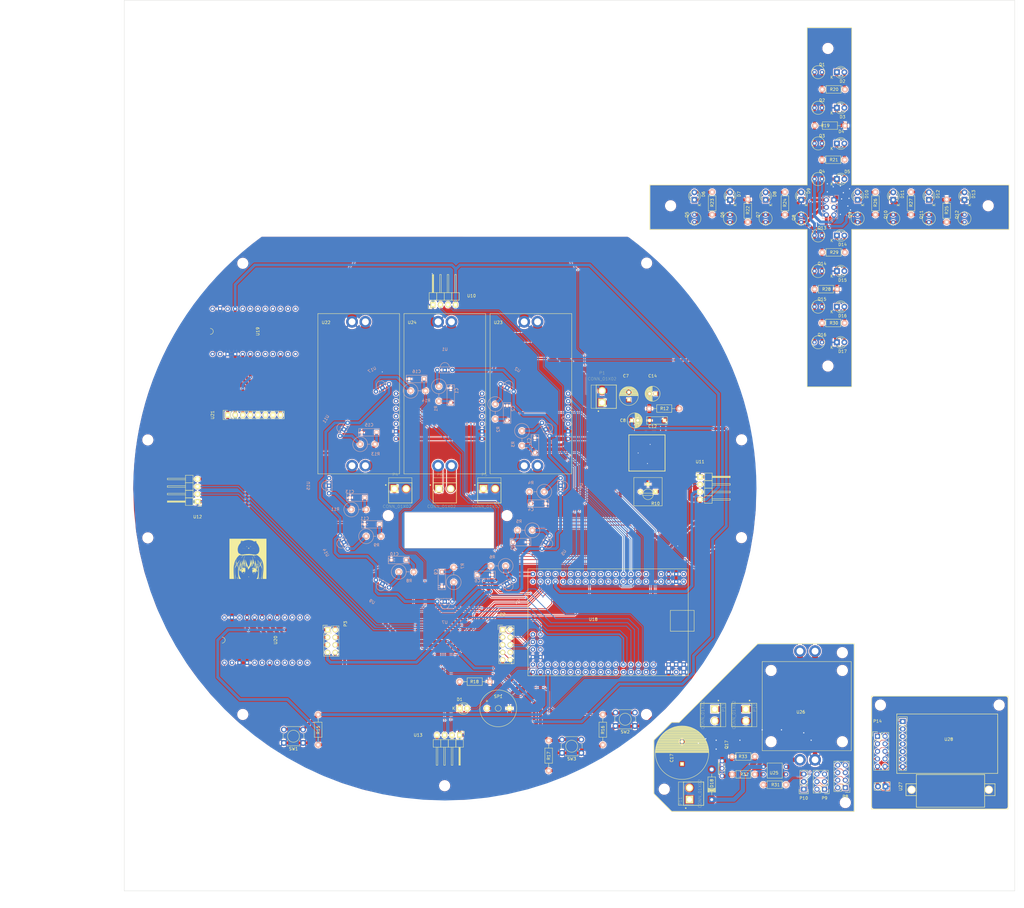
<source format=kicad_pcb>
(kicad_pcb (version 4) (host pcbnew 4.0.1-stable)
  (title_block (title "NTK robot") (date 2016-10-26))
  (layers (0 F.Cu signal) (31 B.Cu signal) (34 B.Paste user) (35 F.Paste user) (36 B.SilkS user) (37 F.SilkS user) (38 B.Mask user) (39 F.Mask user) (44 Edge.Cuts user))
  (net 0 "")
  (net 1 "Net-(C1-Pad1)")
  (net 2 GND)
  (net 3 "Net-(C2-Pad1)")
  (net 4 "Net-(C3-Pad1)")
  (net 5 "Net-(C4-Pad1)")
  (net 6 "Net-(C5-Pad1)")
  (net 7 "Net-(C6-Pad1)")
  (net 8 VSS)
  (net 9 "Net-(C9-Pad1)")
  (net 10 "Net-(C10-Pad1)")
  (net 11 "Net-(C11-Pad1)")
  (net 12 +5V)
  (net 13 "Net-(C13-Pad1)")
  (net 14 "Net-(C15-Pad1)")
  (net 15 "Net-(C16-Pad1)")
  (net 16 "Net-(D1-Pad1)")
  (net 17 "Net-(D1-Pad2)")
  (net 18 "Net-(P2-Pad1)")
  (net 19 "Net-(P2-Pad2)")
  (net 20 "Net-(P2-Pad3)")
  (net 21 "Net-(P2-Pad4)")
  (net 22 "Net-(P2-Pad5)")
  (net 23 "Net-(P2-Pad6)")
  (net 24 "Net-(P2-Pad8)")
  (net 25 "Net-(P3-Pad2)")
  (net 26 "Net-(P3-Pad3)")
  (net 27 "Net-(P3-Pad4)")
  (net 28 "Net-(P3-Pad5)")
  (net 29 "Net-(P3-Pad6)")
  (net 30 "Net-(P3-Pad7)")
  (net 31 "Net-(P4-Pad1)")
  (net 32 "Net-(P4-Pad2)")
  (net 33 "Net-(P5-Pad1)")
  (net 34 "Net-(P5-Pad2)")
  (net 35 "Net-(P6-Pad1)")
  (net 36 "Net-(P6-Pad2)")
  (net 37 "Net-(R1-Pad1)")
  (net 38 "Net-(R2-Pad1)")
  (net 39 "Net-(R3-Pad1)")
  (net 40 "Net-(R4-Pad1)")
  (net 41 "Net-(R5-Pad1)")
  (net 42 "Net-(R6-Pad1)")
  (net 43 "Net-(R7-Pad1)")
  (net 44 "Net-(R8-Pad1)")
  (net 45 "Net-(R9-Pad1)")
  (net 46 "Net-(R10-Pad1)")
  (net 47 "Net-(R11-Pad1)")
  (net 48 "Net-(R13-Pad1)")
  (net 49 "Net-(R14-Pad1)")
  (net 50 "Net-(R15-Pad2)")
  (net 51 "Net-(R16-Pad2)")
  (net 52 "Net-(R17-Pad2)")
  (net 53 "Net-(SP1-Pad1)")
  (net 54 "Net-(U8-Pad9)")
  (net 55 "Net-(U8-Pad10)")
  (net 56 "Net-(U10-Pad2)")
  (net 57 "Net-(U10-Pad3)")
  (net 58 "Net-(U11-Pad2)")
  (net 59 "Net-(U11-Pad3)")
  (net 60 "Net-(U12-Pad2)")
  (net 61 "Net-(U12-Pad3)")
  (net 62 "Net-(U13-Pad2)")
  (net 63 "Net-(U13-Pad3)")
  (net 64 "Net-(U18-Pad32)")
  (net 65 "Net-(U18-Pad1)")
  (net 66 "Net-(U18-Pad2)")
  (net 67 "Net-(U18-Pad3)")
  (net 68 "Net-(U18-Pad4)")
  (net 69 "Net-(U18-Pad5)")
  (net 70 "Net-(U18-Pad6)")
  (net 71 "Net-(U18-Pad7)")
  (net 72 "Net-(U18-Pad8)")
  (net 73 "Net-(U18-Pad9)")
  (net 74 "Net-(U18-Pad10)")
  (net 75 "Net-(U18-Pad11)")
  (net 76 "Net-(U18-Pad12)")
  (net 77 "Net-(U18-Pad13)")
  (net 78 "Net-(U18-Pad14)")
  (net 79 "Net-(U18-Pad15)")
  (net 80 "Net-(U18-Pad16)")
  (net 81 "Net-(U18-Pad17)")
  (net 82 "Net-(U18-Pad18)")
  (net 83 "Net-(U18-Pad19)")
  (net 84 "Net-(U18-Pad30)")
  (net 85 "Net-(U18-Pad0)")
  (net 86 "Net-(U18-Pad3V3)")
  (net 87 "Net-(U18-PadVin)")
  (net 88 "Net-(U18-Pad33)")
  (net 89 "Net-(U18-Pad34)")
  (net 90 "Net-(U18-Pad35)")
  (net 91 "Net-(U18-Pad36)")
  (net 92 "Net-(U18-Pad37)")
  (net 93 "Net-(U18-Pad38)")
  (net 94 "Net-(U18-Pad39)")
  (net 95 "Net-(U18-Pad40)")
  (net 96 "Net-(U18-Pad41)")
  (net 97 "Net-(U18-PadA12)")
  (net 98 "Net-(U18-PadA13)")
  (net 99 "Net-(U18-PadA14)")
  (net 100 "Net-(U18-PadA15)")
  (net 101 "Net-(U18-PadAREF)")
  (net 102 "Net-(U18-PadRST)")
  (net 103 "Net-(U19-Pad9)")
  (net 104 "Net-(U19-Pad10)")
  (net 105 "Net-(U19-Pad8)")
  (net 106 "Net-(U19-Pad7)")
  (net 107 "Net-(U19-Pad6)")
  (net 108 "Net-(U19-Pad5)")
  (net 109 "Net-(U19-Pad4)")
  (net 110 "Net-(U19-Pad3)")
  (net 111 "Net-(U19-Pad2)")
  (net 112 "Net-(U19-Pad0)")
  (net 113 "Net-(U19-PadRAW)")
  (net 114 "Net-(U19-PadRST)")
  (net 115 "Net-(U19-Pad21)")
  (net 116 "Net-(U19-Pad20)")
  (net 117 "Net-(U19-Pad19)")
  (net 118 "Net-(U19-Pad18)")
  (net 119 "Net-(U19-Pad15)")
  (net 120 "Net-(U19-Pad14)")
  (net 121 "Net-(U19-Pad16)")
  (net 122 "Net-(U20-Pad9)")
  (net 123 "Net-(U20-Pad10)")
  (net 124 "Net-(U20-Pad8)")
  (net 125 "Net-(U20-Pad7)")
  (net 126 "Net-(U20-Pad6)")
  (net 127 "Net-(U20-Pad5)")
  (net 128 "Net-(U20-Pad3)")
  (net 129 "Net-(U20-Pad2)")
  (net 130 "Net-(U20-Pad0)")
  (net 131 "Net-(U20-PadRAW)")
  (net 132 "Net-(U20-PadRST)")
  (net 133 "Net-(U20-Pad15)")
  (net 134 "Net-(U20-Pad14)")
  (net 135 "Net-(U20-Pad16)")
  (net 136 "Net-(U21-Pad5)")
  (net 137 "Net-(U21-Pad6)")
  (net 138 "Net-(U21-Pad7)")
  (net 139 "Net-(U22-Pad2)")
  (net 140 "Net-(U22-Pad3)")
  (net 141 "Net-(U23-Pad2)")
  (net 142 "Net-(U23-Pad3)")
  (net 143 "Net-(U24-Pad2)")
  (net 144 "Net-(U24-Pad3)")
  (net 145 "Net-(D2-Pad1)")
  (net 146 "Net-(D2-Pad2)")
  (net 147 "Net-(D11-Pad1)")
  (net 148 "Net-(D4-Pad1)")
  (net 149 "Net-(D4-Pad2)")
  (net 150 "Net-(D6-Pad1)")
  (net 151 "Net-(D6-Pad2)")
  (net 152 "Net-(D8-Pad1)")
  (net 153 "Net-(D8-Pad2)")
  (net 154 "Net-(D10-Pad1)")
  (net 155 "Net-(D10-Pad2)")
  (net 156 "Net-(D12-Pad1)")
  (net 157 "Net-(D12-Pad2)")
  (net 158 "Net-(D14-Pad1)")
  (net 159 "Net-(D14-Pad2)")
  (net 160 "Net-(D16-Pad1)")
  (net 161 "Net-(D16-Pad2)")
  (net 162 "Net-(P7-Pad2)")
  (net 163 "Net-(P7-Pad3)")
  (net 164 "Net-(P7-Pad4)")
  (net 165 "Net-(P7-Pad5)")
  (net 166 "Net-(P7-Pad6)")
  (net 167 "Net-(C17-Pad1)")
  (net 168 "Net-(C17-Pad2)")
  (net 169 "Net-(D18-Pad2)")
  (net 170 "Net-(P10-Pad1)")
  (net 171 "Net-(P8-Pad2)")
  (net 172 "Net-(P8-Pad3)")
  (net 173 "Net-(P8-Pad4)")
  (net 174 "Net-(P8-Pad5)")
  (net 175 "Net-(P10-Pad2)")
  (net 176 "Net-(P8-Pad7)")
  (net 177 "Net-(P10-Pad3)")
  (net 178 "Net-(P12-Pad1)")
  (net 179 "Net-(P12-Pad2)")
  (net 180 "Net-(Q17-Pad1)")
  (net 181 "Net-(R31-Pad2)")
  (net 182 "Net-(R32-Pad1)")
  (net 183 "Net-(P14-Pad1)")
  (net 184 "Net-(P14-Pad2)")
  (net 185 "Net-(P14-Pad3)")
  (net 186 "Net-(P14-Pad4)")
  (net 187 "Net-(P14-Pad5)")
  (net 188 "Net-(P14-Pad6)")
  (net 189 "Net-(P14-Pad7)")
  (net 190 "Net-(P14-Pad8)")
  (net 191 "Net-(P14-Pad9)")
  (net 192 "Net-(P14-Pad10)")
  (module Mounting_Holes:MountingHole_3.2mm_M3 (layer F.Cu) (at 160.45 110.55)
    (fp_text reference REF** hide)
    (fp_text value MountingHole_3.2mm_M3 hide)
    (pad 1 np_thru_hole circle (at 0 0) (size 3.2 3.2) (drill 3.2) (layers *.Cu *.Mask))
  )
  (module Mounting_Holes:MountingHole_3.2mm_M3 (layer F.Cu) (at 120.45 110.55)
    (fp_text reference REF** hide)
    (fp_text value MountingHole_3.2mm_M3 hide)
    (pad 1 np_thru_hole circle (at 0 0) (size 3.2 3.2) (drill 3.2) (layers *.Cu *.Mask))
  )
  (module Mounting_Holes:MountingHole_3.2mm_M3 (layer F.Cu) (at 71.45 25.55)
    (fp_text reference REF** hide)
    (fp_text value MountingHole_3.2mm_M3 hide)
    (pad 1 np_thru_hole circle (at 0 0) (size 3.2 3.2) (drill 3.2) (layers *.Cu *.Mask))
  )
  (module Mounting_Holes:MountingHole_3.2mm_M3 (layer F.Cu) (at 39.45 85.05)
    (fp_text reference REF** hide)
    (fp_text value MountingHole_3.2mm_M3 hide)
    (pad 1 np_thru_hole circle (at 0 0) (size 3.2 3.2) (drill 3.2) (layers *.Cu *.Mask))
  )
  (module Mounting_Holes:MountingHole_3.2mm_M3 (layer F.Cu) (at 39.45 118.05)
    (fp_text reference REF** hide)
    (fp_text value MountingHole_3.2mm_M3 hide)
    (pad 1 np_thru_hole circle (at 0 0) (size 3.2 3.2) (drill 3.2) (layers *.Cu *.Mask))
  )
  (module Mounting_Holes:MountingHole_3.2mm_M3 (layer F.Cu) (at 71.45 177.55)
    (fp_text reference REF** hide)
    (fp_text value MountingHole_3.2mm_M3 hide)
    (pad 1 np_thru_hole circle (at 0 0) (size 3.2 3.2) (drill 3.2) (layers *.Cu *.Mask))
  )
  (module Mounting_Holes:MountingHole_3.2mm_M3 (layer F.Cu) (at 139.45 201.55)
    (fp_text reference REF** hide)
    (fp_text value MountingHole_3.2mm_M3 hide)
    (pad 1 np_thru_hole circle (at 0 0) (size 3.2 3.2) (drill 3.2) (layers *.Cu *.Mask))
  )
  (module Mounting_Holes:MountingHole_3.2mm_M3 (layer F.Cu) (at 207.45 177.55)
    (fp_text reference REF** hide)
    (fp_text value MountingHole_3.2mm_M3 hide)
    (pad 1 np_thru_hole circle (at 0 0) (size 3.2 3.2) (drill 3.2) (layers *.Cu *.Mask))
  )
  (module Mounting_Holes:MountingHole_3.2mm_M3 (layer F.Cu) (at 239.45 117.98)
    (fp_text reference REF** hide)
    (fp_text value MountingHole_3.2mm_M3 hide)
    (pad 1 np_thru_hole circle (at 0 0) (size 3.2 3.2) (drill 3.2) (layers *.Cu *.Mask))
  )
  (module Mounting_Holes:MountingHole_3.2mm_M3 (layer F.Cu) (at 239.48 85.01)
    (fp_text reference REF** hide)
    (fp_text value MountingHole_3.2mm_M3 hide)
    (pad 1 np_thru_hole circle (at 0 0) (size 3.2 3.2) (drill 3.2) (layers *.Cu *.Mask))
  )
  (module Pin_Headers:Pin_Header_Angled_1x04 (layer F.Cu) (at 56.21 105.85 180)
    (fp_text reference U12 (at 0 -5.1 180) (layer F.SilkS))
    (fp_text value HC-SR04)
    (pad 1 thru_hole rect (at 0 0 180) (size 2.032 1.7272) (drill 1.016) (layers *.Cu *.Mask F.SilkS) (net 2 GND))
    (pad 2 thru_hole oval (at 0 2.54 180) (size 2.032 1.7272) (drill 1.016) (layers *.Cu *.Mask F.SilkS) (net 60 "Net-(U12-Pad2)"))
    (pad 3 thru_hole oval (at 0 5.08 180) (size 2.032 1.7272) (drill 1.016) (layers *.Cu *.Mask F.SilkS) (net 61 "Net-(U12-Pad3)"))
    (pad 4 thru_hole oval (at 0 7.62 180) (size 2.032 1.7272) (drill 1.016) (layers *.Cu *.Mask F.SilkS) (net 12 +5V))
  )
  (module Capacitors_THT:C_Radial_D6.3_L11.2_P2.5 (layer F.Cu) (at 201.5 71.5 90)
    (fp_text reference C7 (at 8 -1 180) (layer F.SilkS))
    (fp_text value 220u)
    (pad 2 thru_hole circle (at 2.5 0 90) (size 1.3 1.3) (drill 0.8) (layers *.Cu *.Mask F.SilkS) (net 2 GND))
    (pad 1 thru_hole rect (at 0 0 90) (size 1.3 1.3) (drill 0.8) (layers *.Cu *.Mask F.SilkS) (net 8 VSS))
  )
  (module Capacitors_THT:C_Rect_L7_W2.5_P5 (layer B.Cu) (at 141.5 72.5 90)
    (fp_text reference C1 (at 4 2 90) (layer B.SilkS) (effects (justify mirror)))
    (fp_text value 1u)
    (pad 1 thru_hole rect (at 0 0 90) (size 1.3 1.3) (drill 0.8) (layers *.Cu *.Mask B.SilkS) (net 1 "Net-(C1-Pad1)"))
    (pad 2 thru_hole circle (at 5 0 90) (size 1.3 1.3) (drill 0.8) (layers *.Cu *.Mask B.SilkS) (net 2 GND))
  )
  (module Capacitors_THT:C_Rect_L7_W2.5_P5 (layer B.Cu) (at 160.5 78.5 90)
    (fp_text reference C2 (at 4 2 90) (layer B.SilkS) (effects (justify mirror)))
    (fp_text value 1u)
    (pad 1 thru_hole rect (at 0 0 90) (size 1.3 1.3) (drill 0.8) (layers *.Cu *.Mask B.SilkS) (net 3 "Net-(C2-Pad1)"))
    (pad 2 thru_hole circle (at 5 0 90) (size 1.3 1.3) (drill 0.8) (layers *.Cu *.Mask B.SilkS) (net 2 GND))
  )
  (module Capacitors_THT:C_Rect_L7_W2.5_P5 (layer B.Cu) (at 169.875 89.34 90)
    (fp_text reference C3 (at 4 -2 90) (layer B.SilkS) (effects (justify mirror)))
    (fp_text value 1u)
    (pad 1 thru_hole rect (at 0 0 90) (size 1.3 1.3) (drill 0.8) (layers *.Cu *.Mask B.SilkS) (net 4 "Net-(C3-Pad1)"))
    (pad 2 thru_hole circle (at 5 0 90) (size 1.3 1.3) (drill 0.8) (layers *.Cu *.Mask B.SilkS) (net 2 GND))
  )
  (module Capacitors_THT:C_Rect_L7_W2.5_P5 (layer B.Cu) (at 168.5 106.5)
    (fp_text reference C4 (at 0 2) (layer B.SilkS) (effects (justify mirror)))
    (fp_text value 1u)
    (pad 1 thru_hole rect (at 0 0) (size 1.3 1.3) (drill 0.8) (layers *.Cu *.Mask B.SilkS) (net 5 "Net-(C4-Pad1)"))
    (pad 2 thru_hole circle (at 5 0) (size 1.3 1.3) (drill 0.8) (layers *.Cu *.Mask B.SilkS) (net 2 GND))
  )
  (module Capacitors_THT:C_Rect_L7_W2.5_P5 (layer B.Cu) (at 162.5 119.5)
    (fp_text reference C5 (at 0 2) (layer B.SilkS) (effects (justify mirror)))
    (fp_text value 1u)
    (pad 1 thru_hole rect (at 0 0) (size 1.3 1.3) (drill 0.8) (layers *.Cu *.Mask B.SilkS) (net 6 "Net-(C5-Pad1)"))
    (pad 2 thru_hole circle (at 5 0) (size 1.3 1.3) (drill 0.8) (layers *.Cu *.Mask B.SilkS) (net 2 GND))
  )
  (module Capacitors_THT:C_Rect_L7_W2.5_P5 (layer B.Cu) (at 150.5 130.5)
    (fp_text reference C6 (at 0 2) (layer B.SilkS) (effects (justify mirror)))
    (fp_text value 1u)
    (pad 1 thru_hole rect (at 0 0) (size 1.3 1.3) (drill 0.8) (layers *.Cu *.Mask B.SilkS) (net 7 "Net-(C6-Pad1)"))
    (pad 2 thru_hole circle (at 5 0) (size 1.3 1.3) (drill 0.8) (layers *.Cu *.Mask B.SilkS) (net 2 GND))
  )
  (module Capacitors_THT:C_Radial_D5_L11_P2 (layer F.Cu) (at 202.5 78.5)
    (fp_text reference C8 (at -3 0) (layer F.SilkS))
    (fp_text value 22u)
    (pad 1 thru_hole rect (at 0 0) (size 1.3 1.3) (drill 0.8) (layers *.Cu *.Mask F.SilkS) (net 8 VSS))
    (pad 2 thru_hole circle (at 2 0) (size 1.3 1.3) (drill 0.8) (layers *.Cu *.Mask F.SilkS) (net 2 GND))
  )
  (module Capacitors_THT:C_Rect_L7_W2.5_P5 (layer B.Cu) (at 138.5 129.5 270)
    (fp_text reference C9 (at 0 2 270) (layer B.SilkS) (effects (justify mirror)))
    (fp_text value 1u)
    (pad 1 thru_hole rect (at 0 0 270) (size 1.3 1.3) (drill 0.8) (layers *.Cu *.Mask B.SilkS) (net 9 "Net-(C9-Pad1)"))
    (pad 2 thru_hole circle (at 5 0 270) (size 1.3 1.3) (drill 0.8) (layers *.Cu *.Mask B.SilkS) (net 2 GND))
  )
  (module Capacitors_THT:C_Rect_L7_W2.5_P5 (layer B.Cu) (at 126.5 125.5 180)
    (fp_text reference C10 (at 4 2 180) (layer B.SilkS) (effects (justify mirror)))
    (fp_text value 1u)
    (pad 1 thru_hole rect (at 0 0 180) (size 1.3 1.3) (drill 0.8) (layers *.Cu *.Mask B.SilkS) (net 10 "Net-(C10-Pad1)"))
    (pad 2 thru_hole circle (at 5 0 180) (size 1.3 1.3) (drill 0.8) (layers *.Cu *.Mask B.SilkS) (net 2 GND))
  )
  (module Capacitors_THT:C_Rect_L7_W2.5_P5 (layer B.Cu) (at 117.5 113.5 180)
    (fp_text reference C11 (at 5 2 180) (layer B.SilkS) (effects (justify mirror)))
    (fp_text value 1u)
    (pad 1 thru_hole rect (at 0 0 180) (size 1.3 1.3) (drill 0.8) (layers *.Cu *.Mask B.SilkS) (net 11 "Net-(C11-Pad1)"))
    (pad 2 thru_hole circle (at 5 0 180) (size 1.3 1.3) (drill 0.8) (layers *.Cu *.Mask B.SilkS) (net 2 GND))
  )
  (module Capacitors_THT:C_Rect_L7_W2.5_P5 (layer F.Cu) (at 213.5 78.5 180)
    (fp_text reference C12 (at 4 -2 180) (layer F.SilkS))
    (fp_text value 10u)
    (pad 1 thru_hole rect (at 0 0 180) (size 1.3 1.3) (drill 0.8) (layers *.Cu *.Mask F.SilkS) (net 12 +5V))
    (pad 2 thru_hole circle (at 5 0 180) (size 1.3 1.3) (drill 0.8) (layers *.Cu *.Mask F.SilkS) (net 2 GND))
  )
  (module Capacitors_THT:C_Rect_L7_W2.5_P5 (layer B.Cu) (at 112.5 104.5 180)
    (fp_text reference C13 (at 5 2 180) (layer B.SilkS) (effects (justify mirror)))
    (fp_text value 1u)
    (pad 1 thru_hole rect (at 0 0 180) (size 1.3 1.3) (drill 0.8) (layers *.Cu *.Mask B.SilkS) (net 13 "Net-(C13-Pad1)"))
    (pad 2 thru_hole circle (at 5 0 180) (size 1.3 1.3) (drill 0.8) (layers *.Cu *.Mask B.SilkS) (net 2 GND))
  )
  (module Capacitors_THT:C_Radial_D5_L11_P2 (layer F.Cu) (at 210.5 69.5 180)
    (fp_text reference C14 (at 1 6 180) (layer F.SilkS))
    (fp_text value 100u)
    (pad 1 thru_hole rect (at 0 0 180) (size 1.3 1.3) (drill 0.8) (layers *.Cu *.Mask F.SilkS) (net 12 +5V))
    (pad 2 thru_hole circle (at 2 0 180) (size 1.3 1.3) (drill 0.8) (layers *.Cu *.Mask F.SilkS) (net 2 GND))
  )
  (module Capacitors_THT:C_Rect_L7_W2.5_P5 (layer B.Cu) (at 116.5 82.5 180)
    (fp_text reference C15 (at 2.5 2.5 180) (layer B.SilkS) (effects (justify mirror)))
    (fp_text value 1u)
    (pad 1 thru_hole rect (at 0 0 180) (size 1.3 1.3) (drill 0.8) (layers *.Cu *.Mask B.SilkS) (net 14 "Net-(C15-Pad1)"))
    (pad 2 thru_hole circle (at 5 0 180) (size 1.3 1.3) (drill 0.8) (layers *.Cu *.Mask B.SilkS) (net 2 GND))
  )
  (module Capacitors_THT:C_Rect_L7_W2.5_P5 (layer B.Cu) (at 132.5 64.5 180)
    (fp_text reference C16 (at 2.5 2.5 180) (layer B.SilkS) (effects (justify mirror)))
    (fp_text value 1u)
    (pad 1 thru_hole rect (at 0 0 180) (size 1.3 1.3) (drill 0.8) (layers *.Cu *.Mask B.SilkS) (net 15 "Net-(C16-Pad1)"))
    (pad 2 thru_hole circle (at 5 0 180) (size 1.3 1.3) (drill 0.8) (layers *.Cu *.Mask B.SilkS) (net 2 GND))
  )
  (module LEDs:LED-3MM (layer F.Cu) (at 144.5 175.5)
    (fp_text reference D1 (at 0 -3) (layer F.SilkS))
    (fp_text value LED)
    (fp_text user K (at -2 0) (layer F.SilkS))
    (pad 1 thru_hole rect (at 0 0 90) (size 2 2) (drill 1.00076) (layers *.Cu *.Mask F.SilkS) (net 16 "Net-(D1-Pad1)"))
    (pad 2 thru_hole circle (at 2.54 0) (size 2 2) (drill 1.00076) (layers *.Cu *.Mask F.SilkS) (net 17 "Net-(D1-Pad2)"))
  )
  (module "B2P-VH_LF__SN_:JST_B2P-VH(LF)(SN)" (layer F.Cu) (at 192.5 70.5 90)
    (fp_text reference P1 (at 8 0 180) (layer F.SilkS) (effects (font (thickness 0.05))))
    (fp_text value CONN_01X02 (at 6 0 180) (layer F.SilkS) (effects (font (thickness 0.05))))
    (pad 1 thru_hole rect (at -1.98 0 90) (size 2.55 2.55) (drill 1.7) (layers *.Cu *.Mask F.SilkS) (net 8 VSS))
    (pad 2 thru_hole circle (at 1.98 0 90) (size 2.55 2.55) (drill 1.7) (layers *.Cu *.Mask F.SilkS) (net 2 GND))
  )
  (module Pin_Headers:Pin_Header_Straight_2x05 (layer F.Cu) (at 159 149)
    (fp_text reference P2 (at 0 -5.1) (layer F.SilkS))
    (fp_text value CONN_01X10)
    (pad 1 thru_hole rect (at 0 0) (size 1.7272 1.7272) (drill 1.016) (layers *.Cu *.Mask F.SilkS) (net 18 "Net-(P2-Pad1)"))
    (pad 2 thru_hole oval (at 2.54 0) (size 1.7272 1.7272) (drill 1.016) (layers *.Cu *.Mask F.SilkS) (net 19 "Net-(P2-Pad2)"))
    (pad 3 thru_hole oval (at 0 2.54) (size 1.7272 1.7272) (drill 1.016) (layers *.Cu *.Mask F.SilkS) (net 20 "Net-(P2-Pad3)"))
    (pad 4 thru_hole oval (at 2.54 2.54) (size 1.7272 1.7272) (drill 1.016) (layers *.Cu *.Mask F.SilkS) (net 21 "Net-(P2-Pad4)"))
    (pad 5 thru_hole oval (at 0 5.08) (size 1.7272 1.7272) (drill 1.016) (layers *.Cu *.Mask F.SilkS) (net 22 "Net-(P2-Pad5)"))
    (pad 6 thru_hole oval (at 2.54 5.08) (size 1.7272 1.7272) (drill 1.016) (layers *.Cu *.Mask F.SilkS) (net 23 "Net-(P2-Pad6)"))
    (pad 7 thru_hole oval (at 0 7.62) (size 1.7272 1.7272) (drill 1.016) (layers *.Cu *.Mask F.SilkS) (net 2 GND))
    (pad 8 thru_hole oval (at 2.54 7.62) (size 1.7272 1.7272) (drill 1.016) (layers *.Cu *.Mask F.SilkS) (net 24 "Net-(P2-Pad8)"))
    (pad 9 thru_hole oval (at 0 10.16) (size 1.7272 1.7272) (drill 1.016) (layers *.Cu *.Mask F.SilkS) (net 8 VSS))
    (pad 10 thru_hole oval (at 2.54 10.16) (size 1.7272 1.7272) (drill 1.016) (layers *.Cu *.Mask F.SilkS) (net 2 GND))
  )
  (module Pin_Headers:Pin_Header_Straight_2x04 (layer F.Cu) (at 100.025 149.03)
    (fp_text reference P3 (at 6 -2 90) (layer F.SilkS))
    (fp_text value CONN_01X08)
    (pad 1 thru_hole rect (at 0 0) (size 1.7272 1.7272) (drill 1.016) (layers *.Cu *.Mask F.SilkS) (net 12 +5V))
    (pad 2 thru_hole oval (at 2.54 0) (size 1.7272 1.7272) (drill 1.016) (layers *.Cu *.Mask F.SilkS) (net 25 "Net-(P3-Pad2)"))
    (pad 3 thru_hole oval (at 0 2.54) (size 1.7272 1.7272) (drill 1.016) (layers *.Cu *.Mask F.SilkS) (net 26 "Net-(P3-Pad3)"))
    (pad 4 thru_hole oval (at 2.54 2.54) (size 1.7272 1.7272) (drill 1.016) (layers *.Cu *.Mask F.SilkS) (net 27 "Net-(P3-Pad4)"))
    (pad 5 thru_hole oval (at 0 5.08) (size 1.7272 1.7272) (drill 1.016) (layers *.Cu *.Mask F.SilkS) (net 28 "Net-(P3-Pad5)"))
    (pad 6 thru_hole oval (at 2.54 5.08) (size 1.7272 1.7272) (drill 1.016) (layers *.Cu *.Mask F.SilkS) (net 29 "Net-(P3-Pad6)"))
    (pad 7 thru_hole oval (at 0 7.62) (size 1.7272 1.7272) (drill 1.016) (layers *.Cu *.Mask F.SilkS) (net 30 "Net-(P3-Pad7)"))
    (pad 8 thru_hole oval (at 2.54 7.62) (size 1.7272 1.7272) (drill 1.016) (layers *.Cu *.Mask F.SilkS) (net 2 GND))
  )
  (module "B2P-VH_LF__SN_:JST_B2P-VH(LF)(SN)" (layer F.Cu) (at 124.5 101.5)
    (fp_text reference P4 (at -1.71 -4.76) (layer F.SilkS) (effects (font (thickness 0.05))))
    (fp_text value CONN_01X02 (at -1.075 5.99) (layer F.SilkS) (effects (font (thickness 0.05))))
    (pad 1 thru_hole rect (at -1.98 0) (size 2.55 2.55) (drill 1.7) (layers *.Cu *.Mask F.SilkS) (net 31 "Net-(P4-Pad1)"))
    (pad 2 thru_hole circle (at 1.98 0) (size 2.55 2.55) (drill 1.7) (layers *.Cu *.Mask F.SilkS) (net 32 "Net-(P4-Pad2)"))
  )
  (module "B2P-VH_LF__SN_:JST_B2P-VH(LF)(SN)" (layer F.Cu) (at 154.5 101.5)
    (fp_text reference P5 (at -1.71 -4.76) (layer F.SilkS) (effects (font (thickness 0.05))))
    (fp_text value CONN_01X02 (at -1.075 5.99) (layer F.SilkS) (effects (font (thickness 0.05))))
    (pad 1 thru_hole rect (at -1.98 0) (size 2.55 2.55) (drill 1.7) (layers *.Cu *.Mask F.SilkS) (net 33 "Net-(P5-Pad1)"))
    (pad 2 thru_hole circle (at 1.98 0) (size 2.55 2.55) (drill 1.7) (layers *.Cu *.Mask F.SilkS) (net 34 "Net-(P5-Pad2)"))
  )
  (module "B2P-VH_LF__SN_:JST_B2P-VH(LF)(SN)" (layer F.Cu) (at 139.5 101.5)
    (fp_text reference P6 (at -1.71 -4.76) (layer F.SilkS) (effects (font (thickness 0.05))))
    (fp_text value CONN_01X02 (at -1.075 5.99) (layer F.SilkS) (effects (font (thickness 0.05))))
    (pad 1 thru_hole rect (at -1.98 0) (size 2.55 2.55) (drill 1.7) (layers *.Cu *.Mask F.SilkS) (net 35 "Net-(P6-Pad1)"))
    (pad 2 thru_hole circle (at 1.98 0) (size 2.55 2.55) (drill 1.7) (layers *.Cu *.Mask F.SilkS) (net 36 "Net-(P6-Pad2)"))
  )
  (module Resistors_THT:Resistor_Vertical_RM5mm (layer B.Cu) (at 137.5 69.5 270)
    (fp_text reference R1 (at 5 1 270) (layer B.SilkS) (effects (justify mirror)))
    (fp_text value 100k)
    (pad 1 thru_hole circle (at -2.49936 0 270) (size 1.99898 1.99898) (drill 1.00076) (layers *.Cu *.SilkS *.Mask) (net 37 "Net-(R1-Pad1)"))
    (pad 2 thru_hole circle (at 2.5019 0 270) (size 1.99898 1.99898) (drill 1.00076) (layers *.Cu *.SilkS *.Mask) (net 1 "Net-(C1-Pad1)"))
  )
  (module Resistors_THT:Resistor_Vertical_RM5mm (layer B.Cu) (at 156.5 75.5 270)
    (fp_text reference R2 (at 6 -1 270) (layer B.SilkS) (effects (justify mirror)))
    (fp_text value 100k)
    (pad 1 thru_hole circle (at -2.49936 0 270) (size 1.99898 1.99898) (drill 1.00076) (layers *.Cu *.SilkS *.Mask) (net 38 "Net-(R2-Pad1)"))
    (pad 2 thru_hole circle (at 2.5019 0 270) (size 1.99898 1.99898) (drill 1.00076) (layers *.Cu *.SilkS *.Mask) (net 3 "Net-(C2-Pad1)"))
  )
  (module Resistors_THT:Resistor_Vertical_RM5mm (layer B.Cu) (at 165.5 84.5 270)
    (fp_text reference R3 (at 2 3 270) (layer B.SilkS) (effects (justify mirror)))
    (fp_text value 100k)
    (pad 1 thru_hole circle (at -2.49936 0 270) (size 1.99898 1.99898) (drill 1.00076) (layers *.Cu *.SilkS *.Mask) (net 39 "Net-(R3-Pad1)"))
    (pad 2 thru_hole circle (at 2.5019 0 270) (size 1.99898 1.99898) (drill 1.00076) (layers *.Cu *.SilkS *.Mask) (net 4 "Net-(C3-Pad1)"))
  )
  (module Resistors_THT:Resistor_Vertical_RM5mm (layer B.Cu) (at 170.5 102.5 180)
    (fp_text reference R4 (at 2 3 180) (layer B.SilkS) (effects (justify mirror)))
    (fp_text value 100k)
    (pad 1 thru_hole circle (at -2.49936 0 180) (size 1.99898 1.99898) (drill 1.00076) (layers *.Cu *.SilkS *.Mask) (net 40 "Net-(R4-Pad1)"))
    (pad 2 thru_hole circle (at 2.5019 0 180) (size 1.99898 1.99898) (drill 1.00076) (layers *.Cu *.SilkS *.Mask) (net 5 "Net-(C4-Pad1)"))
  )
  (module Resistors_THT:Resistor_Vertical_RM5mm (layer B.Cu) (at 166.5 115.5 180)
    (fp_text reference R5 (at 2 3 180) (layer B.SilkS) (effects (justify mirror)))
    (fp_text value 100k)
    (pad 1 thru_hole circle (at -2.49936 0 180) (size 1.99898 1.99898) (drill 1.00076) (layers *.Cu *.SilkS *.Mask) (net 41 "Net-(R5-Pad1)"))
    (pad 2 thru_hole circle (at 2.5019 0 180) (size 1.99898 1.99898) (drill 1.00076) (layers *.Cu *.SilkS *.Mask) (net 6 "Net-(C5-Pad1)"))
  )
  (module Resistors_THT:Resistor_Vertical_RM5mm (layer B.Cu) (at 157.5 127.5 180)
    (fp_text reference R6 (at 2 3 180) (layer B.SilkS) (effects (justify mirror)))
    (fp_text value 100k)
    (pad 1 thru_hole circle (at -2.49936 0 180) (size 1.99898 1.99898) (drill 1.00076) (layers *.Cu *.SilkS *.Mask) (net 42 "Net-(R6-Pad1)"))
    (pad 2 thru_hole circle (at 2.5019 0 180) (size 1.99898 1.99898) (drill 1.00076) (layers *.Cu *.SilkS *.Mask) (net 7 "Net-(C6-Pad1)"))
  )
  (module Resistors_THT:Resistor_Vertical_RM5mm (layer B.Cu) (at 142.5 130.5 90)
    (fp_text reference R7 (at 3 3 90) (layer B.SilkS) (effects (justify mirror)))
    (fp_text value 100k)
    (pad 1 thru_hole circle (at -2.49936 0 90) (size 1.99898 1.99898) (drill 1.00076) (layers *.Cu *.SilkS *.Mask) (net 43 "Net-(R7-Pad1)"))
    (pad 2 thru_hole circle (at 2.5019 0 90) (size 1.99898 1.99898) (drill 1.00076) (layers *.Cu *.SilkS *.Mask) (net 9 "Net-(C9-Pad1)"))
  )
  (module Resistors_THT:Resistor_Vertical_RM5mm (layer B.Cu) (at 126.5 129.5)
    (fp_text reference R8 (at 1 3) (layer B.SilkS) (effects (justify mirror)))
    (fp_text value 100k)
    (pad 1 thru_hole circle (at -2.49936 0) (size 1.99898 1.99898) (drill 1.00076) (layers *.Cu *.SilkS *.Mask) (net 44 "Net-(R8-Pad1)"))
    (pad 2 thru_hole circle (at 2.5019 0) (size 1.99898 1.99898) (drill 1.00076) (layers *.Cu *.SilkS *.Mask) (net 10 "Net-(C10-Pad1)"))
  )
  (module Resistors_THT:Resistor_Vertical_RM5mm (layer B.Cu) (at 115.5 117.5)
    (fp_text reference R9 (at 1 3) (layer B.SilkS) (effects (justify mirror)))
    (fp_text value 100k)
    (pad 1 thru_hole circle (at -2.49936 0) (size 1.99898 1.99898) (drill 1.00076) (layers *.Cu *.SilkS *.Mask) (net 45 "Net-(R9-Pad1)"))
    (pad 2 thru_hole circle (at 2.5019 0) (size 1.99898 1.99898) (drill 1.00076) (layers *.Cu *.SilkS *.Mask) (net 11 "Net-(C11-Pad1)"))
  )
  (module Potentiometers:Potentiometer_Trimmer-Suntan-TSR-3386P (layer F.Cu) (at 210.5 102.5 180)
    (fp_text reference R10 (at 0 -4 180) (layer F.SilkS))
    (fp_text value 5k)
    (pad 3 thru_hole circle (at 5.08 0 180) (size 1.51 1.51) (drill 0.51) (layers *.Cu *.Mask F.SilkS))
    (pad 1 thru_hole rect (at 0 0 180) (size 1.51 1.51) (drill 0.51) (layers *.Cu *.Mask F.SilkS) (net 46 "Net-(R10-Pad1)"))
    (pad 2 thru_hole circle (at 2.54 2.54 180) (size 1.51 1.51) (drill 0.51) (layers *.Cu *.Mask F.SilkS) (net 2 GND))
  )
  (module Resistors_THT:Resistor_Vertical_RM5mm (layer B.Cu) (at 110.5 108.5)
    (fp_text reference R11 (at -7.935 -0.11) (layer B.SilkS) (effects (justify mirror)))
    (fp_text value 100k)
    (pad 1 thru_hole circle (at -2.49936 0) (size 1.99898 1.99898) (drill 1.00076) (layers *.Cu *.SilkS *.Mask) (net 47 "Net-(R11-Pad1)"))
    (pad 2 thru_hole circle (at 2.5019 0) (size 1.99898 1.99898) (drill 1.00076) (layers *.Cu *.SilkS *.Mask) (net 13 "Net-(C13-Pad1)"))
  )
  (module Resistors_THT:Resistor_Horizontal_RM10mm (layer F.Cu) (at 218.5 74.5 180)
    (fp_text reference R12 (at 5 0 180) (layer F.SilkS))
    (fp_text value 1.2k)
    (pad 1 thru_hole circle (at 0 0 180) (size 1.99898 1.99898) (drill 1.00076) (layers *.Cu *.SilkS *.Mask) (net 12 +5V))
    (pad 2 thru_hole circle (at 10.16 0 180) (size 1.99898 1.99898) (drill 1.00076) (layers *.Cu *.SilkS *.Mask) (net 2 GND))
  )
  (module Resistors_THT:Resistor_Vertical_RM5mm (layer B.Cu) (at 113.5 86.5)
    (fp_text reference R13 (at 2.70002 3.29946) (layer B.SilkS) (effects (justify mirror)))
    (fp_text value 100k)
    (pad 1 thru_hole circle (at -2.49936 0) (size 1.99898 1.99898) (drill 1.00076) (layers *.Cu *.SilkS *.Mask) (net 48 "Net-(R13-Pad1)"))
    (pad 2 thru_hole circle (at 2.5019 0) (size 1.99898 1.99898) (drill 1.00076) (layers *.Cu *.SilkS *.Mask) (net 14 "Net-(C15-Pad1)"))
  )
  (module Resistors_THT:Resistor_Vertical_RM5mm (layer B.Cu) (at 130.5 68.5)
    (fp_text reference R14 (at 2.70002 3.29946) (layer B.SilkS) (effects (justify mirror)))
    (fp_text value 100k)
    (pad 1 thru_hole circle (at -2.49936 0) (size 1.99898 1.99898) (drill 1.00076) (layers *.Cu *.SilkS *.Mask) (net 49 "Net-(R14-Pad1)"))
    (pad 2 thru_hole circle (at 2.5019 0) (size 1.99898 1.99898) (drill 1.00076) (layers *.Cu *.SilkS *.Mask) (net 15 "Net-(C16-Pad1)"))
  )
  (module Resistors_THT:Resistor_Horizontal_RM10mm (layer F.Cu) (at 96.85 187.765 90)
    (fp_text reference R15 (at 5 0 90) (layer F.SilkS))
    (fp_text value 10k)
    (pad 1 thru_hole circle (at 0 0 90) (size 1.99898 1.99898) (drill 1.00076) (layers *.Cu *.SilkS *.Mask) (net 12 +5V))
    (pad 2 thru_hole circle (at 10.16 0 90) (size 1.99898 1.99898) (drill 1.00076) (layers *.Cu *.SilkS *.Mask) (net 50 "Net-(R15-Pad2)"))
  )
  (module Resistors_THT:Resistor_Horizontal_RM10mm (layer F.Cu) (at 192.735 187.765 90)
    (fp_text reference R16 (at 5 0 90) (layer F.SilkS))
    (fp_text value 10k)
    (pad 1 thru_hole circle (at 0 0 90) (size 1.99898 1.99898) (drill 1.00076) (layers *.Cu *.SilkS *.Mask) (net 12 +5V))
    (pad 2 thru_hole circle (at 10.16 0 90) (size 1.99898 1.99898) (drill 1.00076) (layers *.Cu *.SilkS *.Mask) (net 51 "Net-(R16-Pad2)"))
  )
  (module Resistors_THT:Resistor_Horizontal_RM10mm (layer F.Cu) (at 174.5 196.5 90)
    (fp_text reference R17 (at 5 0 90) (layer F.SilkS))
    (fp_text value 10k)
    (pad 1 thru_hole circle (at 0 0 90) (size 1.99898 1.99898) (drill 1.00076) (layers *.Cu *.SilkS *.Mask) (net 12 +5V))
    (pad 2 thru_hole circle (at 10.16 0 90) (size 1.99898 1.99898) (drill 1.00076) (layers *.Cu *.SilkS *.Mask) (net 52 "Net-(R17-Pad2)"))
  )
  (module Resistors_THT:Resistor_Horizontal_RM10mm (layer F.Cu) (at 144.5 166.5)
    (fp_text reference R18 (at 5 0) (layer F.SilkS))
    (fp_text value 330)
    (pad 1 thru_hole circle (at 0 0) (size 1.99898 1.99898) (drill 1.00076) (layers *.Cu *.SilkS *.Mask) (net 16 "Net-(D1-Pad1)"))
    (pad 2 thru_hole circle (at 10.16 0) (size 1.99898 1.99898) (drill 1.00076) (layers *.Cu *.SilkS *.Mask) (net 2 GND))
  )
  (module Buzzers_Beepers:Buzzer_12x9.5RM7.6 (layer F.Cu) (at 157.5 175.5)
    (fp_text reference SP1 (at 0 -4) (layer F.SilkS))
    (fp_text value Buzzer)
    (fp_text user + (at -3.81 -2.54) (layer F.SilkS))
    (pad 1 thru_hole circle (at -3.79984 0) (size 2 2) (drill 1.00076) (layers *.Cu *.Mask F.SilkS) (net 53 "Net-(SP1-Pad1)"))
    (pad 2 thru_hole circle (at 3.79984 0) (size 2 2) (drill 1.00076) (layers *.Cu *.Mask F.SilkS) (net 2 GND))
  )
  (module Buttons_Switches_THT:SW_PUSH_6mm (layer F.Cu) (at 91.77 187.13 180)
    (fp_text reference SW1 (at 3.25 -2 180) (layer F.SilkS))
    (fp_text value SW_PUSH)
    (pad 2 thru_hole circle (at 0 4.5 270) (size 2 2) (drill 1.1) (layers *.Cu *.Mask) (net 50 "Net-(R15-Pad2)"))
    (pad 1 thru_hole circle (at 0 0 270) (size 2 2) (drill 1.1) (layers *.Cu *.Mask) (net 2 GND))
    (pad 2 thru_hole circle (at 6.5 4.5 270) (size 2 2) (drill 1.1) (layers *.Cu *.Mask) (net 50 "Net-(R15-Pad2)"))
    (pad 1 thru_hole circle (at 6.5 0 270) (size 2 2) (drill 1.1) (layers *.Cu *.Mask) (net 2 GND))
  )
  (module Buttons_Switches_THT:SW_PUSH_6mm (layer F.Cu) (at 203.53 181.415 180)
    (fp_text reference SW2 (at 3.25 -2 180) (layer F.SilkS))
    (fp_text value SW_PUSH)
    (pad 2 thru_hole circle (at 0 4.5 270) (size 2 2) (drill 1.1) (layers *.Cu *.Mask) (net 51 "Net-(R16-Pad2)"))
    (pad 1 thru_hole circle (at 0 0 270) (size 2 2) (drill 1.1) (layers *.Cu *.Mask) (net 2 GND))
    (pad 2 thru_hole circle (at 6.5 4.5 270) (size 2 2) (drill 1.1) (layers *.Cu *.Mask) (net 51 "Net-(R16-Pad2)"))
    (pad 1 thru_hole circle (at 6.5 0 270) (size 2 2) (drill 1.1) (layers *.Cu *.Mask) (net 2 GND))
  )
  (module Buttons_Switches_THT:SW_PUSH_6mm (layer F.Cu) (at 185.5 190.5 180)
    (fp_text reference SW3 (at 3.25 -2 180) (layer F.SilkS))
    (fp_text value SW_PUSH)
    (pad 2 thru_hole circle (at 0 4.5 270) (size 2 2) (drill 1.1) (layers *.Cu *.Mask) (net 52 "Net-(R17-Pad2)"))
    (pad 1 thru_hole circle (at 0 0 270) (size 2 2) (drill 1.1) (layers *.Cu *.Mask) (net 2 GND))
    (pad 2 thru_hole circle (at 6.5 4.5 270) (size 2 2) (drill 1.1) (layers *.Cu *.Mask) (net 52 "Net-(R17-Pad2)"))
    (pad 1 thru_hole circle (at 6.5 0 270) (size 2 2) (drill 1.1) (layers *.Cu *.Mask) (net 2 GND))
  )
  (module footprint:IRM3638 (layer B.Cu) (at 139.5 61.5 180)
    (fp_text reference U1 (at 0 7 180) (layer B.SilkS) (effects (justify mirror)))
    (fp_text value IRM3638)
    (pad Vcc thru_hole circle (at -2.54 0 180) (size 1.524 1.524) (drill 0.762) (layers *.Cu *.Mask) (net 12 +5V))
    (pad GND thru_hole circle (at 0 0 180) (size 1.524 1.524) (drill 0.762) (layers *.Cu *.Mask) (net 2 GND))
    (pad OUT thru_hole circle (at 2.54 0 180) (size 1.524 1.524) (drill 0.762) (layers *.Cu *.Mask) (net 37 "Net-(R1-Pad1)"))
  )
  (module footprint:IRM3638 (layer B.Cu) (at 160.5 67.5 150)
    (fp_text reference U2 (at 0 7 150) (layer B.SilkS) (effects (justify mirror)))
    (fp_text value IRM3638)
    (pad Vcc thru_hole circle (at -2.54 0 150) (size 1.524 1.524) (drill 0.762) (layers *.Cu *.Mask) (net 12 +5V))
    (pad GND thru_hole circle (at 0 0 150) (size 1.524 1.524) (drill 0.762) (layers *.Cu *.Mask) (net 2 GND))
    (pad OUT thru_hole circle (at 2.54 0 150) (size 1.524 1.524) (drill 0.762) (layers *.Cu *.Mask) (net 38 "Net-(R2-Pad1)"))
  )
  (module footprint:IRM3638 (layer B.Cu) (at 173.5 81.5 120)
    (fp_text reference U3 (at 0 7 120) (layer B.SilkS) (effects (justify mirror)))
    (fp_text value IRM3638)
    (pad Vcc thru_hole circle (at -2.54 0 120) (size 1.524 1.524) (drill 0.762) (layers *.Cu *.Mask) (net 12 +5V))
    (pad GND thru_hole circle (at 0 0 120) (size 1.524 1.524) (drill 0.762) (layers *.Cu *.Mask) (net 2 GND))
    (pad OUT thru_hole circle (at 2.54 0 120) (size 1.524 1.524) (drill 0.762) (layers *.Cu *.Mask) (net 39 "Net-(R3-Pad1)"))
  )
  (module footprint:IRM3638 (layer B.Cu) (at 178.5 100.5 90)
    (fp_text reference U4 (at 0 7 90) (layer B.SilkS) (effects (justify mirror)))
    (fp_text value IRM3638)
    (pad Vcc thru_hole circle (at -2.54 0 90) (size 1.524 1.524) (drill 0.762) (layers *.Cu *.Mask) (net 12 +5V))
    (pad GND thru_hole circle (at 0 0 90) (size 1.524 1.524) (drill 0.762) (layers *.Cu *.Mask) (net 2 GND))
    (pad OUT thru_hole circle (at 2.54 0 90) (size 1.524 1.524) (drill 0.762) (layers *.Cu *.Mask) (net 40 "Net-(R4-Pad1)"))
  )
  (module footprint:IRM3638 (layer B.Cu) (at 173.5 119.5 60)
    (fp_text reference U5 (at 0 7 60) (layer B.SilkS) (effects (justify mirror)))
    (fp_text value IRM3638)
    (pad Vcc thru_hole circle (at -2.54 0 60) (size 1.524 1.524) (drill 0.762) (layers *.Cu *.Mask) (net 12 +5V))
    (pad GND thru_hole circle (at 0 0 60) (size 1.524 1.524) (drill 0.762) (layers *.Cu *.Mask) (net 2 GND))
    (pad OUT thru_hole circle (at 2.54 0 60) (size 1.524 1.524) (drill 0.762) (layers *.Cu *.Mask) (net 41 "Net-(R5-Pad1)"))
  )
  (module footprint:IRM3638 (layer B.Cu) (at 160.5 133.5 30)
    (fp_text reference U6 (at 0 7 30) (layer B.SilkS) (effects (justify mirror)))
    (fp_text value IRM3638)
    (pad Vcc thru_hole circle (at -2.54 0 30) (size 1.524 1.524) (drill 0.762) (layers *.Cu *.Mask) (net 12 +5V))
    (pad GND thru_hole circle (at 0 0 30) (size 1.524 1.524) (drill 0.762) (layers *.Cu *.Mask) (net 2 GND))
    (pad OUT thru_hole circle (at 2.54 0 30) (size 1.524 1.524) (drill 0.762) (layers *.Cu *.Mask) (net 42 "Net-(R6-Pad1)"))
  )
  (module footprint:IRM3638 (layer B.Cu) (at 139.5 139.5)
    (fp_text reference U7 (at 0 7) (layer B.SilkS) (effects (justify mirror)))
    (fp_text value IRM3638)
    (pad Vcc thru_hole circle (at -2.54 0) (size 1.524 1.524) (drill 0.762) (layers *.Cu *.Mask) (net 12 +5V))
    (pad GND thru_hole circle (at 0 0) (size 1.524 1.524) (drill 0.762) (layers *.Cu *.Mask) (net 2 GND))
    (pad OUT thru_hole circle (at 2.54 0) (size 1.524 1.524) (drill 0.762) (layers *.Cu *.Mask) (net 43 "Net-(R7-Pad1)"))
  )
  (module footprint:OKL-T-6 (layer F.Cu) (at 207.61 89.45)
    (fp_text reference U8 hide)
    (fp_text value OKL-T/6-W12N-C hide)
    (pad 1 smd rect (at -5.47878 0) (size 2.99974 1.19888) (layers F.Cu F.Paste F.Mask) (net 2 GND))
    (pad 2 smd rect (at -4.33324 -5.47878) (size 5.28828 2.99974) (layers F.Cu F.Paste F.Mask) (net 8 VSS))
    (pad 3 smd rect (at 1.143 -5.47878) (size 3.48996 2.99974) (layers F.Cu F.Paste F.Mask) (net 2 GND))
    (pad 4 smd rect (at 5.47878 -4.33324) (size 2.99974 5.28828) (layers F.Cu F.Paste F.Mask) (net 12 +5V))
    (pad 5 smd rect (at 5.47878 0) (size 2.99974 1.19888) (layers F.Cu F.Paste F.Mask) (net 12 +5V))
    (pad 6 smd rect (at 5.47878 4.57962) (size 2.99974 1.19888) (layers F.Cu F.Paste F.Mask) (net 46 "Net-(R10-Pad1)"))
    (pad 7 smd rect (at 0 5.47878) (size 1.19888 2.99974) (layers F.Cu F.Paste F.Mask) (net 2 GND))
    (pad 8 smd rect (at -2.28854 5.47878) (size 1.19888 2.99974) (layers F.Cu F.Paste F.Mask))
    (pad 9 smd rect (at -5.47878 4.57962) (size 2.99974 1.19888) (layers F.Cu F.Paste F.Mask) (net 54 "Net-(U8-Pad9)"))
    (pad 10 smd rect (at -5.47878 2.28854) (size 2.99974 1.19888) (layers F.Cu F.Paste F.Mask) (net 55 "Net-(U8-Pad10)"))
    (pad 11 smd rect (at 6.22808 2.28854) (size 1.4986 1.19888) (layers F.Cu F.Paste F.Mask))
    (pad 12 smd rect (at 2.28854 5.47878) (size 1.19888 2.99974) (layers F.Cu F.Paste F.Mask))
  )
  (module footprint:IRM3638 (layer B.Cu) (at 118.5 133.5 330)
    (fp_text reference U9 (at 0 7 330) (layer B.SilkS) (effects (justify mirror)))
    (fp_text value IRM3638)
    (pad Vcc thru_hole circle (at -2.54 0 330) (size 1.524 1.524) (drill 0.762) (layers *.Cu *.Mask) (net 12 +5V))
    (pad GND thru_hole circle (at 0 0 330) (size 1.524 1.524) (drill 0.762) (layers *.Cu *.Mask) (net 2 GND))
    (pad OUT thru_hole circle (at 2.54 0 330) (size 1.524 1.524) (drill 0.762) (layers *.Cu *.Mask) (net 44 "Net-(R8-Pad1)"))
  )
  (module Pin_Headers:Pin_Header_Angled_1x04 (layer F.Cu) (at 135.5 39.5 90)
    (fp_text reference U10 (at 3 13 180) (layer F.SilkS))
    (fp_text value HC-SR04)
    (pad 1 thru_hole rect (at 0 0 90) (size 2.032 1.7272) (drill 1.016) (layers *.Cu *.Mask F.SilkS) (net 2 GND))
    (pad 2 thru_hole oval (at 0 2.54 90) (size 2.032 1.7272) (drill 1.016) (layers *.Cu *.Mask F.SilkS) (net 56 "Net-(U10-Pad2)"))
    (pad 3 thru_hole oval (at 0 5.08 90) (size 2.032 1.7272) (drill 1.016) (layers *.Cu *.Mask F.SilkS) (net 57 "Net-(U10-Pad3)"))
    (pad 4 thru_hole oval (at 0 7.62 90) (size 2.032 1.7272) (drill 1.016) (layers *.Cu *.Mask F.SilkS) (net 12 +5V))
  )
  (module Pin_Headers:Pin_Header_Angled_1x04 (layer F.Cu) (at 225.5 97.5)
    (fp_text reference U11 (at 0 -5.1) (layer F.SilkS))
    (fp_text value HC-SR04)
    (pad 1 thru_hole rect (at 0 0) (size 2.032 1.7272) (drill 1.016) (layers *.Cu *.Mask F.SilkS) (net 2 GND))
    (pad 2 thru_hole oval (at 0 2.54) (size 2.032 1.7272) (drill 1.016) (layers *.Cu *.Mask F.SilkS) (net 58 "Net-(U11-Pad2)"))
    (pad 3 thru_hole oval (at 0 5.08) (size 2.032 1.7272) (drill 1.016) (layers *.Cu *.Mask F.SilkS) (net 59 "Net-(U11-Pad3)"))
    (pad 4 thru_hole oval (at 0 7.62) (size 2.032 1.7272) (drill 1.016) (layers *.Cu *.Mask F.SilkS) (net 12 +5V))
  )
  (module Pin_Headers:Pin_Header_Angled_1x04 (layer F.Cu) (at 144.5 184.5 270)
    (fp_text reference U13 (at 0 14 360) (layer F.SilkS))
    (fp_text value HC-SR04)
    (pad 1 thru_hole rect (at 0 0 270) (size 2.032 1.7272) (drill 1.016) (layers *.Cu *.Mask F.SilkS) (net 2 GND))
    (pad 2 thru_hole oval (at 0 2.54 270) (size 2.032 1.7272) (drill 1.016) (layers *.Cu *.Mask F.SilkS) (net 62 "Net-(U13-Pad2)"))
    (pad 3 thru_hole oval (at 0 5.08 270) (size 2.032 1.7272) (drill 1.016) (layers *.Cu *.Mask F.SilkS) (net 63 "Net-(U13-Pad3)"))
    (pad 4 thru_hole oval (at 0 7.62 270) (size 2.032 1.7272) (drill 1.016) (layers *.Cu *.Mask F.SilkS) (net 12 +5V))
  )
  (module footprint:IRM3638 (layer B.Cu) (at 105.5 119.5 300)
    (fp_text reference U14 (at 0 7 300) (layer B.SilkS) (effects (justify mirror)))
    (fp_text value IRM3638)
    (pad Vcc thru_hole circle (at -2.54 0 300) (size 1.524 1.524) (drill 0.762) (layers *.Cu *.Mask) (net 12 +5V))
    (pad GND thru_hole circle (at 0 0 300) (size 1.524 1.524) (drill 0.762) (layers *.Cu *.Mask) (net 2 GND))
    (pad OUT thru_hole circle (at 2.54 0 300) (size 1.524 1.524) (drill 0.762) (layers *.Cu *.Mask) (net 45 "Net-(R9-Pad1)"))
  )
  (module footprint:IRM3638 (layer B.Cu) (at 100.5 100.5 270)
    (fp_text reference U15 (at 0 7 270) (layer B.SilkS) (effects (justify mirror)))
    (fp_text value IRM3638)
    (pad Vcc thru_hole circle (at -2.54 0 270) (size 1.524 1.524) (drill 0.762) (layers *.Cu *.Mask) (net 12 +5V))
    (pad GND thru_hole circle (at 0 0 270) (size 1.524 1.524) (drill 0.762) (layers *.Cu *.Mask) (net 2 GND))
    (pad OUT thru_hole circle (at 2.54 0 270) (size 1.524 1.524) (drill 0.762) (layers *.Cu *.Mask) (net 47 "Net-(R11-Pad1)"))
  )
  (module footprint:IRM3638 (layer B.Cu) (at 105.5 81.5 240)
    (fp_text reference U11 (at 0 7 240) (layer B.SilkS) (effects (justify mirror)))
    (fp_text value IRM3638)
    (pad Vcc thru_hole circle (at -2.54 0 240) (size 1.524 1.524) (drill 0.762) (layers *.Cu *.Mask) (net 12 +5V))
    (pad GND thru_hole circle (at 0 0 240) (size 1.524 1.524) (drill 0.762) (layers *.Cu *.Mask) (net 2 GND))
    (pad OUT thru_hole circle (at 2.54 0 240) (size 1.524 1.524) (drill 0.762) (layers *.Cu *.Mask) (net 48 "Net-(R13-Pad1)"))
  )
  (module footprint:IRM3638 (layer B.Cu) (at 118.5 67.5 210)
    (fp_text reference U17 (at 0 7 210) (layer B.SilkS) (effects (justify mirror)))
    (fp_text value IRM3638)
    (pad Vcc thru_hole circle (at -2.54 0 210) (size 1.524 1.524) (drill 0.762) (layers *.Cu *.Mask) (net 12 +5V))
    (pad GND thru_hole circle (at 0 0 210) (size 1.524 1.524) (drill 0.762) (layers *.Cu *.Mask) (net 2 GND))
    (pad OUT thru_hole circle (at 2.54 0 210) (size 1.524 1.524) (drill 0.762) (layers *.Cu *.Mask) (net 49 "Net-(R14-Pad1)"))
  )
  (module footprint:Arduino_MEGA_mini (layer F.Cu) (at 189.5 145.5 180)
    (fp_text reference U18 (at 0 0 180) (layer F.SilkS))
    (fp_text value Arduino.MEGA.mini)
    (pad 32 thru_hole circle (at 2.54 -17.78 180) (size 1.524 1.524) (drill 0.762) (layers *.Cu *.Mask) (net 64 "Net-(U18-Pad32)"))
    (pad 1 thru_hole circle (at -17.78 15.24 180) (size 1.524 1.524) (drill 0.762) (layers *.Cu *.Mask) (net 65 "Net-(U18-Pad1)"))
    (pad 2 thru_hole circle (at -15.24 12.7 180) (size 1.524 1.524) (drill 0.762) (layers *.Cu *.Mask) (net 66 "Net-(U18-Pad2)"))
    (pad 3 thru_hole circle (at -15.24 15.24 180) (size 1.524 1.524) (drill 0.762) (layers *.Cu *.Mask) (net 67 "Net-(U18-Pad3)"))
    (pad 4 thru_hole circle (at -12.7 12.7 180) (size 1.524 1.524) (drill 0.762) (layers *.Cu *.Mask) (net 68 "Net-(U18-Pad4)"))
    (pad 5 thru_hole circle (at -12.7 15.24 180) (size 1.524 1.524) (drill 0.762) (layers *.Cu *.Mask) (net 69 "Net-(U18-Pad5)"))
    (pad 6 thru_hole circle (at -10.16 12.7 180) (size 1.524 1.524) (drill 0.762) (layers *.Cu *.Mask) (net 70 "Net-(U18-Pad6)"))
    (pad 7 thru_hole circle (at -10.16 15.24 180) (size 1.524 1.524) (drill 0.762) (layers *.Cu *.Mask) (net 71 "Net-(U18-Pad7)"))
    (pad 8 thru_hole circle (at -7.62 12.7 180) (size 1.524 1.524) (drill 0.762) (layers *.Cu *.Mask) (net 72 "Net-(U18-Pad8)"))
    (pad 9 thru_hole circle (at -7.62 15.24 180) (size 1.524 1.524) (drill 0.762) (layers *.Cu *.Mask) (net 73 "Net-(U18-Pad9)"))
    (pad 10 thru_hole circle (at -5.08 12.7 180) (size 1.524 1.524) (drill 0.762) (layers *.Cu *.Mask) (net 74 "Net-(U18-Pad10)"))
    (pad 11 thru_hole circle (at -5.08 15.24 180) (size 1.524 1.524) (drill 0.762) (layers *.Cu *.Mask) (net 75 "Net-(U18-Pad11)"))
    (pad 12 thru_hole circle (at -2.54 12.7 180) (size 1.524 1.524) (drill 0.762) (layers *.Cu *.Mask) (net 76 "Net-(U18-Pad12)"))
    (pad 13 thru_hole circle (at -2.54 15.24 180) (size 1.524 1.524) (drill 0.762) (layers *.Cu *.Mask) (net 77 "Net-(U18-Pad13)"))
    (pad 14 thru_hole circle (at 0 12.7 180) (size 1.524 1.524) (drill 0.762) (layers *.Cu *.Mask) (net 78 "Net-(U18-Pad14)"))
    (pad 15 thru_hole circle (at 0 15.24 180) (size 1.524 1.524) (drill 0.762) (layers *.Cu *.Mask) (net 79 "Net-(U18-Pad15)"))
    (pad 16 thru_hole circle (at 2.54 12.7 180) (size 1.524 1.524) (drill 0.762) (layers *.Cu *.Mask) (net 80 "Net-(U18-Pad16)"))
    (pad 17 thru_hole circle (at 2.54 15.24 180) (size 1.524 1.524) (drill 0.762) (layers *.Cu *.Mask) (net 81 "Net-(U18-Pad17)"))
    (pad 18 thru_hole circle (at 5.08 12.7 180) (size 1.524 1.524) (drill 0.762) (layers *.Cu *.Mask) (net 82 "Net-(U18-Pad18)"))
    (pad 19 thru_hole circle (at 5.08 15.24 180) (size 1.524 1.524) (drill 0.762) (layers *.Cu *.Mask) (net 83 "Net-(U18-Pad19)"))
    (pad 20 thru_hole circle (at 7.62 12.7 180) (size 1.524 1.524) (drill 0.762) (layers *.Cu *.Mask))
    (pad 21 thru_hole circle (at 7.62 15.24 180) (size 1.524 1.524) (drill 0.762) (layers *.Cu *.Mask))
    (pad 22 thru_hole circle (at 10.16 12.7 180) (size 1.524 1.524) (drill 0.762) (layers *.Cu *.Mask) (net 57 "Net-(U10-Pad3)"))
    (pad 23 thru_hole circle (at 10.16 15.24 180) (size 1.524 1.524) (drill 0.762) (layers *.Cu *.Mask) (net 56 "Net-(U10-Pad2)"))
    (pad 24 thru_hole circle (at 12.7 12.7 180) (size 1.524 1.524) (drill 0.762) (layers *.Cu *.Mask) (net 59 "Net-(U11-Pad3)"))
    (pad 25 thru_hole circle (at 12.7 15.24 180) (size 1.524 1.524) (drill 0.762) (layers *.Cu *.Mask) (net 58 "Net-(U11-Pad2)"))
    (pad 26 thru_hole circle (at 15.24 12.7 180) (size 1.524 1.524) (drill 0.762) (layers *.Cu *.Mask) (net 61 "Net-(U12-Pad3)"))
    (pad 27 thru_hole circle (at 15.24 15.24 180) (size 1.524 1.524) (drill 0.762) (layers *.Cu *.Mask) (net 60 "Net-(U12-Pad2)"))
    (pad 28 thru_hole circle (at 17.78 12.7 180) (size 1.524 1.524) (drill 0.762) (layers *.Cu *.Mask) (net 63 "Net-(U13-Pad3)"))
    (pad 29 thru_hole circle (at 17.78 15.24 180) (size 1.524 1.524) (drill 0.762) (layers *.Cu *.Mask) (net 62 "Net-(U13-Pad2)"))
    (pad 30 thru_hole circle (at 20.32 12.7 180) (size 1.524 1.524) (drill 0.762) (layers *.Cu *.Mask) (net 84 "Net-(U18-Pad30)"))
    (pad 31 thru_hole circle (at 20.32 15.24 180) (size 1.524 1.524) (drill 0.762) (layers *.Cu *.Mask) (net 30 "Net-(P3-Pad7)"))
    (pad 0 thru_hole circle (at -17.78 12.7 180) (size 1.524 1.524) (drill 0.762) (layers *.Cu *.Mask) (net 85 "Net-(U18-Pad0)"))
    (pad 3V3 thru_hole circle (at -22.86 12.7 180) (size 1.524 1.524) (drill 0.762) (layers *.Cu *.Mask) (net 86 "Net-(U18-Pad3V3)"))
    (pad 3V3 thru_hole circle (at -22.86 15.24 180) (size 1.524 1.524) (drill 0.762) (layers *.Cu *.Mask) (net 86 "Net-(U18-Pad3V3)"))
    (pad Vcc thru_hole circle (at -25.4 12.7 180) (size 1.524 1.524) (drill 0.762) (layers *.Cu *.Mask) (net 12 +5V))
    (pad Vcc thru_hole circle (at -25.4 15.24 180) (size 1.524 1.524) (drill 0.762) (layers *.Cu *.Mask) (net 12 +5V))
    (pad GND thru_hole circle (at -27.94 12.7 180) (size 1.524 1.524) (drill 0.762) (layers *.Cu *.Mask) (net 2 GND))
    (pad GND thru_hole circle (at -27.94 15.24 180) (size 1.524 1.524) (drill 0.762) (layers *.Cu *.Mask) (net 2 GND))
    (pad Vin thru_hole circle (at -30.48 15.24 180) (size 1.524 1.524) (drill 0.762) (layers *.Cu *.Mask) (net 87 "Net-(U18-PadVin)"))
    (pad Vin thru_hole circle (at -30.48 12.7 180) (size 1.524 1.524) (drill 0.762) (layers *.Cu *.Mask) (net 87 "Net-(U18-PadVin)"))
    (pad 52 thru_hole circle (at 20.32 -5.08 180) (size 1.524 1.524) (drill 0.762) (layers *.Cu *.Mask) (net 23 "Net-(P2-Pad6)"))
    (pad 53 thru_hole circle (at 17.78 -5.08 180) (size 1.524 1.524) (drill 0.762) (layers *.Cu *.Mask) (net 20 "Net-(P2-Pad3)"))
    (pad 48 thru_hole circle (at 20.32 -10.16 180) (size 1.524 1.524) (drill 0.762) (layers *.Cu *.Mask) (net 18 "Net-(P2-Pad1)"))
    (pad 50 thru_hole circle (at 20.32 -7.62 180) (size 1.524 1.524) (drill 0.762) (layers *.Cu *.Mask) (net 22 "Net-(P2-Pad5)"))
    (pad 49 thru_hole circle (at 17.78 -10.16 180) (size 1.524 1.524) (drill 0.762) (layers *.Cu *.Mask) (net 19 "Net-(P2-Pad2)"))
    (pad 51 thru_hole circle (at 17.78 -7.62 180) (size 1.524 1.524) (drill 0.762) (layers *.Cu *.Mask) (net 21 "Net-(P2-Pad4)"))
    (pad 33 thru_hole circle (at 2.54 -15.24 180) (size 1.524 1.524) (drill 0.762) (layers *.Cu *.Mask) (net 88 "Net-(U18-Pad33)"))
    (pad 34 thru_hole circle (at 5.08 -17.78 180) (size 1.524 1.524) (drill 0.762) (layers *.Cu *.Mask) (net 89 "Net-(U18-Pad34)"))
    (pad 35 thru_hole circle (at 5.08 -15.24 180) (size 1.524 1.524) (drill 0.762) (layers *.Cu *.Mask) (net 90 "Net-(U18-Pad35)"))
    (pad 36 thru_hole circle (at 7.62 -17.78 180) (size 1.524 1.524) (drill 0.762) (layers *.Cu *.Mask) (net 91 "Net-(U18-Pad36)"))
    (pad 37 thru_hole circle (at 7.62 -15.24 180) (size 1.524 1.524) (drill 0.762) (layers *.Cu *.Mask) (net 92 "Net-(U18-Pad37)"))
    (pad 38 thru_hole circle (at 10.16 -17.78 180) (size 1.524 1.524) (drill 0.762) (layers *.Cu *.Mask) (net 93 "Net-(U18-Pad38)"))
    (pad 39 thru_hole circle (at 10.16 -15.24 180) (size 1.524 1.524) (drill 0.762) (layers *.Cu *.Mask) (net 94 "Net-(U18-Pad39)"))
    (pad 40 thru_hole circle (at 12.7 -17.78 180) (size 1.524 1.524) (drill 0.762) (layers *.Cu *.Mask) (net 95 "Net-(U18-Pad40)"))
    (pad 41 thru_hole circle (at 12.7 -15.24 180) (size 1.524 1.524) (drill 0.762) (layers *.Cu *.Mask) (net 96 "Net-(U18-Pad41)"))
    (pad 42 thru_hole circle (at 15.24 -17.78 180) (size 1.524 1.524) (drill 0.762) (layers *.Cu *.Mask) (net 50 "Net-(R15-Pad2)"))
    (pad 43 thru_hole circle (at 15.24 -15.24 180) (size 1.524 1.524) (drill 0.762) (layers *.Cu *.Mask) (net 51 "Net-(R16-Pad2)"))
    (pad 44 thru_hole circle (at 17.78 -17.78 180) (size 1.524 1.524) (drill 0.762) (layers *.Cu *.Mask) (net 52 "Net-(R17-Pad2)"))
    (pad 45 thru_hole circle (at 17.78 -15.24 180) (size 1.524 1.524) (drill 0.762) (layers *.Cu *.Mask) (net 17 "Net-(D1-Pad2)"))
    (pad 46 thru_hole circle (at 20.32 -17.78 180) (size 1.524 1.524) (drill 0.762) (layers *.Cu *.Mask) (net 53 "Net-(SP1-Pad1)"))
    (pad 47 thru_hole circle (at 20.32 -15.24 180) (size 1.524 1.524) (drill 0.762) (layers *.Cu *.Mask))
    (pad A0 thru_hole circle (at -20.32 -17.78 180) (size 1.524 1.524) (drill 0.762) (layers *.Cu *.Mask) (net 1 "Net-(C1-Pad1)"))
    (pad A1 thru_hole circle (at -20.32 -15.24 180) (size 1.524 1.524) (drill 0.762) (layers *.Cu *.Mask) (net 3 "Net-(C2-Pad1)"))
    (pad A2 thru_hole circle (at -17.78 -17.78 180) (size 1.524 1.524) (drill 0.762) (layers *.Cu *.Mask) (net 4 "Net-(C3-Pad1)"))
    (pad A3 thru_hole circle (at -17.78 -15.24 180) (size 1.524 1.524) (drill 0.762) (layers *.Cu *.Mask) (net 5 "Net-(C4-Pad1)"))
    (pad A4 thru_hole circle (at -15.24 -17.78 180) (size 1.524 1.524) (drill 0.762) (layers *.Cu *.Mask) (net 6 "Net-(C5-Pad1)"))
    (pad A5 thru_hole circle (at -15.24 -15.24 180) (size 1.524 1.524) (drill 0.762) (layers *.Cu *.Mask) (net 7 "Net-(C6-Pad1)"))
    (pad A6 thru_hole circle (at -12.7 -17.78 180) (size 1.524 1.524) (drill 0.762) (layers *.Cu *.Mask) (net 9 "Net-(C9-Pad1)"))
    (pad A7 thru_hole circle (at -12.7 -15.24 180) (size 1.524 1.524) (drill 0.762) (layers *.Cu *.Mask) (net 10 "Net-(C10-Pad1)"))
    (pad A8 thru_hole circle (at -10.16 -17.78 180) (size 1.524 1.524) (drill 0.762) (layers *.Cu *.Mask) (net 11 "Net-(C11-Pad1)"))
    (pad A9 thru_hole circle (at -10.16 -15.24 180) (size 1.524 1.524) (drill 0.762) (layers *.Cu *.Mask) (net 13 "Net-(C13-Pad1)"))
    (pad A10 thru_hole circle (at -7.62 -17.78 180) (size 1.524 1.524) (drill 0.762) (layers *.Cu *.Mask) (net 14 "Net-(C15-Pad1)"))
    (pad A11 thru_hole circle (at -7.62 -15.24 180) (size 1.524 1.524) (drill 0.762) (layers *.Cu *.Mask) (net 15 "Net-(C16-Pad1)"))
    (pad A12 thru_hole circle (at -5.08 -17.78 180) (size 1.524 1.524) (drill 0.762) (layers *.Cu *.Mask) (net 97 "Net-(U18-PadA12)"))
    (pad A13 thru_hole circle (at -5.08 -15.24 180) (size 1.524 1.524) (drill 0.762) (layers *.Cu *.Mask) (net 98 "Net-(U18-PadA13)"))
    (pad A14 thru_hole circle (at -2.54 -17.78 180) (size 1.524 1.524) (drill 0.762) (layers *.Cu *.Mask) (net 99 "Net-(U18-PadA14)"))
    (pad A15 thru_hole circle (at -2.54 -15.24 180) (size 1.524 1.524) (drill 0.762) (layers *.Cu *.Mask) (net 100 "Net-(U18-PadA15)"))
    (pad GND thru_hole circle (at -25.4 -17.78 180) (size 1.524 1.524) (drill 0.762) (layers *.Cu *.Mask) (net 2 GND))
    (pad GND thru_hole circle (at -25.4 -15.24 180) (size 1.524 1.524) (drill 0.762) (layers *.Cu *.Mask) (net 2 GND))
    (pad "GND " thru_hole circle (at -27.94 -17.78 180) (size 1.524 1.524) (drill 0.762) (layers *.Cu *.Mask))
    (pad GND thru_hole circle (at -27.94 -15.24 180) (size 1.524 1.524) (drill 0.762) (layers *.Cu *.Mask) (net 2 GND))
    (pad GND thru_hole circle (at -30.48 -17.78 180) (size 1.524 1.524) (drill 0.762) (layers *.Cu *.Mask) (net 2 GND))
    (pad GND thru_hole circle (at -30.48 -15.24 180) (size 1.524 1.524) (drill 0.762) (layers *.Cu *.Mask) (net 2 GND))
    (pad GND thru_hole circle (at 20.32 -12.7 180) (size 1.524 1.524) (drill 0.762) (layers *.Cu *.Mask) (net 2 GND))
    (pad GND thru_hole circle (at 17.78 -12.7 180) (size 1.524 1.524) (drill 0.762) (layers *.Cu *.Mask) (net 2 GND))
    (pad AREF thru_hole circle (at 0 -17.78 180) (size 1.524 1.524) (drill 0.762) (layers *.Cu *.Mask) (net 101 "Net-(U18-PadAREF)"))
    (pad RST thru_hole circle (at 0 -15.24 180) (size 1.524 1.524) (drill 0.762) (layers *.Cu *.Mask) (net 102 "Net-(U18-PadRST)"))
  )
  (module footprint:Pro_micro (layer F.Cu) (at 76.5 48.5 90)
    (fp_text reference U19 (at 0 0 90) (layer F.SilkS))
    (fp_text value Pro_micro)
    (pad 9 thru_hole circle (at -7.62 12.7 90) (size 1.524 1.524) (drill 0.762) (layers *.Cu *.Mask) (net 103 "Net-(U19-Pad9)"))
    (pad 10 thru_hole circle (at 7.62 12.7 90) (size 1.524 1.524) (drill 0.762) (layers *.Cu *.Mask) (net 104 "Net-(U19-Pad10)"))
    (pad 8 thru_hole circle (at -7.62 10.16 90) (size 1.524 1.524) (drill 0.762) (layers *.Cu *.Mask) (net 105 "Net-(U19-Pad8)"))
    (pad 7 thru_hole circle (at -7.62 7.62 90) (size 1.524 1.524) (drill 0.762) (layers *.Cu *.Mask) (net 106 "Net-(U19-Pad7)"))
    (pad 6 thru_hole circle (at -7.62 5.08 90) (size 1.524 1.524) (drill 0.762) (layers *.Cu *.Mask) (net 107 "Net-(U19-Pad6)"))
    (pad 5 thru_hole circle (at -7.62 2.54 90) (size 1.524 1.524) (drill 0.762) (layers *.Cu *.Mask) (net 108 "Net-(U19-Pad5)"))
    (pad 4 thru_hole circle (at -7.62 0 90) (size 1.524 1.524) (drill 0.762) (layers *.Cu *.Mask) (net 109 "Net-(U19-Pad4)"))
    (pad 3 thru_hole circle (at -7.62 -2.54 90) (size 1.524 1.524) (drill 0.762) (layers *.Cu *.Mask) (net 110 "Net-(U19-Pad3)"))
    (pad 2 thru_hole circle (at -7.62 -5.08 90) (size 1.524 1.524) (drill 0.762) (layers *.Cu *.Mask) (net 111 "Net-(U19-Pad2)"))
    (pad GND thru_hole circle (at -7.62 -7.62 90) (size 1.524 1.524) (drill 0.762) (layers *.Cu *.Mask) (net 2 GND))
    (pad GND thru_hole circle (at -7.62 -10.16 90) (size 1.524 1.524) (drill 0.762) (layers *.Cu *.Mask) (net 2 GND))
    (pad 0 thru_hole circle (at -7.62 -12.7 90) (size 1.524 1.524) (drill 0.762) (layers *.Cu *.Mask) (net 112 "Net-(U19-Pad0)"))
    (pad 1 thru_hole circle (at -7.62 -15.24 90) (size 1.524 1.524) (drill 0.762) (layers *.Cu *.Mask) (net 81 "Net-(U18-Pad17)"))
    (pad RAW thru_hole circle (at 7.62 -15.24 90) (size 1.524 1.524) (drill 0.762) (layers *.Cu *.Mask) (net 113 "Net-(U19-PadRAW)"))
    (pad RST thru_hole circle (at 7.62 -10.16 90) (size 1.524 1.524) (drill 0.762) (layers *.Cu *.Mask) (net 114 "Net-(U19-PadRST)"))
    (pad GND thru_hole circle (at 7.62 -12.7 90) (size 1.524 1.524) (drill 0.762) (layers *.Cu *.Mask) (net 2 GND))
    (pad Vcc thru_hole circle (at 7.62 -7.62 90) (size 1.524 1.524) (drill 0.762) (layers *.Cu *.Mask) (net 12 +5V))
    (pad 21 thru_hole circle (at 7.62 -5.08 90) (size 1.524 1.524) (drill 0.762) (layers *.Cu *.Mask) (net 115 "Net-(U19-Pad21)"))
    (pad 20 thru_hole circle (at 7.62 -2.54 90) (size 1.524 1.524) (drill 0.762) (layers *.Cu *.Mask) (net 116 "Net-(U19-Pad20)"))
    (pad 19 thru_hole circle (at 7.62 0 90) (size 1.524 1.524) (drill 0.762) (layers *.Cu *.Mask) (net 117 "Net-(U19-Pad19)"))
    (pad 18 thru_hole circle (at 7.62 2.54 90) (size 1.524 1.524) (drill 0.762) (layers *.Cu *.Mask) (net 118 "Net-(U19-Pad18)"))
    (pad 15 thru_hole circle (at 7.62 5.08 90) (size 1.524 1.524) (drill 0.762) (layers *.Cu *.Mask) (net 119 "Net-(U19-Pad15)"))
    (pad 14 thru_hole circle (at 7.62 7.62 90) (size 1.524 1.524) (drill 0.762) (layers *.Cu *.Mask) (net 120 "Net-(U19-Pad14)"))
    (pad 16 thru_hole circle (at 7.62 10.16 90) (size 1.524 1.524) (drill 0.762) (layers *.Cu *.Mask) (net 121 "Net-(U19-Pad16)"))
  )
  (module footprint:Pro_micro (layer F.Cu) (at 80.5 152.5 90)
    (fp_text reference U20 (at 0 2 90) (layer F.SilkS))
    (fp_text value Pro_micro)
    (pad 9 thru_hole circle (at -7.62 12.7 90) (size 1.524 1.524) (drill 0.762) (layers *.Cu *.Mask) (net 122 "Net-(U20-Pad9)"))
    (pad 10 thru_hole circle (at 7.62 12.7 90) (size 1.524 1.524) (drill 0.762) (layers *.Cu *.Mask) (net 123 "Net-(U20-Pad10)"))
    (pad 8 thru_hole circle (at -7.62 10.16 90) (size 1.524 1.524) (drill 0.762) (layers *.Cu *.Mask) (net 124 "Net-(U20-Pad8)"))
    (pad 7 thru_hole circle (at -7.62 7.62 90) (size 1.524 1.524) (drill 0.762) (layers *.Cu *.Mask) (net 125 "Net-(U20-Pad7)"))
    (pad 6 thru_hole circle (at -7.62 5.08 90) (size 1.524 1.524) (drill 0.762) (layers *.Cu *.Mask) (net 126 "Net-(U20-Pad6)"))
    (pad 5 thru_hole circle (at -7.62 2.54 90) (size 1.524 1.524) (drill 0.762) (layers *.Cu *.Mask) (net 127 "Net-(U20-Pad5)"))
    (pad 4 thru_hole circle (at -7.62 0 90) (size 1.524 1.524) (drill 0.762) (layers *.Cu *.Mask) (net 29 "Net-(P3-Pad6)"))
    (pad 3 thru_hole circle (at -7.62 -2.54 90) (size 1.524 1.524) (drill 0.762) (layers *.Cu *.Mask) (net 128 "Net-(U20-Pad3)"))
    (pad 2 thru_hole circle (at -7.62 -5.08 90) (size 1.524 1.524) (drill 0.762) (layers *.Cu *.Mask) (net 129 "Net-(U20-Pad2)"))
    (pad GND thru_hole circle (at -7.62 -7.62 90) (size 1.524 1.524) (drill 0.762) (layers *.Cu *.Mask) (net 2 GND))
    (pad GND thru_hole circle (at -7.62 -10.16 90) (size 1.524 1.524) (drill 0.762) (layers *.Cu *.Mask) (net 2 GND))
    (pad 0 thru_hole circle (at -7.62 -12.7 90) (size 1.524 1.524) (drill 0.762) (layers *.Cu *.Mask) (net 130 "Net-(U20-Pad0)"))
    (pad 1 thru_hole circle (at -7.62 -15.24 90) (size 1.524 1.524) (drill 0.762) (layers *.Cu *.Mask) (net 79 "Net-(U18-Pad15)"))
    (pad RAW thru_hole circle (at 7.62 -15.24 90) (size 1.524 1.524) (drill 0.762) (layers *.Cu *.Mask) (net 131 "Net-(U20-PadRAW)"))
    (pad RST thru_hole circle (at 7.62 -10.16 90) (size 1.524 1.524) (drill 0.762) (layers *.Cu *.Mask) (net 132 "Net-(U20-PadRST)"))
    (pad GND thru_hole circle (at 7.62 -12.7 90) (size 1.524 1.524) (drill 0.762) (layers *.Cu *.Mask) (net 2 GND))
    (pad Vcc thru_hole circle (at 7.62 -7.62 90) (size 1.524 1.524) (drill 0.762) (layers *.Cu *.Mask) (net 12 +5V))
    (pad 21 thru_hole circle (at 7.62 -5.08 90) (size 1.524 1.524) (drill 0.762) (layers *.Cu *.Mask) (net 28 "Net-(P3-Pad5)"))
    (pad 20 thru_hole circle (at 7.62 -2.54 90) (size 1.524 1.524) (drill 0.762) (layers *.Cu *.Mask) (net 27 "Net-(P3-Pad4)"))
    (pad 19 thru_hole circle (at 7.62 0 90) (size 1.524 1.524) (drill 0.762) (layers *.Cu *.Mask) (net 26 "Net-(P3-Pad3)"))
    (pad 18 thru_hole circle (at 7.62 2.54 90) (size 1.524 1.524) (drill 0.762) (layers *.Cu *.Mask) (net 25 "Net-(P3-Pad2)"))
    (pad 15 thru_hole circle (at 7.62 5.08 90) (size 1.524 1.524) (drill 0.762) (layers *.Cu *.Mask) (net 133 "Net-(U20-Pad15)"))
    (pad 14 thru_hole circle (at 7.62 7.62 90) (size 1.524 1.524) (drill 0.762) (layers *.Cu *.Mask) (net 134 "Net-(U20-Pad14)"))
    (pad 16 thru_hole circle (at 7.62 10.16 90) (size 1.524 1.524) (drill 0.762) (layers *.Cu *.Mask) (net 135 "Net-(U20-Pad16)"))
  )
  (module Pin_Headers:Pin_Header_Straight_1x08 (layer F.Cu) (at 66.37 76.64 90)
    (fp_text reference U21 (at 0 -5.1 90) (layer F.SilkS))
    (fp_text value MPU-6050)
    (pad 1 thru_hole rect (at 0 0 90) (size 2.032 1.7272) (drill 1.016) (layers *.Cu *.Mask F.SilkS) (net 12 +5V))
    (pad 2 thru_hole oval (at 0 2.54 90) (size 2.032 1.7272) (drill 1.016) (layers *.Cu *.Mask F.SilkS) (net 2 GND))
    (pad 3 thru_hole oval (at 0 5.08 90) (size 2.032 1.7272) (drill 1.016) (layers *.Cu *.Mask F.SilkS) (net 110 "Net-(U19-Pad3)"))
    (pad 4 thru_hole oval (at 0 7.62 90) (size 2.032 1.7272) (drill 1.016) (layers *.Cu *.Mask F.SilkS) (net 111 "Net-(U19-Pad2)"))
    (pad 5 thru_hole oval (at 0 10.16 90) (size 2.032 1.7272) (drill 1.016) (layers *.Cu *.Mask F.SilkS) (net 136 "Net-(U21-Pad5)"))
    (pad 6 thru_hole oval (at 0 12.7 90) (size 2.032 1.7272) (drill 1.016) (layers *.Cu *.Mask F.SilkS) (net 137 "Net-(U21-Pad6)"))
    (pad 7 thru_hole oval (at 0 15.24 90) (size 2.032 1.7272) (drill 1.016) (layers *.Cu *.Mask F.SilkS) (net 138 "Net-(U21-Pad7)"))
    (pad 8 thru_hole oval (at 0 17.78 90) (size 2.032 1.7272) (drill 1.016) (layers *.Cu *.Mask F.SilkS) (net 106 "Net-(U19-Pad7)"))
  )
  (module footprint:VNH2SP30 (layer F.Cu) (at 110.5 71.5 180)
    (fp_text reference U22 (at 11 26 180) (layer F.SilkS))
    (fp_text value VNH2SP30)
    (pad 8 thru_hole circle (at 2.25 26.25 180) (size 4 4) (drill 2.3) (layers *.Cu *.Mask) (net 2 GND))
    (pad 7 thru_hole circle (at -2.25 26.25 180) (size 4 4) (drill 2.3) (layers *.Cu *.Mask) (net 8 VSS))
    (pad 10 thru_hole circle (at -2.25 -22.25 180) (size 4 4) (drill 2.3) (layers *.Cu *.Mask) (net 32 "Net-(P4-Pad2)"))
    (pad 9 thru_hole circle (at 2.25 -22.25 180) (size 4 4) (drill 2.3) (layers *.Cu *.Mask) (net 31 "Net-(P4-Pad1)"))
    (pad 0 thru_hole circle (at -12.55 -13.2 180) (size 1.524 1.524) (drill 0.762) (layers *.Cu *.Mask) (net 12 +5V))
    (pad 1 thru_hole circle (at -12.55 -10.66 180) (size 1.524 1.524) (drill 0.762) (layers *.Cu *.Mask) (net 2 GND))
    (pad 2 thru_hole circle (at -12.55 -8.12 180) (size 1.524 1.524) (drill 0.762) (layers *.Cu *.Mask) (net 139 "Net-(U22-Pad2)"))
    (pad 3 thru_hole circle (at -12.55 -5.58 180) (size 1.524 1.524) (drill 0.762) (layers *.Cu *.Mask) (net 140 "Net-(U22-Pad3)"))
    (pad 4 thru_hole circle (at -12.55 -3.04 180) (size 1.524 1.524) (drill 0.762) (layers *.Cu *.Mask) (net 74 "Net-(U18-Pad10)"))
    (pad 5 thru_hole circle (at -12.55 -0.5 180) (size 1.524 1.524) (drill 0.762) (layers *.Cu *.Mask) (net 72 "Net-(U18-Pad8)"))
    (pad 6 thru_hole circle (at -12.55 2.04 180) (size 1.524 1.524) (drill 0.762) (layers *.Cu *.Mask) (net 73 "Net-(U18-Pad9)"))
  )
  (module footprint:VNH2SP30 (layer F.Cu) (at 168.5 71.5 180)
    (fp_text reference U23 (at 11 26 180) (layer F.SilkS))
    (fp_text value VNH2SP30)
    (pad 8 thru_hole circle (at 2.25 26.25 180) (size 4 4) (drill 2.3) (layers *.Cu *.Mask) (net 2 GND))
    (pad 7 thru_hole circle (at -2.25 26.25 180) (size 4 4) (drill 2.3) (layers *.Cu *.Mask) (net 8 VSS))
    (pad 10 thru_hole circle (at -2.25 -22.25 180) (size 4 4) (drill 2.3) (layers *.Cu *.Mask) (net 34 "Net-(P5-Pad2)"))
    (pad 9 thru_hole circle (at 2.25 -22.25 180) (size 4 4) (drill 2.3) (layers *.Cu *.Mask) (net 33 "Net-(P5-Pad1)"))
    (pad 0 thru_hole circle (at -12.55 -13.2 180) (size 1.524 1.524) (drill 0.762) (layers *.Cu *.Mask) (net 12 +5V))
    (pad 1 thru_hole circle (at -12.55 -10.66 180) (size 1.524 1.524) (drill 0.762) (layers *.Cu *.Mask) (net 2 GND))
    (pad 2 thru_hole circle (at -12.55 -8.12 180) (size 1.524 1.524) (drill 0.762) (layers *.Cu *.Mask) (net 141 "Net-(U23-Pad2)"))
    (pad 3 thru_hole circle (at -12.55 -5.58 180) (size 1.524 1.524) (drill 0.762) (layers *.Cu *.Mask) (net 142 "Net-(U23-Pad3)"))
    (pad 4 thru_hole circle (at -12.55 -3.04 180) (size 1.524 1.524) (drill 0.762) (layers *.Cu *.Mask) (net 71 "Net-(U18-Pad7)"))
    (pad 5 thru_hole circle (at -12.55 -0.5 180) (size 1.524 1.524) (drill 0.762) (layers *.Cu *.Mask) (net 69 "Net-(U18-Pad5)"))
    (pad 6 thru_hole circle (at -12.55 2.04 180) (size 1.524 1.524) (drill 0.762) (layers *.Cu *.Mask) (net 70 "Net-(U18-Pad6)"))
  )
  (module footprint:VNH2SP30 (layer F.Cu) (at 139.5 71.5 180)
    (fp_text reference U24 (at 11 26 180) (layer F.SilkS))
    (fp_text value VNH2SP30)
    (pad 8 thru_hole circle (at 2.25 26.25 180) (size 4 4) (drill 2.3) (layers *.Cu *.Mask) (net 2 GND))
    (pad 7 thru_hole circle (at -2.25 26.25 180) (size 4 4) (drill 2.3) (layers *.Cu *.Mask) (net 8 VSS))
    (pad 10 thru_hole circle (at -2.25 -22.25 180) (size 4 4) (drill 2.3) (layers *.Cu *.Mask) (net 36 "Net-(P6-Pad2)"))
    (pad 9 thru_hole circle (at 2.25 -22.25 180) (size 4 4) (drill 2.3) (layers *.Cu *.Mask) (net 35 "Net-(P6-Pad1)"))
    (pad 0 thru_hole circle (at -12.55 -13.2 180) (size 1.524 1.524) (drill 0.762) (layers *.Cu *.Mask) (net 12 +5V))
    (pad 1 thru_hole circle (at -12.55 -10.66 180) (size 1.524 1.524) (drill 0.762) (layers *.Cu *.Mask) (net 2 GND))
    (pad 2 thru_hole circle (at -12.55 -8.12 180) (size 1.524 1.524) (drill 0.762) (layers *.Cu *.Mask) (net 143 "Net-(U24-Pad2)"))
    (pad 3 thru_hole circle (at -12.55 -5.58 180) (size 1.524 1.524) (drill 0.762) (layers *.Cu *.Mask) (net 144 "Net-(U24-Pad3)"))
    (pad 4 thru_hole circle (at -12.55 -3.04 180) (size 1.524 1.524) (drill 0.762) (layers *.Cu *.Mask) (net 68 "Net-(U18-Pad4)"))
    (pad 5 thru_hole circle (at -12.55 -0.5 180) (size 1.524 1.524) (drill 0.762) (layers *.Cu *.Mask) (net 66 "Net-(U18-Pad2)"))
    (pad 6 thru_hole circle (at -12.55 2.04 180) (size 1.524 1.524) (drill 0.762) (layers *.Cu *.Mask) (net 67 "Net-(U18-Pad3)"))
  )
  (module footprint:chino (layer F.Cu) (at 73.17 125.12)
    (fp_text reference G*** hide)
    (fp_text value LOGO hide)
  )
  (module Mounting_Holes:MountingHole_3.2mm_M3 (layer F.Cu) (at 207.51 25.48)
    (fp_text reference REF** hide)
    (fp_text value MountingHole_3.2mm_M3 hide)
    (pad 1 np_thru_hole circle (at 0 0) (size 3.2 3.2) (drill 3.2) (layers *.Cu *.Mask))
  )
  (module Mounting_Holes:MountingHole_2.2mm_M2 (layer F.Cu) (at 268.58 60.17)
    (fp_text reference REF** hide)
    (fp_text value MountingHole_2.2mm_M2 hide)
    (pad 1 np_thru_hole circle (at 0 0) (size 2.2 2.2) (drill 2.2) (layers *.Cu *.Mask))
  )
  (module Mounting_Holes:MountingHole_2.2mm_M2 (layer F.Cu) (at 322.58 6.17)
    (fp_text reference REF** hide)
    (fp_text value MountingHole_2.2mm_M2 hide)
    (pad 1 np_thru_hole circle (at 0 0) (size 2.2 2.2) (drill 2.2) (layers *.Cu *.Mask))
  )
  (module Mounting_Holes:MountingHole_2.2mm_M2 (layer F.Cu) (at 268.58 -46.83)
    (fp_text reference REF** hide)
    (fp_text value MountingHole_2.2mm_M2 hide)
    (pad 1 np_thru_hole circle (at 0 0) (size 2.2 2.2) (drill 2.2) (layers *.Cu *.Mask))
  )
  (module LEDs:LED-3MM (layer F.Cu) (at 271.58 -38.83)
    (fp_text reference D2 (at 1.91 3.06) (layer F.SilkS))
    (fp_text value LED)
    (fp_text user K (at -1.69 1.74) (layer F.SilkS))
    (pad 1 thru_hole rect (at 0 0 90) (size 2 2) (drill 1.00076) (layers *.Cu *.Mask) (net 145 "Net-(D2-Pad1)"))
    (pad 2 thru_hole circle (at 2.54 0) (size 2 2) (drill 1.00076) (layers *.Cu *.Mask) (net 146 "Net-(D2-Pad2)"))
  )
  (module LEDs:LED-3MM (layer F.Cu) (at 271.58 -26.83)
    (fp_text reference D3 (at 1.91 3.06) (layer F.SilkS))
    (fp_text value LED)
    (fp_text user K (at -1.69 1.74) (layer F.SilkS))
    (pad 1 thru_hole rect (at 0 0 90) (size 2 2) (drill 1.00076) (layers *.Cu *.Mask) (net 147 "Net-(D11-Pad1)"))
    (pad 2 thru_hole circle (at 2.54 0) (size 2 2) (drill 1.00076) (layers *.Cu *.Mask) (net 145 "Net-(D2-Pad1)"))
  )
  (module LEDs:LED-3MM (layer F.Cu) (at 271.58 -14.83)
    (fp_text reference D4 (at 1.5 -4) (layer F.SilkS))
    (fp_text value LED)
    (fp_text user K (at -1.69 1.74) (layer F.SilkS))
    (pad 1 thru_hole rect (at 0 0 90) (size 2 2) (drill 1.00076) (layers *.Cu *.Mask) (net 148 "Net-(D4-Pad1)"))
    (pad 2 thru_hole circle (at 2.54 0) (size 2 2) (drill 1.00076) (layers *.Cu *.Mask) (net 149 "Net-(D4-Pad2)"))
  )
  (module LEDs:LED-3MM (layer F.Cu) (at 271.58 -2.83)
    (fp_text reference D5 (at 3.5 -2.5) (layer F.SilkS))
    (fp_text value LED)
    (fp_text user K (at -1.69 1.74) (layer F.SilkS))
    (pad 1 thru_hole rect (at 0 0 90) (size 2 2) (drill 1.00076) (layers *.Cu *.Mask) (net 147 "Net-(D11-Pad1)"))
    (pad 2 thru_hole circle (at 2.54 0) (size 2 2) (drill 1.00076) (layers *.Cu *.Mask) (net 148 "Net-(D4-Pad1)"))
  )
  (module LEDs:LED-3MM (layer F.Cu) (at 223.58 4.17 90)
    (fp_text reference D6 (at 1.91 3.06 90) (layer F.SilkS))
    (fp_text value LED)
    (fp_text user K (at -1.69 1.74 90) (layer F.SilkS))
    (pad 1 thru_hole rect (at 0 0 180) (size 2 2) (drill 1.00076) (layers *.Cu *.Mask) (net 150 "Net-(D6-Pad1)"))
    (pad 2 thru_hole circle (at 2.54 0 90) (size 2 2) (drill 1.00076) (layers *.Cu *.Mask) (net 151 "Net-(D6-Pad2)"))
  )
  (module LEDs:LED-3MM (layer F.Cu) (at 235.58 4.17 90)
    (fp_text reference D7 (at 1.91 3.06 90) (layer F.SilkS))
    (fp_text value LED)
    (fp_text user K (at -1.69 1.74 90) (layer F.SilkS))
    (pad 1 thru_hole rect (at 0 0 180) (size 2 2) (drill 1.00076) (layers *.Cu *.Mask) (net 147 "Net-(D11-Pad1)"))
    (pad 2 thru_hole circle (at 2.54 0 90) (size 2 2) (drill 1.00076) (layers *.Cu *.Mask) (net 150 "Net-(D6-Pad1)"))
  )
  (module LEDs:LED-3MM (layer F.Cu) (at 247.58 4.17 90)
    (fp_text reference D8 (at 1.91 3.06 90) (layer F.SilkS))
    (fp_text value LED)
    (fp_text user K (at -1.69 1.74 90) (layer F.SilkS))
    (pad 1 thru_hole rect (at 0 0 180) (size 2 2) (drill 1.00076) (layers *.Cu *.Mask) (net 152 "Net-(D8-Pad1)"))
    (pad 2 thru_hole circle (at 2.54 0 90) (size 2 2) (drill 1.00076) (layers *.Cu *.Mask) (net 153 "Net-(D8-Pad2)"))
  )
  (module LEDs:LED-3MM (layer F.Cu) (at 259.58 4.17 90)
    (fp_text reference D9 (at 3 2.5 90) (layer F.SilkS))
    (fp_text value LED)
    (fp_text user K (at -1.69 1.74 90) (layer F.SilkS))
    (pad 1 thru_hole rect (at 0 0 180) (size 2 2) (drill 1.00076) (layers *.Cu *.Mask) (net 147 "Net-(D11-Pad1)"))
    (pad 2 thru_hole circle (at 2.54 0 90) (size 2 2) (drill 1.00076) (layers *.Cu *.Mask) (net 152 "Net-(D8-Pad1)"))
  )
  (module LEDs:LED-3MM (layer F.Cu) (at 278.58 4.17 90)
    (fp_text reference D10 (at 1.91 3.06 90) (layer F.SilkS))
    (fp_text value LED)
    (fp_text user K (at -1.69 1.74 90) (layer F.SilkS))
    (pad 1 thru_hole rect (at 0 0 180) (size 2 2) (drill 1.00076) (layers *.Cu *.Mask) (net 154 "Net-(D10-Pad1)"))
    (pad 2 thru_hole circle (at 2.54 0 90) (size 2 2) (drill 1.00076) (layers *.Cu *.Mask) (net 155 "Net-(D10-Pad2)"))
  )
  (module LEDs:LED-3MM (layer F.Cu) (at 290.58 4.17 90)
    (fp_text reference D11 (at 1.91 3.06 90) (layer F.SilkS))
    (fp_text value LED)
    (fp_text user K (at -1.69 1.74 90) (layer F.SilkS))
    (pad 1 thru_hole rect (at 0 0 180) (size 2 2) (drill 1.00076) (layers *.Cu *.Mask) (net 147 "Net-(D11-Pad1)"))
    (pad 2 thru_hole circle (at 2.54 0 90) (size 2 2) (drill 1.00076) (layers *.Cu *.Mask) (net 154 "Net-(D10-Pad1)"))
  )
  (module LEDs:LED-3MM (layer F.Cu) (at 302.58 4.17 90)
    (fp_text reference D12 (at 1.91 3.06 90) (layer F.SilkS))
    (fp_text value LED)
    (fp_text user K (at -1.69 1.74 90) (layer F.SilkS))
    (pad 1 thru_hole rect (at 0 0 180) (size 2 2) (drill 1.00076) (layers *.Cu *.Mask) (net 156 "Net-(D12-Pad1)"))
    (pad 2 thru_hole circle (at 2.54 0 90) (size 2 2) (drill 1.00076) (layers *.Cu *.Mask) (net 157 "Net-(D12-Pad2)"))
  )
  (module LEDs:LED-3MM (layer F.Cu) (at 314.58 4.17 90)
    (fp_text reference D13 (at 1.91 3.06 90) (layer F.SilkS))
    (fp_text value LED)
    (fp_text user K (at -1.69 1.74 90) (layer F.SilkS))
    (pad 1 thru_hole rect (at 0 0 180) (size 2 2) (drill 1.00076) (layers *.Cu *.Mask) (net 147 "Net-(D11-Pad1)"))
    (pad 2 thru_hole circle (at 2.54 0 90) (size 2 2) (drill 1.00076) (layers *.Cu *.Mask) (net 156 "Net-(D12-Pad1)"))
  )
  (module LEDs:LED-3MM (layer F.Cu) (at 271.58 16.17)
    (fp_text reference D14 (at 1.91 3.06) (layer F.SilkS))
    (fp_text value LED)
    (fp_text user K (at -1.69 1.74) (layer F.SilkS))
    (pad 1 thru_hole rect (at 0 0 90) (size 2 2) (drill 1.00076) (layers *.Cu *.Mask) (net 158 "Net-(D14-Pad1)"))
    (pad 2 thru_hole circle (at 2.54 0) (size 2 2) (drill 1.00076) (layers *.Cu *.Mask) (net 159 "Net-(D14-Pad2)"))
  )
  (module LEDs:LED-3MM (layer F.Cu) (at 271.58 28.17)
    (fp_text reference D15 (at 1.91 3.06) (layer F.SilkS))
    (fp_text value LED)
    (fp_text user K (at -1.69 1.74) (layer F.SilkS))
    (pad 1 thru_hole rect (at 0 0 90) (size 2 2) (drill 1.00076) (layers *.Cu *.Mask) (net 147 "Net-(D11-Pad1)"))
    (pad 2 thru_hole circle (at 2.54 0) (size 2 2) (drill 1.00076) (layers *.Cu *.Mask) (net 158 "Net-(D14-Pad1)"))
  )
  (module LEDs:LED-3MM (layer F.Cu) (at 271.58 40.17)
    (fp_text reference D16 (at 1.91 3.06) (layer F.SilkS))
    (fp_text value LED)
    (fp_text user K (at -1.69 1.74) (layer F.SilkS))
    (pad 1 thru_hole rect (at 0 0 90) (size 2 2) (drill 1.00076) (layers *.Cu *.Mask) (net 160 "Net-(D16-Pad1)"))
    (pad 2 thru_hole circle (at 2.54 0) (size 2 2) (drill 1.00076) (layers *.Cu *.Mask) (net 161 "Net-(D16-Pad2)"))
  )
  (module LEDs:LED-3MM (layer F.Cu) (at 271.58 52.17)
    (fp_text reference D17 (at 1.91 3.06) (layer F.SilkS))
    (fp_text value LED)
    (fp_text user K (at -1.69 1.74) (layer F.SilkS))
    (pad 1 thru_hole rect (at 0 0 90) (size 2 2) (drill 1.00076) (layers *.Cu *.Mask) (net 147 "Net-(D11-Pad1)"))
    (pad 2 thru_hole circle (at 2.54 0) (size 2 2) (drill 1.00076) (layers *.Cu *.Mask) (net 160 "Net-(D16-Pad1)"))
  )
  (module Pin_Headers:Pin_Header_Straight_2x03 (layer B.Cu) (at 270.58 4.17 180)
    (fp_text reference P7 (at 1.2 -7.2 180) (layer B.SilkS) (effects (justify mirror)))
    (fp_text value CONN_01X06)
    (pad 1 thru_hole rect (at 0 0 180) (size 1.7272 1.7272) (drill 1.016) (layers *.Cu *.Mask) (net 147 "Net-(D11-Pad1)"))
    (pad 2 thru_hole oval (at 2.54 0 180) (size 1.7272 1.7272) (drill 1.016) (layers *.Cu *.Mask) (net 162 "Net-(P7-Pad2)"))
    (pad 3 thru_hole oval (at 0 -2.54 180) (size 1.7272 1.7272) (drill 1.016) (layers *.Cu *.Mask) (net 163 "Net-(P7-Pad3)"))
    (pad 4 thru_hole oval (at 2.54 -2.54 180) (size 1.7272 1.7272) (drill 1.016) (layers *.Cu *.Mask) (net 164 "Net-(P7-Pad4)"))
    (pad 5 thru_hole oval (at 0 -5.08 180) (size 1.7272 1.7272) (drill 1.016) (layers *.Cu *.Mask) (net 165 "Net-(P7-Pad5)"))
    (pad 6 thru_hole oval (at 2.54 -5.08 180) (size 1.7272 1.7272) (drill 1.016) (layers *.Cu *.Mask) (net 166 "Net-(P7-Pad6)"))
  )
  (module footprint:NJL7502 (layer F.Cu) (at 266.58 -38.83)
    (fp_text reference Q1 (at 0 -2.54) (layer F.SilkS))
    (fp_text value NJL7502L hide)
    (pad 1 thru_hole circle (at -2.54 0) (size 1.524 1.524) (drill 0.762) (layers *.Cu *.Mask) (net 165 "Net-(P7-Pad5)"))
    (pad 3 thru_hole circle (at 0 0) (size 1.524 1.524) (drill 0.762) (layers *.Cu *.Mask) (net 166 "Net-(P7-Pad6)"))
  )
  (module footprint:NJL7502 (layer F.Cu) (at 266.58 -26.83)
    (fp_text reference Q2 (at 0 -2.54) (layer F.SilkS))
    (fp_text value NJL7502L hide)
    (pad 1 thru_hole circle (at -2.54 0) (size 1.524 1.524) (drill 0.762) (layers *.Cu *.Mask) (net 165 "Net-(P7-Pad5)"))
    (pad 3 thru_hole circle (at 0 0) (size 1.524 1.524) (drill 0.762) (layers *.Cu *.Mask) (net 166 "Net-(P7-Pad6)"))
  )
  (module footprint:NJL7502 (layer F.Cu) (at 266.58 -14.83)
    (fp_text reference Q3 (at 0 -2.54) (layer F.SilkS))
    (fp_text value NJL7502L hide)
    (pad 1 thru_hole circle (at -2.54 0) (size 1.524 1.524) (drill 0.762) (layers *.Cu *.Mask) (net 165 "Net-(P7-Pad5)"))
    (pad 3 thru_hole circle (at 0 0) (size 1.524 1.524) (drill 0.762) (layers *.Cu *.Mask) (net 166 "Net-(P7-Pad6)"))
  )
  (module footprint:NJL7502 (layer F.Cu) (at 266.58 -2.83)
    (fp_text reference Q4 (at 0 -2.54) (layer F.SilkS))
    (fp_text value NJL7502L hide)
    (pad 1 thru_hole circle (at -2.54 0) (size 1.524 1.524) (drill 0.762) (layers *.Cu *.Mask) (net 165 "Net-(P7-Pad5)"))
    (pad 3 thru_hole circle (at 0 0) (size 1.524 1.524) (drill 0.762) (layers *.Cu *.Mask) (net 166 "Net-(P7-Pad6)"))
  )
  (module footprint:NJL7502 (layer F.Cu) (at 223.58 9.17 90)
    (fp_text reference Q5 (at 0 -2.54 90) (layer F.SilkS))
    (fp_text value NJL7502L hide)
    (pad 1 thru_hole circle (at -2.54 0 90) (size 1.524 1.524) (drill 0.762) (layers *.Cu *.Mask) (net 164 "Net-(P7-Pad4)"))
    (pad 3 thru_hole circle (at 0 0 90) (size 1.524 1.524) (drill 0.762) (layers *.Cu *.Mask) (net 166 "Net-(P7-Pad6)"))
  )
  (module footprint:NJL7502 (layer F.Cu) (at 235.58 9.17 90)
    (fp_text reference Q6 (at 0 -2.54 90) (layer F.SilkS))
    (fp_text value NJL7502L hide)
    (pad 1 thru_hole circle (at -2.54 0 90) (size 1.524 1.524) (drill 0.762) (layers *.Cu *.Mask) (net 164 "Net-(P7-Pad4)"))
    (pad 3 thru_hole circle (at 0 0 90) (size 1.524 1.524) (drill 0.762) (layers *.Cu *.Mask) (net 166 "Net-(P7-Pad6)"))
  )
  (module footprint:NJL7502 (layer F.Cu) (at 247.58 9.17 90)
    (fp_text reference Q7 (at 0 -2.54 90) (layer F.SilkS))
    (fp_text value NJL7502L hide)
    (pad 1 thru_hole circle (at -2.54 0 90) (size 1.524 1.524) (drill 0.762) (layers *.Cu *.Mask) (net 164 "Net-(P7-Pad4)"))
    (pad 3 thru_hole circle (at 0 0 90) (size 1.524 1.524) (drill 0.762) (layers *.Cu *.Mask) (net 166 "Net-(P7-Pad6)"))
  )
  (module footprint:NJL7502 (layer F.Cu) (at 259.58 9.17 90)
    (fp_text reference Q8 (at -1 -2.5 90) (layer F.SilkS))
    (fp_text value NJL7502L hide)
    (pad 1 thru_hole circle (at -2.54 0 90) (size 1.524 1.524) (drill 0.762) (layers *.Cu *.Mask) (net 164 "Net-(P7-Pad4)"))
    (pad 3 thru_hole circle (at 0 0 90) (size 1.524 1.524) (drill 0.762) (layers *.Cu *.Mask) (net 166 "Net-(P7-Pad6)"))
  )
  (module footprint:NJL7502 (layer F.Cu) (at 278.58 9.17 90)
    (fp_text reference Q9 (at 0 -2.54 90) (layer F.SilkS))
    (fp_text value NJL7502L hide)
    (pad 1 thru_hole circle (at -2.54 0 90) (size 1.524 1.524) (drill 0.762) (layers *.Cu *.Mask) (net 163 "Net-(P7-Pad3)"))
    (pad 3 thru_hole circle (at 0 0 90) (size 1.524 1.524) (drill 0.762) (layers *.Cu *.Mask) (net 166 "Net-(P7-Pad6)"))
  )
  (module footprint:NJL7502 (layer F.Cu) (at 290.58 9.17 90)
    (fp_text reference Q10 (at 0 -2.54 90) (layer F.SilkS))
    (fp_text value NJL7502L hide)
    (pad 1 thru_hole circle (at -2.54 0 90) (size 1.524 1.524) (drill 0.762) (layers *.Cu *.Mask) (net 163 "Net-(P7-Pad3)"))
    (pad 3 thru_hole circle (at 0 0 90) (size 1.524 1.524) (drill 0.762) (layers *.Cu *.Mask) (net 166 "Net-(P7-Pad6)"))
  )
  (module footprint:NJL7502 (layer F.Cu) (at 302.58 9.17 90)
    (fp_text reference Q11 (at 0 -2.54 90) (layer F.SilkS))
    (fp_text value NJL7502L hide)
    (pad 1 thru_hole circle (at -2.54 0 90) (size 1.524 1.524) (drill 0.762) (layers *.Cu *.Mask) (net 163 "Net-(P7-Pad3)"))
    (pad 3 thru_hole circle (at 0 0 90) (size 1.524 1.524) (drill 0.762) (layers *.Cu *.Mask) (net 166 "Net-(P7-Pad6)"))
  )
  (module footprint:NJL7502 (layer F.Cu) (at 314.58 9.17 90)
    (fp_text reference Q12 (at 0 -2.54 90) (layer F.SilkS))
    (fp_text value NJL7502L hide)
    (pad 1 thru_hole circle (at -2.54 0 90) (size 1.524 1.524) (drill 0.762) (layers *.Cu *.Mask) (net 163 "Net-(P7-Pad3)"))
    (pad 3 thru_hole circle (at 0 0 90) (size 1.524 1.524) (drill 0.762) (layers *.Cu *.Mask) (net 166 "Net-(P7-Pad6)"))
  )
  (module footprint:NJL7502 (layer F.Cu) (at 266.58 16.17)
    (fp_text reference Q13 (at 0 -2.54) (layer F.SilkS))
    (fp_text value NJL7502L hide)
    (pad 1 thru_hole circle (at -2.54 0) (size 1.524 1.524) (drill 0.762) (layers *.Cu *.Mask) (net 162 "Net-(P7-Pad2)"))
    (pad 3 thru_hole circle (at 0 0) (size 1.524 1.524) (drill 0.762) (layers *.Cu *.Mask) (net 166 "Net-(P7-Pad6)"))
  )
  (module footprint:NJL7502 (layer F.Cu) (at 266.58 28.17)
    (fp_text reference Q14 (at 0 -2.5) (layer F.SilkS))
    (fp_text value NJL7502L hide)
    (pad 1 thru_hole circle (at -2.54 0) (size 1.524 1.524) (drill 0.762) (layers *.Cu *.Mask) (net 162 "Net-(P7-Pad2)"))
    (pad 3 thru_hole circle (at 0 0) (size 1.524 1.524) (drill 0.762) (layers *.Cu *.Mask) (net 166 "Net-(P7-Pad6)"))
  )
  (module footprint:NJL7502 (layer F.Cu) (at 266.58 40.17)
    (fp_text reference Q15 (at 0 -2.54) (layer F.SilkS))
    (fp_text value NJL7502L hide)
    (pad 1 thru_hole circle (at -2.54 0) (size 1.524 1.524) (drill 0.762) (layers *.Cu *.Mask) (net 162 "Net-(P7-Pad2)"))
    (pad 3 thru_hole circle (at 0 0) (size 1.524 1.524) (drill 0.762) (layers *.Cu *.Mask) (net 166 "Net-(P7-Pad6)"))
  )
  (module footprint:NJL7502 (layer F.Cu) (at 266.58 52.17)
    (fp_text reference Q16 (at 0 -2.54) (layer F.SilkS))
    (fp_text value NJL7502L hide)
    (pad 1 thru_hole circle (at -2.54 0) (size 1.524 1.524) (drill 0.762) (layers *.Cu *.Mask) (net 162 "Net-(P7-Pad2)"))
    (pad 3 thru_hole circle (at 0 0) (size 1.524 1.524) (drill 0.762) (layers *.Cu *.Mask) (net 166 "Net-(P7-Pad6)"))
  )
  (module Resistors_THT:Resistor_Horizontal_RM10mm (layer F.Cu) (at 264.18 -20.83)
    (fp_text reference R19 (at 3.5 0) (layer F.SilkS))
    (fp_text value 10k)
    (pad 1 thru_hole circle (at 0 0) (size 1.99898 1.99898) (drill 1.00076) (layers *.Cu *.SilkS *.Mask) (net 165 "Net-(P7-Pad5)"))
    (pad 2 thru_hole circle (at 10.16 0) (size 1.99898 1.99898) (drill 1.00076) (layers *.Cu *.SilkS *.Mask) (net 147 "Net-(D11-Pad1)"))
  )
  (module Resistors_THT:Resistor_Horizontal_RM7mm (layer F.Cu) (at 266.68 -33.03)
    (fp_text reference R20 (at 4 0) (layer F.SilkS))
    (fp_text value 51)
    (pad 1 thru_hole circle (at 0 0) (size 1.99898 1.99898) (drill 1.00076) (layers *.Cu *.SilkS *.Mask) (net 166 "Net-(P7-Pad6)"))
    (pad 2 thru_hole circle (at 7.62 0) (size 1.99898 1.99898) (drill 1.00076) (layers *.Cu *.SilkS *.Mask) (net 146 "Net-(D2-Pad2)"))
  )
  (module Resistors_THT:Resistor_Horizontal_RM7mm (layer F.Cu) (at 266.58 -9.33)
    (fp_text reference R21 (at 4 0) (layer F.SilkS))
    (fp_text value 51)
    (pad 1 thru_hole circle (at 0 0) (size 1.99898 1.99898) (drill 1.00076) (layers *.Cu *.SilkS *.Mask) (net 166 "Net-(P7-Pad6)"))
    (pad 2 thru_hole circle (at 7.62 0) (size 1.99898 1.99898) (drill 1.00076) (layers *.Cu *.SilkS *.Mask) (net 149 "Net-(D4-Pad2)"))
  )
  (module Resistors_THT:Resistor_Horizontal_RM7mm (layer F.Cu) (at 241.58 11.67 90)
    (fp_text reference R22 (at 4 0 90) (layer F.SilkS))
    (fp_text value 10k)
    (pad 1 thru_hole circle (at 0 0 90) (size 1.99898 1.99898) (drill 1.00076) (layers *.Cu *.SilkS *.Mask) (net 164 "Net-(P7-Pad4)"))
    (pad 2 thru_hole circle (at 7.62 0 90) (size 1.99898 1.99898) (drill 1.00076) (layers *.Cu *.SilkS *.Mask) (net 147 "Net-(D11-Pad1)"))
  )
  (module Resistors_THT:Resistor_Horizontal_RM7mm (layer F.Cu) (at 229.58 9.17 90)
    (fp_text reference R23 (at 4 0 90) (layer F.SilkS))
    (fp_text value 51)
    (pad 1 thru_hole circle (at 0 0 90) (size 1.99898 1.99898) (drill 1.00076) (layers *.Cu *.SilkS *.Mask) (net 166 "Net-(P7-Pad6)"))
    (pad 2 thru_hole circle (at 7.62 0 90) (size 1.99898 1.99898) (drill 1.00076) (layers *.Cu *.SilkS *.Mask) (net 151 "Net-(D6-Pad2)"))
  )
  (module Resistors_THT:Resistor_Horizontal_RM7mm (layer F.Cu) (at 254.08 9.17 90)
    (fp_text reference R24 (at 4 0 90) (layer F.SilkS))
    (fp_text value 51)
    (pad 1 thru_hole circle (at 0 0 90) (size 1.99898 1.99898) (drill 1.00076) (layers *.Cu *.SilkS *.Mask) (net 166 "Net-(P7-Pad6)"))
    (pad 2 thru_hole circle (at 7.62 0 90) (size 1.99898 1.99898) (drill 1.00076) (layers *.Cu *.SilkS *.Mask) (net 153 "Net-(D8-Pad2)"))
  )
  (module Resistors_THT:Resistor_Horizontal_RM7mm (layer F.Cu) (at 308.58 11.67 90)
    (fp_text reference R25 (at 4 0 90) (layer F.SilkS))
    (fp_text value 10k)
    (pad 1 thru_hole circle (at 0 0 90) (size 1.99898 1.99898) (drill 1.00076) (layers *.Cu *.SilkS *.Mask) (net 163 "Net-(P7-Pad3)"))
    (pad 2 thru_hole circle (at 7.62 0 90) (size 1.99898 1.99898) (drill 1.00076) (layers *.Cu *.SilkS *.Mask) (net 147 "Net-(D11-Pad1)"))
  )
  (module Resistors_THT:Resistor_Horizontal_RM7mm (layer F.Cu) (at 284.58 9.17 90)
    (fp_text reference R26 (at 4 0 90) (layer F.SilkS))
    (fp_text value 51)
    (pad 1 thru_hole circle (at 0 0 90) (size 1.99898 1.99898) (drill 1.00076) (layers *.Cu *.SilkS *.Mask) (net 166 "Net-(P7-Pad6)"))
    (pad 2 thru_hole circle (at 7.62 0 90) (size 1.99898 1.99898) (drill 1.00076) (layers *.Cu *.SilkS *.Mask) (net 155 "Net-(D10-Pad2)"))
  )
  (module Resistors_THT:Resistor_Horizontal_RM7mm (layer F.Cu) (at 296.58 9.17 90)
    (fp_text reference R27 (at 4 0 90) (layer F.SilkS))
    (fp_text value 51)
    (pad 1 thru_hole circle (at 0 0 90) (size 1.99898 1.99898) (drill 1.00076) (layers *.Cu *.SilkS *.Mask) (net 166 "Net-(P7-Pad6)"))
    (pad 2 thru_hole circle (at 7.62 0 90) (size 1.99898 1.99898) (drill 1.00076) (layers *.Cu *.SilkS *.Mask) (net 157 "Net-(D12-Pad2)"))
  )
  (module Resistors_THT:Resistor_Horizontal_RM7mm (layer F.Cu) (at 264.08 34.27)
    (fp_text reference R28 (at 4 0) (layer F.SilkS))
    (fp_text value 10k)
    (pad 1 thru_hole circle (at 0 0) (size 1.99898 1.99898) (drill 1.00076) (layers *.Cu *.SilkS *.Mask) (net 162 "Net-(P7-Pad2)"))
    (pad 2 thru_hole circle (at 7.62 0) (size 1.99898 1.99898) (drill 1.00076) (layers *.Cu *.SilkS *.Mask) (net 147 "Net-(D11-Pad1)"))
  )
  (module Resistors_THT:Resistor_Horizontal_RM7mm (layer F.Cu) (at 266.68 21.87)
    (fp_text reference R29 (at 4 0) (layer F.SilkS))
    (fp_text value 51)
    (pad 1 thru_hole circle (at 0 0) (size 1.99898 1.99898) (drill 1.00076) (layers *.Cu *.SilkS *.Mask) (net 166 "Net-(P7-Pad6)"))
    (pad 2 thru_hole circle (at 7.62 0) (size 1.99898 1.99898) (drill 1.00076) (layers *.Cu *.SilkS *.Mask) (net 159 "Net-(D14-Pad2)"))
  )
  (module Resistors_THT:Resistor_Horizontal_RM7mm (layer F.Cu) (at 266.58 45.67)
    (fp_text reference R30 (at 4 0) (layer F.SilkS))
    (fp_text value 51)
    (pad 1 thru_hole circle (at 0 0) (size 1.99898 1.99898) (drill 1.00076) (layers *.Cu *.SilkS *.Mask) (net 166 "Net-(P7-Pad6)"))
    (pad 2 thru_hole circle (at 7.62 0) (size 1.99898 1.99898) (drill 1.00076) (layers *.Cu *.SilkS *.Mask) (net 161 "Net-(D16-Pad2)"))
  )
  (module Mounting_Holes:MountingHole_3.2mm_M3 (layer F.Cu) (at 274.43 207.23 180)
    (fp_text reference REF** hide)
    (fp_text value MountingHole_3.2mm_M3 hide)
    (pad 1 np_thru_hole circle (at 0 0 180) (size 3.2 3.2) (drill 3.2) (layers *.Cu *.Mask))
  )
  (module Mounting_Holes:MountingHole_3.2mm_M3 (layer F.Cu) (at 281.98 -5.23)
    (fp_text reference REF** hide)
    (fp_text value MountingHole_3.2mm_M3 hide)
    (pad 1 np_thru_hole circle (at 0 0) (size 3.2 3.2) (drill 3.2) (layers *.Cu *.Mask))
  )
  (module Mounting_Holes:MountingHole_3.2mm_M3 (layer F.Cu) (at 213.43 202.73 180)
    (fp_text reference REF** hide)
    (fp_text value MountingHole_3.2mm_M3 hide)
    (pad 1 np_thru_hole circle (at 0 0 180) (size 3.2 3.2) (drill 3.2) (layers *.Cu *.Mask))
  )
  (module Mounting_Holes:MountingHole_3.2mm_M3 (layer F.Cu) (at 273.43 162.73 180)
    (fp_text reference REF** hide)
    (fp_text value MountingHole_3.2mm_M3 hide)
    (pad 1 np_thru_hole circle (at 0 0 180) (size 3.2 3.2) (drill 3.2) (layers *.Cu *.Mask))
  )
  (module Mounting_Holes:MountingHole_3.2mm_M3 (layer F.Cu) (at 249.43 162.73 180)
    (fp_text reference REF** hide)
    (fp_text value MountingHole_3.2mm_M3 hide)
    (pad 1 np_thru_hole circle (at 0 0 180) (size 3.2 3.2) (drill 3.2) (layers *.Cu *.Mask))
  )
  (module Mounting_Holes:MountingHole_3.2mm_M3 (layer F.Cu) (at 249.43 186.73 180)
    (fp_text reference REF** hide)
    (fp_text value MountingHole_3.2mm_M3 hide)
    (pad 1 np_thru_hole circle (at 0 0 180) (size 3.2 3.2) (drill 3.2) (layers *.Cu *.Mask))
  )
  (module footprint:DCDC-UP (layer F.Cu) (at 261.43 174.73 90)
    (fp_text reference U26 (at -2 -2 180) (layer F.SilkS))
    (fp_text value up_dcdc30V)
    (pad 1 thru_hole circle (at -18.08 -2.27 90) (size 4 4) (drill 2.3) (layers *.Cu *.Mask) (net 167 "Net-(C17-Pad1)"))
    (pad 2 thru_hole circle (at -18.08 2.81 90) (size 4 4) (drill 2.3) (layers *.Cu *.Mask) (net 168 "Net-(C17-Pad2)"))
    (pad 3 thru_hole circle (at 18.51 -2.27 90) (size 4 4) (drill 2.3) (layers *.Cu *.Mask) (net 178 "Net-(P12-Pad1)"))
    (pad 4 thru_hole circle (at 18.51 2.81 90) (size 4 4) (drill 2.3) (layers *.Cu *.Mask) (net 179 "Net-(P12-Pad2)"))
  )
  (module Capacitors_THT:C_Radial_D18_L36_P7.5 (layer F.Cu) (at 219.43 194.23 90)
    (fp_text reference C17 (at 2 -3.5 90) (layer F.SilkS))
    (fp_text value 2200u)
    (pad 1 thru_hole rect (at 0 0 90) (size 1.3 1.3) (drill 0.8) (layers *.Cu *.Mask F.SilkS) (net 167 "Net-(C17-Pad1)"))
    (pad 2 thru_hole circle (at 7.5 0 90) (size 1.3 1.3) (drill 0.8) (layers *.Cu *.Mask F.SilkS) (net 168 "Net-(C17-Pad2)"))
  )
  (module Diodes_THT:Diode_DO-41_SOD81_Horizontal_RM10 (layer F.Cu) (at 229.43 206.23 90)
    (fp_text reference D18 (at 5.5 0 90) (layer F.SilkS))
    (fp_text value 1N4007)
    (pad 2 thru_hole circle (at 10.16 -0.00254 270) (size 1.99898 1.99898) (drill 1.27) (layers *.Cu *.Mask) (net 169 "Net-(D18-Pad2)"))
    (pad 1 thru_hole rect (at 0 -0.00254 270) (size 1.99898 1.99898) (drill 1.00076) (layers *.Cu *.Mask) (net 167 "Net-(C17-Pad1)"))
  )
  (module Pin_Headers:Pin_Header_Straight_2x04 (layer F.Cu) (at 274.43 202.23 180)
    (fp_text reference P8 (at 0 -3 180) (layer F.SilkS))
    (fp_text value CONN_01X08 hide)
    (pad 1 thru_hole rect (at 0 0 180) (size 1.7272 1.7272) (drill 1.016) (layers *.Cu *.Mask) (net 170 "Net-(P10-Pad1)"))
    (pad 2 thru_hole oval (at 2.54 0 180) (size 1.7272 1.7272) (drill 1.016) (layers *.Cu *.Mask) (net 171 "Net-(P8-Pad2)"))
    (pad 3 thru_hole oval (at 0 2.54 180) (size 1.7272 1.7272) (drill 1.016) (layers *.Cu *.Mask) (net 172 "Net-(P8-Pad3)"))
    (pad 4 thru_hole oval (at 2.54 2.54 180) (size 1.7272 1.7272) (drill 1.016) (layers *.Cu *.Mask) (net 173 "Net-(P8-Pad4)"))
    (pad 5 thru_hole oval (at 0 5.08 180) (size 1.7272 1.7272) (drill 1.016) (layers *.Cu *.Mask) (net 174 "Net-(P8-Pad5)"))
    (pad 6 thru_hole oval (at 2.54 5.08 180) (size 1.7272 1.7272) (drill 1.016) (layers *.Cu *.Mask) (net 175 "Net-(P10-Pad2)"))
    (pad 7 thru_hole oval (at 0 7.62 180) (size 1.7272 1.7272) (drill 1.016) (layers *.Cu *.Mask) (net 176 "Net-(P8-Pad7)"))
    (pad 8 thru_hole oval (at 2.54 7.62 180) (size 1.7272 1.7272) (drill 1.016) (layers *.Cu *.Mask) (net 177 "Net-(P10-Pad3)"))
  )
  (module Pin_Headers:Pin_Header_Straight_2x03 (layer F.Cu) (at 267.43 202.73 180)
    (fp_text reference P9 (at 0 -3 180) (layer F.SilkS))
    (fp_text value CONN_01X06 hide)
    (pad 1 thru_hole rect (at 0 0 180) (size 1.7272 1.7272) (drill 1.016) (layers *.Cu *.Mask) (net 170 "Net-(P10-Pad1)"))
    (pad 2 thru_hole oval (at 2.54 0 180) (size 1.7272 1.7272) (drill 1.016) (layers *.Cu *.Mask) (net 171 "Net-(P8-Pad2)"))
    (pad 3 thru_hole oval (at 0 2.54 180) (size 1.7272 1.7272) (drill 1.016) (layers *.Cu *.Mask) (net 172 "Net-(P8-Pad3)"))
    (pad 4 thru_hole oval (at 2.54 2.54 180) (size 1.7272 1.7272) (drill 1.016) (layers *.Cu *.Mask) (net 173 "Net-(P8-Pad4)"))
    (pad 5 thru_hole oval (at 0 5.08 180) (size 1.7272 1.7272) (drill 1.016) (layers *.Cu *.Mask) (net 174 "Net-(P8-Pad5)"))
    (pad 6 thru_hole oval (at 2.54 5.08 180) (size 1.7272 1.7272) (drill 1.016) (layers *.Cu *.Mask) (net 177 "Net-(P10-Pad3)"))
  )
  (module Pin_Headers:Pin_Header_Straight_1x03 (layer F.Cu) (at 260.43 202.73 180)
    (fp_text reference P10 (at 0 -3 180) (layer F.SilkS))
    (fp_text value CONN_01X03 hide)
    (pad 1 thru_hole rect (at 0 0 180) (size 2.032 1.7272) (drill 1.016) (layers *.Cu *.Mask) (net 170 "Net-(P10-Pad1)"))
    (pad 2 thru_hole oval (at 0 2.54 180) (size 2.032 1.7272) (drill 1.016) (layers *.Cu *.Mask) (net 175 "Net-(P10-Pad2)"))
    (pad 3 thru_hole oval (at 0 5.08 180) (size 2.032 1.7272) (drill 1.016) (layers *.Cu *.Mask) (net 177 "Net-(P10-Pad3)"))
  )
  (module "B2P-VH_LF__SN_:JST_B2P-VH(LF)(SN)" (layer F.Cu) (at 221.93 204.23 90)
    (fp_text reference P11 (at -2.5 -3 90) (layer F.SilkS) (effects (font (thickness 0.05))))
    (fp_text value CONN_01X02 (at 0 3.5 90) (layer F.SilkS) (effects (font (thickness 0.05))))
    (pad 1 thru_hole rect (at -1.98 0 90) (size 2.55 2.55) (drill 1.7) (layers *.Cu *.Mask F.SilkS) (net 167 "Net-(C17-Pad1)"))
    (pad 2 thru_hole circle (at 1.98 0 90) (size 2.55 2.55) (drill 1.7) (layers *.Cu *.Mask F.SilkS) (net 169 "Net-(D18-Pad2)"))
  )
  (module "B2P-VH_LF__SN_:JST_B2P-VH(LF)(SN)" (layer F.Cu) (at 240.93 177.73 270)
    (fp_text reference P12 (at -2.5 -3 270) (layer F.SilkS) (effects (font (thickness 0.05))))
    (fp_text value CONN_01X02 (at 0 4 270) (layer F.SilkS) (effects (font (thickness 0.05))))
    (pad 1 thru_hole rect (at -1.98 0 270) (size 2.55 2.55) (drill 1.7) (layers *.Cu *.Mask F.SilkS) (net 178 "Net-(P12-Pad1)"))
    (pad 2 thru_hole circle (at 1.98 0 270) (size 2.55 2.55) (drill 1.7) (layers *.Cu *.Mask F.SilkS) (net 179 "Net-(P12-Pad2)"))
  )
  (module "B2P-VH_LF__SN_:JST_B2P-VH(LF)(SN)" (layer F.Cu) (at 230.43 177.73 270)
    (fp_text reference P13 (at -2.5 -3 270) (layer F.SilkS) (effects (font (thickness 0.05))))
    (fp_text value CONN_01X02 (at 0 4 270) (layer F.SilkS) (effects (font (thickness 0.05))))
    (pad 1 thru_hole rect (at -1.98 0 270) (size 2.55 2.55) (drill 1.7) (layers *.Cu *.Mask F.SilkS) (net 178 "Net-(P12-Pad1)"))
    (pad 2 thru_hole circle (at 1.98 0 270) (size 2.55 2.55) (drill 1.7) (layers *.Cu *.Mask F.SilkS) (net 179 "Net-(P12-Pad2)"))
  )
  (module footprint:IRFB3607 (layer F.Cu) (at 232.93 195.73 270)
    (fp_text reference Q17 (at -8 -1.5 270) (layer F.SilkS))
    (fp_text value IRFB3607)
    (pad 3 thru_hole circle (at -2.54 0 270) (size 1.6 1.6) (drill 1) (layers *.Cu *.Mask) (net 168 "Net-(C17-Pad2)"))
    (pad 1 thru_hole circle (at 2.54 0 270) (size 1.6 1.6) (drill 1) (layers *.Cu *.Mask) (net 180 "Net-(Q17-Pad1)"))
    (pad 2 thru_hole circle (at 0 0 270) (size 1.6 1.6) (drill 1) (layers *.Cu *.Mask) (net 169 "Net-(D18-Pad2)"))
  )
  (module Resistors_THT:Resistor_Horizontal_RM7mm (layer F.Cu) (at 254.43 201.23 180)
    (fp_text reference R31 (at 3.5 0 180) (layer F.SilkS))
    (fp_text value 330)
    (pad 1 thru_hole circle (at 0 0 180) (size 1.99898 1.99898) (drill 1.00076) (layers *.Cu *.SilkS *.Mask) (net 176 "Net-(P8-Pad7)"))
    (pad 2 thru_hole circle (at 7.62 0 180) (size 1.99898 1.99898) (drill 1.00076) (layers *.Cu *.SilkS *.Mask) (net 181 "Net-(R31-Pad2)"))
  )
  (module Resistors_THT:Resistor_Horizontal_RM7mm (layer F.Cu) (at 243.93 197.73 180)
    (fp_text reference R32 (at 3.5 0 180) (layer F.SilkS))
    (fp_text value 1k)
    (pad 1 thru_hole circle (at 0 0 180) (size 1.99898 1.99898) (drill 1.00076) (layers *.Cu *.SilkS *.Mask) (net 182 "Net-(R32-Pad1)"))
    (pad 2 thru_hole circle (at 7.62 0 180) (size 1.99898 1.99898) (drill 1.00076) (layers *.Cu *.SilkS *.Mask) (net 180 "Net-(Q17-Pad1)"))
  )
  (module Resistors_THT:Resistor_Horizontal_RM7mm (layer F.Cu) (at 243.93 191.73 180)
    (fp_text reference R33 (at 4 0 180) (layer F.SilkS))
    (fp_text value 1k)
    (pad 1 thru_hole circle (at 0 0 180) (size 1.99898 1.99898) (drill 1.00076) (layers *.Cu *.SilkS *.Mask) (net 180 "Net-(Q17-Pad1)"))
    (pad 2 thru_hole circle (at 7.62 0 180) (size 1.99898 1.99898) (drill 1.00076) (layers *.Cu *.SilkS *.Mask) (net 168 "Net-(C17-Pad2)"))
  )
  (module footprint:TLP621-1 (layer F.Cu) (at 251.93 197.73 180)
    (fp_text reference U25 (at 1.5 0.5 180) (layer F.SilkS))
    (fp_text value TLP621-1)
    (pad 1 thru_hole circle (at -2.54 0 180) (size 1.524 1.524) (drill 0.762) (layers *.Cu *.Mask) (net 181 "Net-(R31-Pad2)"))
    (pad 2 thru_hole circle (at -2.54 2.54 180) (size 1.524 1.524) (drill 0.762) (layers *.Cu *.Mask) (net 177 "Net-(P10-Pad3)"))
    (pad 4 thru_hole circle (at 5.08 0 180) (size 1.524 1.524) (drill 0.762) (layers *.Cu *.Mask) (net 182 "Net-(R32-Pad1)"))
    (pad 5 thru_hole circle (at 5.08 2.54 180) (size 1.524 1.524) (drill 0.762) (layers *.Cu *.Mask) (net 167 "Net-(C17-Pad1)"))
  )
  (module Mounting_Holes:MountingHole_3.2mm_M3 (layer F.Cu) (at 273.43 186.73 180)
    (fp_text reference REF** hide)
    (fp_text value MountingHole_3.2mm_M3 hide)
    (pad 1 np_thru_hole circle (at 0 0 180) (size 3.2 3.2) (drill 3.2) (layers *.Cu *.Mask))
  )
  (module Mounting_Holes:MountingHole_3.2mm_M3 (layer F.Cu) (at 326.27 174.4)
    (fp_text reference REF** hide)
    (fp_text value MountingHole_3.2mm_M3 hide)
    (pad 1 np_thru_hole circle (at 0 0) (size 3.2 3.2) (drill 3.2) (layers *.Cu *.Mask))
  )
  (module Mounting_Holes:MountingHole_2.2mm_M2 (layer F.Cu) (at 296.77 202.9)
    (fp_text reference REF** hide)
    (fp_text value MountingHole_2.2mm_M2 hide)
    (pad 1 np_thru_hole circle (at 0 0) (size 2.2 2.2) (drill 2.2) (layers *.Cu *.Mask))
  )
  (module Pin_Headers:Pin_Header_Straight_2x05 (layer F.Cu) (at 285.27 184.9)
    (fp_text reference P14 (at 0 -5.1) (layer F.SilkS))
    (fp_text value CONN_01X10)
    (pad 1 thru_hole rect (at 0 0) (size 1.7272 1.7272) (drill 1.016) (layers *.Cu *.Mask) (net 183 "Net-(P14-Pad1)"))
    (pad 2 thru_hole oval (at 2.54 0) (size 1.7272 1.7272) (drill 1.016) (layers *.Cu *.Mask) (net 184 "Net-(P14-Pad2)"))
    (pad 3 thru_hole oval (at 0 2.54) (size 1.7272 1.7272) (drill 1.016) (layers *.Cu *.Mask) (net 185 "Net-(P14-Pad3)"))
    (pad 4 thru_hole oval (at 2.54 2.54) (size 1.7272 1.7272) (drill 1.016) (layers *.Cu *.Mask) (net 186 "Net-(P14-Pad4)"))
    (pad 5 thru_hole oval (at 0 5.08) (size 1.7272 1.7272) (drill 1.016) (layers *.Cu *.Mask) (net 187 "Net-(P14-Pad5)"))
    (pad 6 thru_hole oval (at 2.54 5.08) (size 1.7272 1.7272) (drill 1.016) (layers *.Cu *.Mask) (net 188 "Net-(P14-Pad6)"))
    (pad 7 thru_hole oval (at 0 7.62) (size 1.7272 1.7272) (drill 1.016) (layers *.Cu *.Mask) (net 189 "Net-(P14-Pad7)"))
    (pad 8 thru_hole oval (at 2.54 7.62) (size 1.7272 1.7272) (drill 1.016) (layers *.Cu *.Mask) (net 190 "Net-(P14-Pad8)"))
    (pad 9 thru_hole oval (at 0 10.16) (size 1.7272 1.7272) (drill 1.016) (layers *.Cu *.Mask) (net 191 "Net-(P14-Pad9)"))
    (pad 10 thru_hole oval (at 2.54 10.16) (size 1.7272 1.7272) (drill 1.016) (layers *.Cu *.Mask) (net 192 "Net-(P14-Pad10)"))
  )
  (module Pin_Headers:Pin_Header_Straight_1x02 (layer F.Cu) (at 287.97 201.8 270)
    (fp_text reference U27 (at 0 -5.1 270) (layer F.SilkS))
    (fp_text value DCV-meter)
    (pad 1 thru_hole rect (at 0 0 270) (size 2.032 2.032) (drill 1.016) (layers *.Cu *.Mask) (net 192 "Net-(P14-Pad10)"))
    (pad 2 thru_hole oval (at 0 2.54 270) (size 2.032 2.032) (drill 1.016) (layers *.Cu *.Mask) (net 191 "Net-(P14-Pad9)"))
  )
  (module Socket_Strips:Socket_Strip_Straight_1x07 (layer F.Cu) (at 293.77 179.9 270)
    (fp_text reference U28 (at 6 -15.5 360) (layer F.SilkS))
    (fp_text value AQM1248A)
    (pad 1 thru_hole rect (at 0 0 270) (size 1.7272 2.032) (drill 1.016) (layers *.Cu *.Mask) (net 183 "Net-(P14-Pad1)"))
    (pad 2 thru_hole oval (at 2.54 0 270) (size 1.7272 2.032) (drill 1.016) (layers *.Cu *.Mask) (net 184 "Net-(P14-Pad2)"))
    (pad 3 thru_hole oval (at 5.08 0 270) (size 1.7272 2.032) (drill 1.016) (layers *.Cu *.Mask) (net 185 "Net-(P14-Pad3)"))
    (pad 4 thru_hole oval (at 7.62 0 270) (size 1.7272 2.032) (drill 1.016) (layers *.Cu *.Mask) (net 186 "Net-(P14-Pad4)"))
    (pad 5 thru_hole oval (at 10.16 0 270) (size 1.7272 2.032) (drill 1.016) (layers *.Cu *.Mask) (net 187 "Net-(P14-Pad5)"))
    (pad 6 thru_hole oval (at 12.7 0 270) (size 1.7272 2.032) (drill 1.016) (layers *.Cu *.Mask) (net 188 "Net-(P14-Pad6)"))
    (pad 7 thru_hole oval (at 15.24 0 270) (size 1.7272 2.032) (drill 1.016) (layers *.Cu *.Mask) (net 189 "Net-(P14-Pad7)"))
  )
  (module Mounting_Holes:MountingHole_2.2mm_M2 (layer F.Cu) (at 322.77 202.9)
    (fp_text reference REF** hide)
    (fp_text value MountingHole_2.2mm_M2 hide)
    (pad 1 np_thru_hole circle (at 0 0) (size 2.2 2.2) (drill 2.2) (layers *.Cu *.Mask))
  )
  (module Mounting_Holes:MountingHole_3.2mm_M3 (layer F.Cu) (at 286.27 174.4)
    (fp_text reference REF** hide)
    (fp_text value MountingHole_3.2mm_M3 hide)
    (pad 1 np_thru_hole circle (at 0 0) (size 3.2 3.2) (drill 3.2) (layers *.Cu *.Mask))
  )
  (module Mounting_Holes:MountingHole_2.2mm_M2 (layer F.Cu) (at 215.58 6.17)
    (fp_text reference REF** hide)
    (fp_text value MountingHole_2.2mm_M2 hide)
    (pad 1 np_thru_hole circle (at 0 0) (size 2.2 2.2) (drill 2.2) (layers *.Cu *.Mask))
  )
  (gr_line (start 31.5 237) (end 31.5 -63) (angle 90) (layer Edge.Cuts) (width 0.1))
  (gr_line (start 331.5 237) (end 331.5 -63) (angle 90) (layer Edge.Cuts) (width 0.1))
  (gr_line (start 31.5 -63) (end 331.5 -63) (angle 90) (layer Edge.Cuts) (width 0.1))
  (gr_line (start 31.5 237) (end 331.5 237) (angle 90) (layer Edge.Cuts) (width 0.1))
  (gr_line (start 125.93 109.43) (end 125.93 109.5) (angle 90) (layer Edge.Cuts) (width 0.1))
  (gr_line (start 156.07 109.43) (end 125.93 109.43) (angle 90) (layer Edge.Cuts) (width 0.1))
  (gr_line (start 156.07 121.55) (end 156.07 109.43) (angle 90) (layer Edge.Cuts) (width 0.1))
  (gr_line (start 156.06 121.56) (end 156.07 121.55) (angle 90) (layer Edge.Cuts) (width 0.1))
  (gr_line (start 125.93 121.56) (end 156.06 121.56) (angle 90) (layer Edge.Cuts) (width 0.1))
  (gr_line (start 125.93 109.5) (end 125.93 121.56) (angle 90) (layer Edge.Cuts) (width 0.1))
  (gr_line (start 329.27 171.4) (end 329.27 172.4) (angle 90) (layer F.SilkS) (width 0.2))
  (gr_line (start 283.27 171.4) (end 329.27 171.4) (angle 90) (layer F.SilkS) (width 0.2))
  (gr_line (start 283.27 209.4) (end 283.27 171.4) (angle 90) (layer F.SilkS) (width 0.2))
  (gr_line (start 329.27 209.4) (end 283.27 209.4) (angle 90) (layer F.SilkS) (width 0.2))
  (gr_line (start 329.27 172.4) (end 329.27 209.4) (angle 90) (layer F.SilkS) (width 0.2))
  (gr_line (start 276.58 -0.83) (end 276.58 -53.83) (angle 90) (layer F.SilkS) (width 0.2))
  (gr_line (start 329.58 -0.83) (end 276.58 -0.83) (angle 90) (layer F.SilkS) (width 0.2))
  (gr_line (start 329.58 14.17) (end 329.58 -0.83) (angle 90) (layer F.SilkS) (width 0.2))
  (gr_line (start 276.58 14.17) (end 329.58 14.17) (angle 90) (layer F.SilkS) (width 0.2))
  (gr_line (start 276.58 67.17) (end 276.58 14.17) (angle 90) (layer F.SilkS) (width 0.2))
  (gr_line (start 261.58 67.17) (end 276.58 67.17) (angle 90) (layer F.SilkS) (width 0.2))
  (gr_line (start 261.58 14.17) (end 261.58 67.17) (angle 90) (layer F.SilkS) (width 0.2))
  (gr_line (start 208.58 14.17) (end 261.58 14.17) (angle 90) (layer F.SilkS) (width 0.2))
  (gr_line (start 208.58 -0.83) (end 208.58 14.17) (angle 90) (layer F.SilkS) (width 0.2))
  (gr_line (start 261.58 -0.83) (end 208.58 -0.83) (angle 90) (layer F.SilkS) (width 0.2))
  (gr_line (start 261.58 -53.83) (end 261.58 -0.83) (angle 90) (layer F.SilkS) (width 0.2))
  (gr_line (start 276.58 -53.83) (end 261.58 -53.83) (angle 90) (layer F.SilkS) (width 0.2))
  (gr_line (start 215.93 210.23) (end 277.43 210.23) (angle 90) (layer F.SilkS) (width 0.2))
  (gr_line (start 209.93 204.23) (end 215.93 210.23) (angle 90) (layer F.SilkS) (width 0.2))
  (gr_line (start 209.93 186.23) (end 209.93 204.23) (angle 90) (layer F.SilkS) (width 0.2))
  (gr_line (start 215.93 180.23) (end 209.93 186.23) (angle 90) (layer F.SilkS) (width 0.2))
  (gr_line (start 218.43 180.23) (end 215.93 180.23) (angle 90) (layer F.SilkS) (width 0.2))
  (gr_line (start 244.93 153.73) (end 218.43 180.23) (angle 90) (layer F.SilkS) (width 0.2))
  (gr_line (start 277.43 153.73) (end 244.93 153.73) (angle 90) (layer F.SilkS) (width 0.2))
  (gr_line (start 277.43 210.23) (end 277.43 153.73) (angle 90) (layer F.SilkS) (width 0.2))
  (gr_circle (center 296.77 202.9) (end 297.97 202.9) (layer F.SilkS) (width 0.2))
  (gr_circle (center 322.77 202.9) (end 323.97 202.9) (layer F.SilkS) (width 0.2))
  (gr_line (start 324.87 200.9) (end 321.37 200.9) (angle 90) (layer F.SilkS) (width 0.2))
  (gr_line (start 324.87 204.9) (end 321.37 204.9) (angle 90) (layer F.SilkS) (width 0.2))
  (gr_line (start 324.87 200.9) (end 324.87 204.9) (angle 90) (layer F.SilkS) (width 0.2))
  (gr_line (start 298.37 200.9) (end 294.87 200.9) (angle 90) (layer F.SilkS) (width 0.2))
  (gr_line (start 294.87 204.9) (end 298.37 204.9) (angle 90) (layer F.SilkS) (width 0.2))
  (gr_line (start 294.87 200.9) (end 294.87 204.9) (angle 90) (layer F.SilkS) (width 0.2))
  (gr_line (start 298.37 197.8) (end 321.37 197.8) (angle 90) (layer F.SilkS) (width 0.2))
  (gr_line (start 298.37 208.8) (end 298.37 197.8) (angle 90) (layer F.SilkS) (width 0.2))
  (gr_line (start 321.37 208.8) (end 298.37 208.8) (angle 90) (layer F.SilkS) (width 0.2))
  (gr_line (start 321.37 197.8) (end 321.37 208.8) (angle 90) (layer F.SilkS) (width 0.2))
  (gr_line (start 291.77 197.4) (end 291.77 177.4) (angle 90) (layer F.SilkS) (width 0.2))
  (gr_line (start 325.77 197.4) (end 291.77 197.4) (angle 90) (layer F.SilkS) (width 0.2))
  (gr_line (start 325.77 177.4) (end 325.77 197.4) (angle 90) (layer F.SilkS) (width 0.2))
  (gr_line (start 291.77 177.4) (end 325.77 177.4) (angle 90) (layer F.SilkS) (width 0.2))
  (segment (start 137.5 72.0019) (end 141.0019 72.0019) (width 1) (layer B.Cu) (net 1))
  (segment (start 141.0019 72.0019) (end 141.5 72.5) (width 1) (layer B.Cu) (net 1))
  (segment (start 141.5 72.5) (end 144.41 72.5) (width 0.5) (layer F.Cu) (net 1))
  (segment (start 159.29 57.62) (end 174.08 57.62) (width 0.5) (layer F.Cu) (net 1))
  (segment (start 144.41 72.5) (end 159.29 57.62) (width 0.5) (layer F.Cu) (net 1))
  (segment (start 212.69 160.41) (end 209.82 163.28) (width 0.5) (layer F.Cu) (net 1))
  (segment (start 212.69 158.08) (end 212.69 160.41) (width 0.5) (layer F.Cu) (net 1))
  (segment (start 227.56 143.21) (end 212.69 158.08) (width 0.5) (layer F.Cu) (net 1))
  (segment (start 227.56 124.04) (end 227.56 143.21) (width 0.5) (layer F.Cu) (net 1))
  (segment (start 241.79 109.81) (end 227.56 124.04) (width 0.5) (layer F.Cu) (net 1))
  (segment (start 241.79 83.9) (end 241.79 109.81) (width 0.5) (layer F.Cu) (net 1))
  (segment (start 235.56 77.67) (end 241.79 83.9) (width 0.5) (layer F.Cu) (net 1))
  (segment (start 235.56 65.86) (end 235.56 77.67) (width 0.5) (layer F.Cu) (net 1))
  (segment (start 227.82 58.12) (end 235.56 65.86) (width 0.5) (layer F.Cu) (net 1))
  (segment (start 216.51 58.12) (end 227.82 58.12) (width 0.5) (layer F.Cu) (net 1))
  (via (at 216.51 58.12) (size 0.6) (drill 0.3) (layers F.Cu B.Cu) (net 1))
  (segment (start 174.6 58.12) (end 216.51 58.12) (width 0.5) (layer B.Cu) (net 1))
  (segment (start 174.09 57.61) (end 174.6 58.12) (width 0.5) (layer B.Cu) (net 1))
  (via (at 174.09 57.61) (size 0.6) (drill 0.3) (layers F.Cu B.Cu) (net 1))
  (segment (start 174.08 57.62) (end 174.09 57.61) (width 0.5) (layer F.Cu) (net 1))
  (segment (start 68.88 56.12) (end 68.88 76.61) (width 1) (layer F.Cu) (net 2))
  (segment (start 68.88 76.61) (end 68.91 76.64) (width 1) (layer F.Cu) (net 2))
  (segment (start 154.66 166.5) (end 154.66 166.92) (width 0.254) (layer F.Cu) (net 2))
  (segment (start 154.66 166.92) (end 158.63 170.89) (width 0.254) (layer F.Cu) (net 2))
  (segment (start 161.29984 173.55984) (end 161.29984 175.5) (width 0.254) (layer B.Cu) (net 2))
  (segment (start 158.63 170.89) (end 161.29984 173.55984) (width 0.254) (layer B.Cu) (net 2))
  (via (at 158.63 170.89) (size 0.6) (drill 0.3) (layers F.Cu B.Cu) (net 2))
  (segment (start 159 156.62) (end 156.91 156.62) (width 0.254) (layer F.Cu) (net 2))
  (segment (start 154.66 158.87) (end 154.66 166.5) (width 0.254) (layer F.Cu) (net 2))
  (segment (start 156.91 156.62) (end 154.66 158.87) (width 0.254) (layer F.Cu) (net 2))
  (segment (start 159 156.62) (end 161.54 159.16) (width 0.254) (layer F.Cu) (net 2))
  (segment (start 70.34 160.12) (end 70.34 168.45) (width 1) (layer B.Cu) (net 2))
  (segment (start 151.23 169.93) (end 161.54 159.62) (width 1) (layer B.Cu) (net 2))
  (segment (start 71.82 169.93) (end 151.23 169.93) (width 1) (layer B.Cu) (net 2))
  (segment (start 70.34 168.45) (end 71.82 169.93) (width 1) (layer B.Cu) (net 2))
  (segment (start 161.54 159.62) (end 167.76 159.62) (width 1) (layer B.Cu) (net 2))
  (segment (start 167.76 159.62) (end 169.18 158.2) (width 1) (layer B.Cu) (net 2))
  (segment (start 169.18 158.2) (end 171.72 158.2) (width 1) (layer B.Cu) (net 2))
  (segment (start 67.8 144.88) (end 67.8 108.48) (width 1) (layer F.Cu) (net 2))
  (segment (start 65.17 105.85) (end 56.21 105.85) (width 1) (layer F.Cu) (net 2))
  (segment (start 67.8 108.48) (end 65.17 105.85) (width 1) (layer F.Cu) (net 2))
  (segment (start 67.8 144.88) (end 67.8 152.03) (width 1) (layer F.Cu) (net 2))
  (segment (start 70.34 154.57) (end 70.34 160.12) (width 1) (layer F.Cu) (net 2))
  (segment (start 67.8 152.03) (end 70.34 154.57) (width 1) (layer F.Cu) (net 2))
  (segment (start 70.34 160.12) (end 72.88 160.12) (width 1) (layer F.Cu) (net 2))
  (segment (start 68.91 76.64) (end 68.91 86.59) (width 1) (layer B.Cu) (net 2))
  (segment (start 68.91 86.59) (end 61.61 93.89) (width 1) (layer B.Cu) (net 2))
  (segment (start 61.61 93.89) (end 53.4 93.89) (width 1) (layer B.Cu) (net 2))
  (segment (start 53.4 93.89) (end 51.5 95.79) (width 1) (layer B.Cu) (net 2))
  (segment (start 51.5 95.79) (end 51.5 104.78) (width 1) (layer B.Cu) (net 2))
  (segment (start 51.5 104.78) (end 52.57 105.85) (width 1) (layer B.Cu) (net 2))
  (segment (start 52.57 105.85) (end 56.21 105.85) (width 1) (layer B.Cu) (net 2))
  (segment (start 72.88 160.12) (end 72.88 158.395) (width 1) (layer F.Cu) (net 2))
  (segment (start 102.565 158.555) (end 102.565 156.65) (width 1) (layer F.Cu) (net 2))
  (segment (start 101.295 159.825) (end 102.565 158.555) (width 1) (layer F.Cu) (net 2))
  (segment (start 98.12 159.825) (end 101.295 159.825) (width 1) (layer F.Cu) (net 2))
  (segment (start 95.58 157.285) (end 98.12 159.825) (width 1) (layer F.Cu) (net 2))
  (segment (start 73.99 157.285) (end 95.58 157.285) (width 1) (layer F.Cu) (net 2))
  (segment (start 72.88 158.395) (end 73.99 157.285) (width 1) (layer F.Cu) (net 2))
  (segment (start 68.88 76.61) (end 68.91 76.64) (width 1) (layer F.Cu) (net 2))
  (segment (start 173.5 81.5) (end 180.39 81.5) (width 1.5) (layer F.Cu) (net 2))
  (segment (start 180.39 81.5) (end 181.05 82.16) (width 1.5) (layer F.Cu) (net 2))
  (segment (start 181.05 82.16) (end 178.81 82.16) (width 1) (layer F.Cu) (net 2))
  (segment (start 178.81 82.16) (end 173.94 77.29) (width 1) (layer F.Cu) (net 2))
  (segment (start 173.94 77.29) (end 166.33 77.29) (width 1) (layer F.Cu) (net 2))
  (segment (start 166.33 77.29) (end 161.46 82.16) (width 1) (layer F.Cu) (net 2))
  (segment (start 161.46 82.16) (end 152.05 82.16) (width 1) (layer F.Cu) (net 2))
  (segment (start 217.44 130.26) (end 217.44 132.8) (width 1) (layer F.Cu) (net 2))
  (segment (start 123.05 82.16) (end 152.05 82.16) (width 1) (layer F.Cu) (net 2))
  (segment (start 181.05 82.16) (end 187.53 82.16) (width 1) (layer F.Cu) (net 2))
  (segment (start 187.53 82.16) (end 187.63 82.26) (width 1) (layer F.Cu) (net 2))
  (via (at 187.63 82.26) (size 0.6) (drill 0.3) (layers F.Cu B.Cu) (net 2))
  (segment (start 187.63 82.26) (end 201.26 95.89) (width 1) (layer B.Cu) (net 2))
  (segment (start 201.26 95.89) (end 201.26 104.22) (width 1) (layer B.Cu) (net 2))
  (segment (start 201.26 104.22) (end 217.81 120.77) (width 1) (layer B.Cu) (net 2))
  (segment (start 217.81 120.77) (end 217.97 120.77) (width 1) (layer B.Cu) (net 2))
  (via (at 217.97 120.77) (size 0.6) (drill 0.3) (layers F.Cu B.Cu) (net 2))
  (segment (start 217.97 120.77) (end 218.64 121.44) (width 1) (layer F.Cu) (net 2))
  (segment (start 218.64 121.44) (end 218.64 122.05) (width 1) (layer F.Cu) (net 2))
  (segment (start 63.8 40.88) (end 63.8 48.3) (width 1) (layer B.Cu) (net 2))
  (segment (start 66.34 50.84) (end 66.34 56.12) (width 1) (layer B.Cu) (net 2))
  (segment (start 63.8 48.3) (end 66.34 50.84) (width 1) (layer B.Cu) (net 2))
  (segment (start 66.34 56.12) (end 68.88 56.12) (width 1) (layer B.Cu) (net 2))
  (segment (start 135.5 29.29) (end 111.36 29.29) (width 1) (layer B.Cu) (net 2))
  (segment (start 68.88 54.49) (end 68.88 56.12) (width 1) (layer B.Cu) (net 2))
  (segment (start 70.58 52.79) (end 68.88 54.49) (width 1) (layer B.Cu) (net 2))
  (segment (start 87.86 52.79) (end 70.58 52.79) (width 1) (layer B.Cu) (net 2))
  (segment (start 111.36 29.29) (end 87.86 52.79) (width 1) (layer B.Cu) (net 2))
  (segment (start 227.48 97.5) (end 227.49 97.5) (width 1) (layer F.Cu) (net 2))
  (segment (start 135.5 29.24) (end 135.5 29.29) (width 1) (layer B.Cu) (net 2))
  (segment (start 135.5 29.29) (end 135.5 39.5) (width 1) (layer B.Cu) (net 2))
  (segment (start 135.27 29.01) (end 135.5 29.24) (width 1) (layer B.Cu) (net 2))
  (via (at 135.27 29.01) (size 0.6) (drill 0.3) (layers F.Cu B.Cu) (net 2))
  (segment (start 185.26 29.01) (end 135.27 29.01) (width 1) (layer F.Cu) (net 2))
  (segment (start 228.67 72.42) (end 185.26 29.01) (width 1) (layer F.Cu) (net 2))
  (segment (start 228.67 96.32) (end 228.67 72.42) (width 1) (layer F.Cu) (net 2))
  (segment (start 227.49 97.5) (end 228.67 96.32) (width 1) (layer F.Cu) (net 2))
  (segment (start 225.5 97.5) (end 227.48 97.5) (width 1) (layer F.Cu) (net 2))
  (segment (start 227.48 97.5) (end 227.56 97.5) (width 1) (layer F.Cu) (net 2))
  (segment (start 217.44 123.25) (end 217.44 130.26) (width 1) (layer F.Cu) (net 2))
  (segment (start 228.42 112.27) (end 218.64 122.05) (width 1) (layer F.Cu) (net 2))
  (segment (start 218.64 122.05) (end 217.44 123.25) (width 1) (layer F.Cu) (net 2))
  (segment (start 228.42 98.36) (end 228.42 112.27) (width 1) (layer F.Cu) (net 2))
  (segment (start 227.56 97.5) (end 228.42 98.36) (width 1) (layer F.Cu) (net 2))
  (segment (start 206.585 181.415) (end 203.53 181.415) (width 1) (layer F.Cu) (net 2))
  (segment (start 214.9 173.1) (end 206.585 181.415) (width 1) (layer F.Cu) (net 2))
  (segment (start 161.29984 175.5) (end 161.29984 183.87016) (width 1) (layer F.Cu) (net 2))
  (segment (start 161.29984 183.87016) (end 160.67 184.5) (width 1) (layer F.Cu) (net 2))
  (segment (start 91.77 187.13) (end 85.27 187.13) (width 1) (layer F.Cu) (net 2))
  (segment (start 203.53 181.415) (end 203.555 181.415) (width 1) (layer F.Cu) (net 2))
  (segment (start 144.5 184.5) (end 160.67 184.5) (width 1) (layer F.Cu) (net 2))
  (segment (start 160.67 184.5) (end 167.15 184.5) (width 1) (layer F.Cu) (net 2))
  (segment (start 173.15 190.5) (end 179 190.5) (width 1) (layer F.Cu) (net 2))
  (segment (start 167.15 184.5) (end 173.15 190.5) (width 1) (layer F.Cu) (net 2))
  (segment (start 91.77 187.13) (end 93.26 187.13) (width 1) (layer F.Cu) (net 2))
  (segment (start 144.5 182.03) (end 144.5 184.5) (width 1) (layer F.Cu) (net 2))
  (segment (start 143.19 180.72) (end 144.5 182.03) (width 1) (layer F.Cu) (net 2))
  (segment (start 99.67 180.72) (end 143.19 180.72) (width 1) (layer F.Cu) (net 2))
  (segment (start 93.26 187.13) (end 99.67 180.72) (width 1) (layer F.Cu) (net 2))
  (segment (start 192 183) (end 185.5 189.5) (width 1) (layer F.Cu) (net 2))
  (segment (start 185.5 189.5) (end 185.5 190.5) (width 1) (layer F.Cu) (net 2))
  (segment (start 185.5 190.5) (end 179 190.5) (width 1) (layer F.Cu) (net 2))
  (segment (start 195.5 183) (end 192 183) (width 1) (layer F.Cu) (net 2))
  (segment (start 203.5 181.5) (end 197 181.5) (width 1) (layer F.Cu) (net 2))
  (segment (start 197 181.5) (end 195.5 183) (width 1) (layer F.Cu) (net 2))
  (segment (start 214.9 163.28) (end 214.9 173.1) (width 1) (layer F.Cu) (net 2))
  (segment (start 128.675 134.5) (end 138.5 134.5) (width 0.5) (layer B.Cu) (net 2))
  (segment (start 126.695 132.52) (end 128.675 134.5) (width 0.5) (layer B.Cu) (net 2))
  (segment (start 138.5 134.5) (end 138.5 135.435) (width 1) (layer B.Cu) (net 2))
  (segment (start 139.5 136.435) (end 139.5 139.5) (width 1) (layer B.Cu) (net 2))
  (segment (start 138.5 135.435) (end 139.5 136.435) (width 1) (layer B.Cu) (net 2))
  (segment (start 208.753 83.97122) (end 208.753 86.507) (width 1.5) (layer F.Cu) (net 2))
  (segment (start 208.753 86.507) (end 208.69 86.57) (width 1.5) (layer F.Cu) (net 2))
  (via (at 208.69 86.57) (size 0.6) (drill 0.3) (layers F.Cu B.Cu) (net 2))
  (segment (start 208.69 86.57) (end 205.8 89.46) (width 1.5) (layer B.Cu) (net 2))
  (segment (start 208.5 78.5) (end 208.5 83.71822) (width 1.5) (layer F.Cu) (net 2))
  (segment (start 208.5 83.71822) (end 208.753 83.97122) (width 1.5) (layer F.Cu) (net 2))
  (segment (start 208.5 69.5) (end 208.5 74.34) (width 1.5) (layer F.Cu) (net 2))
  (segment (start 208.5 74.34) (end 208.5 78.5) (width 1.5) (layer F.Cu) (net 2))
  (segment (start 192.5 68.52) (end 201.02 68.52) (width 1.5) (layer F.Cu) (net 2))
  (segment (start 202 69.5) (end 208.5 69.5) (width 1.5) (layer F.Cu) (net 2))
  (segment (start 201.02 68.52) (end 202 69.5) (width 1.5) (layer F.Cu) (net 2))
  (segment (start 166.25 40.5) (end 175.5 40.5) (width 3) (layer F.Cu) (net 2))
  (segment (start 192.5 57.5) (end 192.5 68.52) (width 3) (layer F.Cu) (net 2))
  (segment (start 175.5 40.5) (end 192.5 57.5) (width 3) (layer F.Cu) (net 2))
  (segment (start 129.5 39.5) (end 132.5 36.5) (width 3) (layer F.Cu) (net 2))
  (segment (start 166.25 38.25) (end 166.25 38.5) (width 3) (layer F.Cu) (net 2))
  (segment (start 166.25 38.5) (end 166.25 40.5) (width 3) (layer F.Cu) (net 2))
  (segment (start 166.25 40.5) (end 166.25 45.25) (width 3) (layer F.Cu) (net 2))
  (segment (start 162.5 34.5) (end 166.25 38.25) (width 3) (layer F.Cu) (net 2))
  (segment (start 133.5 34.5) (end 162.5 34.5) (width 3) (layer F.Cu) (net 2))
  (segment (start 132.5 35.5) (end 133.5 34.5) (width 3) (layer F.Cu) (net 2))
  (segment (start 132.5 36.5) (end 132.5 35.5) (width 3) (layer F.Cu) (net 2))
  (segment (start 127.5 39.5) (end 129.5 39.5) (width 3) (layer F.Cu) (net 2))
  (segment (start 133.25 45.25) (end 137.25 45.25) (width 3) (layer F.Cu) (net 2))
  (segment (start 131.5 43.5) (end 133.25 45.25) (width 3) (layer F.Cu) (net 2))
  (segment (start 131.5 41.5) (end 131.5 43.5) (width 3) (layer F.Cu) (net 2))
  (segment (start 129.5 39.5) (end 131.5 41.5) (width 3) (layer F.Cu) (net 2))
  (segment (start 122.5 39.5) (end 127.5 39.5) (width 3) (layer F.Cu) (net 2))
  (segment (start 108.25 45.25) (end 108.25 42.75) (width 3) (layer F.Cu) (net 2))
  (segment (start 111.5 39.5) (end 122.5 39.5) (width 3) (layer F.Cu) (net 2))
  (segment (start 108.25 42.75) (end 111.5 39.5) (width 3) (layer F.Cu) (net 2))
  (segment (start 208.753 82.753) (end 208.753 83.97122) (width 1) (layer F.Cu) (net 2))
  (segment (start 208.5 69.5) (end 208.34 69.66) (width 1) (layer F.Cu) (net 2))
  (segment (start 204.65 89.89) (end 204.65 89.46) (width 1.5) (layer B.Cu) (net 2))
  (segment (start 207.77 93.01) (end 204.65 89.89) (width 1.5) (layer B.Cu) (net 2))
  (segment (start 205.8 89.46) (end 204.65 89.46) (width 1.5) (layer B.Cu) (net 2))
  (segment (start 204.64 89.45) (end 202.13122 89.45) (width 1.5) (layer F.Cu) (net 2))
  (via (at 204.65 89.46) (size 0.6) (drill 0.3) (layers F.Cu B.Cu) (net 2))
  (segment (start 204.65 89.46) (end 204.64 89.45) (width 1.5) (layer F.Cu) (net 2))
  (segment (start 207.61 94.92878) (end 207.61 93.17) (width 1.5) (layer F.Cu) (net 2))
  (via (at 207.77 93.01) (size 0.6) (drill 0.3) (layers F.Cu B.Cu) (net 2))
  (segment (start 207.61 93.17) (end 207.77 93.01) (width 1.5) (layer F.Cu) (net 2))
  (segment (start 207.61 94.92878) (end 207.61 99.61) (width 1) (layer F.Cu) (net 2))
  (segment (start 207.61 99.61) (end 207.96 99.96) (width 1) (layer F.Cu) (net 2))
  (segment (start 121.5 125.5) (end 123.485 125.5) (width 0.5) (layer B.Cu) (net 2))
  (segment (start 126.695 128.71) (end 126.695 132.52) (width 0.5) (layer B.Cu) (net 2))
  (segment (start 123.485 125.5) (end 126.695 128.71) (width 0.5) (layer B.Cu) (net 2))
  (segment (start 112.5 113.5) (end 113.39 113.5) (width 0.5) (layer B.Cu) (net 2))
  (segment (start 119.675 125.5) (end 121.5 125.5) (width 0.5) (layer B.Cu) (net 2))
  (segment (start 115.265 121.09) (end 119.675 125.5) (width 0.5) (layer B.Cu) (net 2))
  (segment (start 115.265 115.375) (end 115.265 121.09) (width 0.5) (layer B.Cu) (net 2))
  (segment (start 113.39 113.5) (end 115.265 115.375) (width 0.5) (layer B.Cu) (net 2))
  (segment (start 105.5 81.5) (end 103.42 81.5) (width 1) (layer B.Cu) (net 2))
  (segment (start 103.565 97.325) (end 103.565 100.5) (width 1) (layer B.Cu) (net 2))
  (segment (start 101.93 95.69) (end 103.565 97.325) (width 1) (layer B.Cu) (net 2))
  (segment (start 101.93 82.99) (end 101.93 95.69) (width 1) (layer B.Cu) (net 2))
  (segment (start 103.42 81.5) (end 101.93 82.99) (width 1) (layer B.Cu) (net 2))
  (segment (start 107.5 104.5) (end 107.565 104.5) (width 0.5) (layer B.Cu) (net 2))
  (segment (start 107.565 104.5) (end 110.82 107.755) (width 0.5) (layer B.Cu) (net 2))
  (segment (start 110.82 111.82) (end 112.5 113.5) (width 0.5) (layer B.Cu) (net 2))
  (segment (start 110.82 107.755) (end 110.82 111.82) (width 0.5) (layer B.Cu) (net 2))
  (segment (start 112.5 113.5) (end 112.695 113.5) (width 1) (layer B.Cu) (net 2))
  (segment (start 105.5 81.5) (end 110.5 81.5) (width 1) (layer B.Cu) (net 2))
  (segment (start 110.5 81.5) (end 111.5 82.5) (width 1) (layer B.Cu) (net 2))
  (segment (start 121.5 125.5) (end 121.5 130.5) (width 1) (layer B.Cu) (net 2))
  (segment (start 121.5 130.5) (end 118.5 133.5) (width 1) (layer B.Cu) (net 2))
  (segment (start 107.5 104.5) (end 107.5 104.435) (width 1) (layer B.Cu) (net 2))
  (segment (start 107.5 104.435) (end 103.565 100.5) (width 1) (layer B.Cu) (net 2))
  (segment (start 103.565 100.5) (end 100.5 100.5) (width 1) (layer B.Cu) (net 2))
  (segment (start 105.5 119.5) (end 106.5 119.5) (width 1) (layer B.Cu) (net 2))
  (segment (start 106.5 119.5) (end 112.5 113.5) (width 1) (layer B.Cu) (net 2))
  (segment (start 127.33 59.96) (end 134.145 59.96) (width 1) (layer B.Cu) (net 2))
  (segment (start 139.5 60.235) (end 139.5 61.5) (width 1) (layer B.Cu) (net 2))
  (segment (start 138.125 58.86) (end 139.5 60.235) (width 1) (layer B.Cu) (net 2))
  (segment (start 135.245 58.86) (end 138.125 58.86) (width 1) (layer B.Cu) (net 2))
  (segment (start 134.145 59.96) (end 135.245 58.86) (width 1) (layer B.Cu) (net 2))
  (segment (start 167.5 119.5) (end 167.5 119.655) (width 0.5) (layer B.Cu) (net 2))
  (segment (start 167.5 119.655) (end 163.525 123.63) (width 0.5) (layer B.Cu) (net 2))
  (segment (start 157.175 126.805) (end 157.175 130.5) (width 0.5) (layer B.Cu) (net 2))
  (segment (start 160.35 123.63) (end 157.175 126.805) (width 0.5) (layer B.Cu) (net 2))
  (segment (start 163.525 123.63) (end 160.35 123.63) (width 0.5) (layer B.Cu) (net 2))
  (segment (start 173.5 106.5) (end 171.765 106.5) (width 0.5) (layer B.Cu) (net 2))
  (segment (start 166.7 118.7) (end 167.5 119.5) (width 0.5) (layer B.Cu) (net 2))
  (segment (start 166.7 111.565) (end 166.7 118.7) (width 0.5) (layer B.Cu) (net 2))
  (segment (start 171.765 106.5) (end 166.7 111.565) (width 0.5) (layer B.Cu) (net 2))
  (segment (start 169.875 84.34) (end 169.974998 84.34) (width 0.8) (layer B.Cu) (net 2))
  (segment (start 169.974998 84.34) (end 173.069998 87.435) (width 0.8) (layer B.Cu) (net 2))
  (segment (start 171.795 106.5) (end 173.5 106.5) (width 0.8) (layer B.Cu) (net 2))
  (segment (start 170.51 105.215) (end 171.795 106.5) (width 0.8) (layer B.Cu) (net 2))
  (segment (start 170.51 101.405) (end 170.51 105.215) (width 0.8) (layer B.Cu) (net 2))
  (segment (start 174.32 97.595) (end 170.51 101.405) (width 0.8) (layer B.Cu) (net 2))
  (segment (start 174.32 92.515) (end 174.32 97.595) (width 0.8) (layer B.Cu) (net 2))
  (segment (start 173.069998 91.264998) (end 174.32 92.515) (width 0.8) (layer B.Cu) (net 2))
  (segment (start 173.069998 87.435) (end 173.069998 91.264998) (width 0.8) (layer B.Cu) (net 2))
  (segment (start 160.5 73.5) (end 160.5 74.885) (width 0.8) (layer B.Cu) (net 2))
  (segment (start 164.24 84.34) (end 169.875 84.34) (width 0.8) (layer B.Cu) (net 2))
  (segment (start 162.89 82.99) (end 164.24 84.34) (width 0.8) (layer B.Cu) (net 2))
  (segment (start 162.89 77.275) (end 162.89 82.99) (width 0.8) (layer B.Cu) (net 2))
  (segment (start 160.5 74.885) (end 162.89 77.275) (width 0.8) (layer B.Cu) (net 2))
  (segment (start 141.5 67.5) (end 144.09 67.5) (width 0.8) (layer B.Cu) (net 2))
  (segment (start 160.5 65.36) (end 160.5 67.5) (width 0.8) (layer B.Cu) (net 2))
  (segment (start 159.08 63.94) (end 160.5 65.36) (width 0.8) (layer B.Cu) (net 2))
  (segment (start 147.65 63.94) (end 159.08 63.94) (width 0.8) (layer B.Cu) (net 2))
  (segment (start 144.09 67.5) (end 147.65 63.94) (width 0.8) (layer B.Cu) (net 2))
  (segment (start 127.5 59.96) (end 127.33 59.96) (width 1) (layer B.Cu) (net 2))
  (segment (start 127.33 59.96) (end 120.619998 59.96) (width 1) (layer B.Cu) (net 2))
  (segment (start 118.5 62.199998) (end 118.5 67.5) (width 1) (layer F.Cu) (net 2))
  (segment (start 118.44 62.139998) (end 118.5 62.199998) (width 1) (layer F.Cu) (net 2))
  (via (at 118.44 62.139998) (size 0.6) (drill 0.3) (layers F.Cu B.Cu) (net 2))
  (segment (start 120.619998 59.96) (end 118.44 62.139998) (width 1) (layer B.Cu) (net 2))
  (segment (start 127.5 64.5) (end 127.5 59.96) (width 1) (layer B.Cu) (net 2))
  (segment (start 118.5 67.5) (end 118.5 75.5) (width 1) (layer F.Cu) (net 2))
  (segment (start 118.5 75.5) (end 111.5 82.5) (width 1) (layer F.Cu) (net 2))
  (segment (start 155.5 130.5) (end 157.175 130.5) (width 1) (layer B.Cu) (net 2))
  (segment (start 157.175 130.5) (end 157.5 130.5) (width 1) (layer B.Cu) (net 2))
  (segment (start 157.5 130.5) (end 160.5 133.5) (width 1) (layer B.Cu) (net 2))
  (segment (start 167.5 119.5) (end 173.5 119.5) (width 1) (layer B.Cu) (net 2))
  (segment (start 178.5 100.5) (end 177.765 100.5) (width 1) (layer B.Cu) (net 2))
  (segment (start 177.765 100.5) (end 175.59 102.675) (width 1) (layer B.Cu) (net 2))
  (segment (start 175.59 102.675) (end 175.59 104.41) (width 1) (layer B.Cu) (net 2))
  (segment (start 175.59 104.41) (end 173.5 106.5) (width 1) (layer B.Cu) (net 2))
  (segment (start 173.5 81.5) (end 172.715 81.5) (width 1) (layer B.Cu) (net 2))
  (segment (start 172.715 81.5) (end 169.875 84.34) (width 1) (layer B.Cu) (net 2))
  (segment (start 160.5 67.5) (end 160.5 73.5) (width 1) (layer B.Cu) (net 2))
  (segment (start 139.5 61.5) (end 139.5 65.5) (width 1) (layer B.Cu) (net 2))
  (segment (start 139.5 65.5) (end 141.5 67.5) (width 1) (layer B.Cu) (net 2))
  (via (at 118.5 67.5) (size 0.6) (drill 0.3) (layers F.Cu B.Cu) (net 2))
  (segment (start 118.5 67.5) (end 118.44 67.44) (width 1) (layer F.Cu) (net 2))
  (segment (start 196.64 87.08) (end 196.64 87.93) (width 0.254) (layer F.Cu) (net 3))
  (segment (start 162.22 78.5) (end 164.97 75.75) (width 0.254) (layer F.Cu) (net 3))
  (segment (start 164.97 75.75) (end 185.31 75.75) (width 0.254) (layer F.Cu) (net 3))
  (segment (start 185.31 75.75) (end 196.64 87.08) (width 0.254) (layer F.Cu) (net 3))
  (segment (start 160.5 78.5) (end 162.22 78.5) (width 0.254) (layer F.Cu) (net 3))
  (segment (start 156.5 78.0019) (end 160.0019 78.0019) (width 1) (layer B.Cu) (net 3))
  (segment (start 160.0019 78.0019) (end 160.5 78.5) (width 1) (layer B.Cu) (net 3))
  (segment (start 211.62 158.94) (end 209.82 160.74) (width 0.254) (layer F.Cu) (net 3))
  (segment (start 211.62 149.48) (end 211.62 158.94) (width 0.254) (layer F.Cu) (net 3))
  (segment (start 224.84 136.26) (end 211.62 149.48) (width 0.254) (layer F.Cu) (net 3))
  (segment (start 224.84 129.43) (end 224.84 136.26) (width 0.254) (layer F.Cu) (net 3))
  (segment (start 220.51 125.1) (end 224.84 129.43) (width 0.254) (layer F.Cu) (net 3))
  (via (at 220.51 125.1) (size 0.6) (drill 0.3) (layers F.Cu B.Cu) (net 3))
  (segment (start 220.1 125.1) (end 220.51 125.1) (width 0.254) (layer B.Cu) (net 3))
  (segment (start 211.59 116.59) (end 220.1 125.1) (width 0.254) (layer B.Cu) (net 3))
  (via (at 211.59 116.59) (size 0.6) (drill 0.3) (layers F.Cu B.Cu) (net 3))
  (segment (start 211.59 115.78) (end 211.59 116.59) (width 0.254) (layer F.Cu) (net 3))
  (segment (start 199.75 103.94) (end 211.59 115.78) (width 0.254) (layer F.Cu) (net 3))
  (segment (start 199.75 91.04) (end 199.75 103.94) (width 0.254) (layer F.Cu) (net 3))
  (segment (start 196.64 87.93) (end 199.75 91.04) (width 0.254) (layer F.Cu) (net 3))
  (segment (start 165.5 87.0019) (end 167.5369 87.0019) (width 1) (layer B.Cu) (net 4))
  (segment (start 167.5369 87.0019) (end 169.875 89.34) (width 1) (layer B.Cu) (net 4))
  (segment (start 169.875 89.34) (end 184.41 89.34) (width 0.254) (layer F.Cu) (net 4))
  (segment (start 208.53 162.03) (end 207.28 163.28) (width 0.254) (layer F.Cu) (net 4))
  (segment (start 208.53 158.65) (end 208.53 162.03) (width 0.254) (layer F.Cu) (net 4))
  (segment (start 210.37 156.81) (end 208.53 158.65) (width 0.254) (layer F.Cu) (net 4))
  (segment (start 210.37 132.99) (end 210.37 156.81) (width 0.254) (layer F.Cu) (net 4))
  (segment (start 210.59 132.77) (end 210.37 132.99) (width 0.254) (layer F.Cu) (net 4))
  (via (at 210.59 132.77) (size 0.6) (drill 0.3) (layers F.Cu B.Cu) (net 4))
  (segment (start 210.59 115.52) (end 210.59 132.77) (width 0.254) (layer B.Cu) (net 4))
  (segment (start 197.35 102.28) (end 210.59 115.52) (width 0.254) (layer B.Cu) (net 4))
  (via (at 197.35 102.28) (size 0.6) (drill 0.3) (layers F.Cu B.Cu) (net 4))
  (segment (start 184.41 89.34) (end 197.35 102.28) (width 0.254) (layer F.Cu) (net 4))
  (segment (start 167.9981 102.5) (end 167.9981 105.9981) (width 1) (layer B.Cu) (net 5))
  (segment (start 167.9981 105.9981) (end 168.5 106.5) (width 1) (layer B.Cu) (net 5))
  (segment (start 168.5 106.5) (end 169.79 106.5) (width 0.254) (layer F.Cu) (net 5))
  (segment (start 207.28 157.77) (end 207.28 160.74) (width 0.254) (layer F.Cu) (net 5))
  (segment (start 208.8 156.25) (end 207.28 157.77) (width 0.254) (layer F.Cu) (net 5))
  (segment (start 208.8 117.09) (end 208.8 156.25) (width 0.254) (layer F.Cu) (net 5))
  (segment (start 203.16 111.45) (end 208.8 117.09) (width 0.254) (layer F.Cu) (net 5))
  (segment (start 174.74 111.45) (end 203.16 111.45) (width 0.254) (layer F.Cu) (net 5))
  (segment (start 169.79 106.5) (end 174.74 111.45) (width 0.254) (layer F.Cu) (net 5))
  (segment (start 162.5 119.5) (end 162.5 121.3) (width 0.254) (layer B.Cu) (net 6))
  (segment (start 206.06 161.96) (end 204.74 163.28) (width 0.254) (layer B.Cu) (net 6))
  (segment (start 206.06 147.97) (end 206.06 161.96) (width 0.254) (layer B.Cu) (net 6))
  (segment (start 201.97 143.88) (end 206.06 147.97) (width 0.254) (layer B.Cu) (net 6))
  (segment (start 180.1 143.88) (end 201.97 143.88) (width 0.254) (layer B.Cu) (net 6))
  (segment (start 170.5 134.28) (end 180.1 143.88) (width 0.254) (layer B.Cu) (net 6))
  (segment (start 170.5 125.48) (end 170.5 134.28) (width 0.254) (layer B.Cu) (net 6))
  (segment (start 168.37 123.35) (end 170.5 125.48) (width 0.254) (layer B.Cu) (net 6))
  (via (at 168.37 123.35) (size 0.6) (drill 0.3) (layers F.Cu B.Cu) (net 6))
  (segment (start 164.55 123.35) (end 168.37 123.35) (width 0.254) (layer F.Cu) (net 6))
  (segment (start 163.12 121.92) (end 164.55 123.35) (width 0.254) (layer F.Cu) (net 6))
  (via (at 163.12 121.92) (size 0.6) (drill 0.3) (layers F.Cu B.Cu) (net 6))
  (segment (start 162.5 121.3) (end 163.12 121.92) (width 0.254) (layer B.Cu) (net 6))
  (segment (start 163.9981 115.5) (end 163.9981 118.0019) (width 1) (layer B.Cu) (net 6))
  (segment (start 163.9981 118.0019) (end 162.5 119.5) (width 1) (layer B.Cu) (net 6))
  (segment (start 154.9981 127.5) (end 153.5 127.5) (width 1) (layer B.Cu) (net 7))
  (segment (start 153.5 127.5) (end 150.5 130.5) (width 1) (layer B.Cu) (net 7))
  (segment (start 154.9981 127.5) (end 154.9981 128.9819) (width 0.254) (layer F.Cu) (net 7))
  (segment (start 204.74 148.69) (end 204.74 160.74) (width 0.254) (layer B.Cu) (net 7))
  (segment (start 201.35 145.3) (end 204.74 148.69) (width 0.254) (layer B.Cu) (net 7))
  (segment (start 176.9 145.3) (end 201.35 145.3) (width 0.254) (layer B.Cu) (net 7))
  (segment (start 168.37 136.77) (end 176.9 145.3) (width 0.254) (layer B.Cu) (net 7))
  (via (at 168.37 136.77) (size 0.6) (drill 0.3) (layers F.Cu B.Cu) (net 7))
  (segment (start 157.87 136.77) (end 168.37 136.77) (width 0.254) (layer F.Cu) (net 7))
  (segment (start 154.14 133.04) (end 157.87 136.77) (width 0.254) (layer F.Cu) (net 7))
  (segment (start 154.14 129.84) (end 154.14 133.04) (width 0.254) (layer F.Cu) (net 7))
  (segment (start 154.9981 128.9819) (end 154.14 129.84) (width 0.254) (layer F.Cu) (net 7))
  (segment (start 159 159.16) (end 159 162.83) (width 1) (layer F.Cu) (net 8))
  (segment (start 202.5 79.98) (end 202.5 78.5) (width 1) (layer B.Cu) (net 8))
  (segment (start 203.67 81.15) (end 202.5 79.98) (width 1) (layer B.Cu) (net 8))
  (segment (start 229.860002 81.15) (end 203.67 81.15) (width 1) (layer B.Cu) (net 8))
  (segment (start 229.970002 81.26) (end 229.860002 81.15) (width 1) (layer B.Cu) (net 8))
  (via (at 229.970002 81.26) (size 0.6) (drill 0.3) (layers F.Cu B.Cu) (net 8))
  (segment (start 234.29 81.26) (end 229.970002 81.26) (width 1) (layer F.Cu) (net 8))
  (segment (start 234.34 81.31) (end 234.29 81.26) (width 1) (layer F.Cu) (net 8))
  (segment (start 219.48 167.31) (end 223.28 163.51) (width 1) (layer B.Cu) (net 8))
  (segment (start 198.3 167.31) (end 219.48 167.31) (width 1) (layer B.Cu) (net 8))
  (segment (start 185.61 180) (end 198.3 167.31) (width 1) (layer B.Cu) (net 8))
  (segment (start 169.86 180) (end 185.61 180) (width 1) (layer B.Cu) (net 8))
  (segment (start 169.58 179.72) (end 169.86 180) (width 1) (layer B.Cu) (net 8))
  (via (at 169.58 179.72) (size 0.6) (drill 0.3) (layers F.Cu B.Cu) (net 8))
  (segment (start 169.58 173.41) (end 169.58 179.72) (width 1) (layer F.Cu) (net 8))
  (segment (start 169.35 173.18) (end 169.58 173.41) (width 1) (layer F.Cu) (net 8))
  (via (at 169.35 173.18) (size 0.6) (drill 0.3) (layers F.Cu B.Cu) (net 8))
  (segment (start 162.59 166.42) (end 169.35 173.18) (width 1) (layer B.Cu) (net 8))
  (via (at 162.59 166.42) (size 0.6) (drill 0.3) (layers F.Cu B.Cu) (net 8))
  (segment (start 159 162.83) (end 162.59 166.42) (width 1) (layer F.Cu) (net 8))
  (segment (start 201.5 71.5) (end 201.5 77.5) (width 1.5) (layer F.Cu) (net 8))
  (segment (start 201.5 77.5) (end 202.5 78.5) (width 1.5) (layer F.Cu) (net 8))
  (segment (start 202.5 78.5) (end 202.5 83.19446) (width 1.5) (layer F.Cu) (net 8))
  (segment (start 202.5 83.19446) (end 203.27676 83.97122) (width 1.5) (layer F.Cu) (net 8))
  (segment (start 192.5 72.48) (end 200.52 72.48) (width 1.5) (layer F.Cu) (net 8))
  (segment (start 200.52 72.48) (end 201.5 71.5) (width 1.5) (layer F.Cu) (net 8))
  (segment (start 170.75 48.75) (end 170.75 45.25) (width 3) (layer F.Cu) (net 8))
  (segment (start 141.75 45.25) (end 141.75 48.75) (width 3) (layer F.Cu) (net 8))
  (segment (start 187.48 72.48) (end 192.5 72.48) (width 3) (layer F.Cu) (net 8))
  (segment (start 185.5 70.5) (end 187.48 72.48) (width 3) (layer F.Cu) (net 8))
  (segment (start 185.5 63.5) (end 185.5 70.5) (width 3) (layer F.Cu) (net 8))
  (segment (start 170.75 48.75) (end 185.5 63.5) (width 3) (layer F.Cu) (net 8))
  (segment (start 170.75 48.25) (end 170.75 48.75) (width 3) (layer F.Cu) (net 8))
  (segment (start 168.5 50.5) (end 170.75 48.25) (width 3) (layer F.Cu) (net 8))
  (segment (start 143.5 50.5) (end 168.5 50.5) (width 3) (layer F.Cu) (net 8))
  (segment (start 141.75 48.75) (end 143.5 50.5) (width 3) (layer F.Cu) (net 8))
  (segment (start 112.75 45.25) (end 112.75 48.75) (width 3) (layer F.Cu) (net 8))
  (segment (start 141.75 48.25) (end 141.75 45.25) (width 3) (layer F.Cu) (net 8))
  (segment (start 139.5 50.5) (end 141.75 48.25) (width 3) (layer F.Cu) (net 8))
  (segment (start 114.5 50.5) (end 139.5 50.5) (width 3) (layer F.Cu) (net 8))
  (segment (start 112.75 48.75) (end 114.5 50.5) (width 3) (layer F.Cu) (net 8))
  (segment (start 202.5 83.19446) (end 203.27676 83.97122) (width 1) (layer F.Cu) (net 8))
  (segment (start 234.34 81.31) (end 234.34 114.08) (width 1) (layer B.Cu) (net 8))
  (segment (start 234.34 114.08) (end 229.72 118.7) (width 1) (layer B.Cu) (net 8))
  (via (at 234.34 81.31) (size 0.6) (drill 0.3) (layers F.Cu B.Cu) (net 8))
  (segment (start 229.72 151.34) (end 229.72 118.7) (width 1) (layer B.Cu) (net 8))
  (segment (start 223.28 157.78) (end 229.72 151.34) (width 1) (layer B.Cu) (net 8))
  (segment (start 223.28 163.51) (end 223.28 157.78) (width 1) (layer B.Cu) (net 8))
  (segment (start 142.5 127.9981) (end 145.0681 127.9981) (width 0.254) (layer F.Cu) (net 9))
  (segment (start 203.39 162.09) (end 202.2 163.28) (width 0.254) (layer B.Cu) (net 9))
  (segment (start 203.39 148.93) (end 203.39 162.09) (width 0.254) (layer B.Cu) (net 9))
  (segment (start 201.1 146.64) (end 203.39 148.93) (width 0.254) (layer B.Cu) (net 9))
  (segment (start 175.28 146.64) (end 201.1 146.64) (width 0.254) (layer B.Cu) (net 9))
  (segment (start 166.73 138.09) (end 175.28 146.64) (width 0.254) (layer B.Cu) (net 9))
  (via (at 166.73 138.09) (size 0.6) (drill 0.3) (layers F.Cu B.Cu) (net 9))
  (segment (start 155.16 138.09) (end 166.73 138.09) (width 0.254) (layer F.Cu) (net 9))
  (segment (start 145.0681 127.9981) (end 155.16 138.09) (width 0.254) (layer F.Cu) (net 9))
  (segment (start 138.5 129.5) (end 140.9981 129.5) (width 1) (layer B.Cu) (net 9))
  (segment (start 140.9981 129.5) (end 142.5 127.9981) (width 1) (layer B.Cu) (net 9))
  (segment (start 126.5 125.5) (end 127.295 125.5) (width 1) (layer B.Cu) (net 10))
  (segment (start 129.0019 127.2069) (end 129.0019 129.5) (width 1) (layer B.Cu) (net 10))
  (segment (start 127.295 125.5) (end 129.0019 127.2069) (width 1) (layer B.Cu) (net 10))
  (segment (start 129.0019 129.5) (end 129.0019 140.7619) (width 0.254) (layer F.Cu) (net 10))
  (segment (start 202.2 149.31) (end 202.2 160.74) (width 0.254) (layer B.Cu) (net 10))
  (segment (start 200.7 147.81) (end 202.2 149.31) (width 0.254) (layer B.Cu) (net 10))
  (segment (start 174.28 147.81) (end 200.7 147.81) (width 0.254) (layer B.Cu) (net 10))
  (segment (start 168.13 141.66) (end 174.28 147.81) (width 0.254) (layer B.Cu) (net 10))
  (segment (start 151.92 141.66) (end 168.13 141.66) (width 0.254) (layer B.Cu) (net 10))
  (via (at 151.92 141.66) (size 0.6) (drill 0.3) (layers F.Cu B.Cu) (net 10))
  (segment (start 151.87 141.61) (end 151.92 141.66) (width 0.254) (layer F.Cu) (net 10))
  (segment (start 129.85 141.61) (end 151.87 141.61) (width 0.254) (layer F.Cu) (net 10))
  (segment (start 129.0019 140.7619) (end 129.85 141.61) (width 0.254) (layer F.Cu) (net 10))
  (segment (start 118.0019 117.5) (end 118.0019 126.9581) (width 0.254) (layer F.Cu) (net 11))
  (segment (start 200.87 162.07) (end 199.66 163.28) (width 0.254) (layer B.Cu) (net 11))
  (segment (start 200.87 151.61) (end 200.87 162.07) (width 0.254) (layer B.Cu) (net 11))
  (segment (start 198.47 149.21) (end 200.87 151.61) (width 0.254) (layer B.Cu) (net 11))
  (segment (start 174.05 149.21) (end 198.47 149.21) (width 0.254) (layer B.Cu) (net 11))
  (segment (start 167.68 142.84) (end 174.05 149.21) (width 0.254) (layer B.Cu) (net 11))
  (segment (start 151.02 142.84) (end 167.68 142.84) (width 0.254) (layer B.Cu) (net 11))
  (segment (start 150.97 142.89) (end 151.02 142.84) (width 0.254) (layer B.Cu) (net 11))
  (via (at 150.97 142.89) (size 0.6) (drill 0.3) (layers F.Cu B.Cu) (net 11))
  (segment (start 121.01 142.89) (end 150.97 142.89) (width 0.254) (layer F.Cu) (net 11))
  (segment (start 114.03 135.91) (end 121.01 142.89) (width 0.254) (layer F.Cu) (net 11))
  (segment (start 114.03 130.93) (end 114.03 135.91) (width 0.254) (layer F.Cu) (net 11))
  (segment (start 118.0019 126.9581) (end 114.03 130.93) (width 0.254) (layer F.Cu) (net 11))
  (segment (start 117.5 113.5) (end 117.5 116.9981) (width 1) (layer B.Cu) (net 11))
  (segment (start 117.5 116.9981) (end 118.0019 117.5) (width 1) (layer B.Cu) (net 11))
  (segment (start 73.355 149.03) (end 66.47 149.03) (width 1) (layer B.Cu) (net 12))
  (segment (start 96.85 182.85) (end 96.85 187.765) (width 1) (layer B.Cu) (net 12))
  (segment (start 86.5 172.5) (end 96.85 182.85) (width 1) (layer B.Cu) (net 12))
  (segment (start 70.5 172.5) (end 86.5 172.5) (width 1) (layer B.Cu) (net 12))
  (segment (start 63 165) (end 70.5 172.5) (width 1) (layer B.Cu) (net 12))
  (segment (start 63 152.5) (end 63 165) (width 1) (layer B.Cu) (net 12))
  (segment (start 66.47 149.03) (end 63 152.5) (width 1) (layer B.Cu) (net 12))
  (segment (start 72.88 144.88) (end 72.88 99.06) (width 1) (layer F.Cu) (net 12))
  (segment (start 72.88 99.06) (end 66.37 92.55) (width 1) (layer F.Cu) (net 12))
  (segment (start 66.37 76.64) (end 66.37 92.55) (width 1) (layer F.Cu) (net 12))
  (segment (start 60.69 98.23) (end 56.21 98.23) (width 1) (layer F.Cu) (net 12))
  (segment (start 66.37 92.55) (end 60.69 98.23) (width 1) (layer F.Cu) (net 12))
  (segment (start 143.12 27.73) (end 143.12 27.36) (width 1) (layer B.Cu) (net 12))
  (segment (start 68.88 32.7) (end 68.88 40.88) (width 1) (layer B.Cu) (net 12))
  (segment (start 75.48 26.1) (end 68.88 32.7) (width 1) (layer B.Cu) (net 12))
  (segment (start 141.86 26.1) (end 75.48 26.1) (width 1) (layer B.Cu) (net 12))
  (segment (start 143.12 27.36) (end 141.86 26.1) (width 1) (layer B.Cu) (net 12))
  (segment (start 225.5 105.12) (end 227.52 105.12) (width 1) (layer B.Cu) (net 12))
  (segment (start 143.12 27.63) (end 143.12 27.73) (width 1) (layer B.Cu) (net 12))
  (segment (start 144.63 26.12) (end 143.12 27.63) (width 1) (layer B.Cu) (net 12))
  (segment (start 188.32 26.12) (end 144.63 26.12) (width 1) (layer B.Cu) (net 12))
  (segment (start 231.75 69.55) (end 188.32 26.12) (width 1) (layer B.Cu) (net 12))
  (segment (start 231.75 100.89) (end 231.75 69.55) (width 1) (layer B.Cu) (net 12))
  (segment (start 227.52 105.12) (end 231.75 100.89) (width 1) (layer B.Cu) (net 12))
  (segment (start 143.12 27.73) (end 143.12 39.5) (width 1) (layer B.Cu) (net 12))
  (segment (start 136.88 186.42) (end 136.88 186.64) (width 1) (layer F.Cu) (net 12))
  (segment (start 165.71 187.71) (end 174.5 196.5) (width 1) (layer F.Cu) (net 12))
  (segment (start 137.95 187.71) (end 165.71 187.71) (width 1) (layer F.Cu) (net 12))
  (segment (start 136.88 186.64) (end 137.95 187.71) (width 1) (layer F.Cu) (net 12))
  (segment (start 96.85 187.765) (end 135.715 187.765) (width 1) (layer F.Cu) (net 12))
  (segment (start 136.88 186.6) (end 136.88 186.42) (width 1) (layer F.Cu) (net 12))
  (segment (start 135.715 187.765) (end 136.88 186.6) (width 1) (layer F.Cu) (net 12))
  (segment (start 136.88 186.42) (end 136.88 184.5) (width 1) (layer F.Cu) (net 12))
  (segment (start 100.025 149.03) (end 85.42 149.03) (width 1) (layer F.Cu) (net 12))
  (segment (start 72.88 148.555) (end 72.88 144.88) (width 1) (layer F.Cu) (net 12))
  (segment (start 73.355 149.03) (end 72.88 148.555) (width 1) (layer F.Cu) (net 12))
  (via (at 73.355 149.03) (size 0.6) (drill 0.3) (layers F.Cu B.Cu) (net 12))
  (segment (start 85.42 149.03) (end 73.355 149.03) (width 1) (layer B.Cu) (net 12))
  (via (at 85.42 149.03) (size 0.6) (drill 0.3) (layers F.Cu B.Cu) (net 12))
  (segment (start 66.37 76.64) (end 66.37 67.75) (width 1) (layer F.Cu) (net 12))
  (segment (start 66.37 67.75) (end 58.115 59.495) (width 1) (layer F.Cu) (net 12))
  (segment (start 58.115 59.495) (end 58.115 55.05) (width 1) (layer F.Cu) (net 12))
  (segment (start 58.115 55.05) (end 68.88 44.285) (width 1) (layer F.Cu) (net 12))
  (segment (start 68.88 44.285) (end 68.88 40.88) (width 1) (layer F.Cu) (net 12))
  (segment (start 174.5 196.5) (end 181.5 196.5) (width 1) (layer F.Cu) (net 12))
  (segment (start 186.5 193.5) (end 192.5 187.5) (width 1) (layer F.Cu) (net 12))
  (segment (start 184.5 193.5) (end 186.5 193.5) (width 1) (layer F.Cu) (net 12))
  (segment (start 181.5 196.5) (end 184.5 193.5) (width 1) (layer F.Cu) (net 12))
  (segment (start 174.77 83.699705) (end 174.77 90.425) (width 1) (layer B.Cu) (net 12))
  (segment (start 179.67 103.04) (end 178.5 103.04) (width 1) (layer B.Cu) (net 12))
  (segment (start 181.305 101.405) (end 179.67 103.04) (width 1) (layer B.Cu) (net 12))
  (segment (start 181.305 96.96) (end 181.305 101.405) (width 1) (layer B.Cu) (net 12))
  (segment (start 174.77 90.425) (end 181.305 96.96) (width 1) (layer B.Cu) (net 12))
  (segment (start 178.5 103.04) (end 178.5 115.64) (width 1) (layer B.Cu) (net 12))
  (segment (start 178.5 115.64) (end 177.495 116.645) (width 1) (layer B.Cu) (net 12))
  (segment (start 177.495 116.645) (end 177.495 121.09) (width 1) (layer B.Cu) (net 12))
  (segment (start 177.495 121.09) (end 176.885295 121.699705) (width 1) (layer B.Cu) (net 12))
  (segment (start 176.885295 121.699705) (end 172.23 121.699705) (width 1) (layer B.Cu) (net 12))
  (segment (start 158.300295 134.77) (end 158.300295 134.915295) (width 1) (layer B.Cu) (net 12))
  (segment (start 158.300295 134.915295) (end 159.715 136.33) (width 1) (layer B.Cu) (net 12))
  (segment (start 159.715 136.33) (end 164.16 136.33) (width 1) (layer B.Cu) (net 12))
  (segment (start 164.16 136.33) (end 165.43 135.06) (width 1) (layer B.Cu) (net 12))
  (segment (start 165.43 135.06) (end 165.43 124.265) (width 1) (layer B.Cu) (net 12))
  (segment (start 165.43 124.265) (end 167.995295 121.699705) (width 1) (layer B.Cu) (net 12))
  (segment (start 167.995295 121.699705) (end 172.23 121.699705) (width 1) (layer B.Cu) (net 12))
  (segment (start 136.96 139.5) (end 136.96 140.88) (width 1) (layer B.Cu) (net 12))
  (segment (start 150.48 134.77) (end 158.300295 134.77) (width 1) (layer B.Cu) (net 12))
  (segment (start 142.57 142.68) (end 150.48 134.77) (width 1) (layer B.Cu) (net 12))
  (segment (start 138.76 142.68) (end 142.57 142.68) (width 1) (layer B.Cu) (net 12))
  (segment (start 136.96 140.88) (end 138.76 142.68) (width 1) (layer B.Cu) (net 12))
  (segment (start 104.23 117.300295) (end 104.23 111.325) (width 1) (layer B.Cu) (net 12))
  (segment (start 97.485 99.5) (end 99.39 97.595) (width 1) (layer B.Cu) (net 12))
  (segment (start 97.485 104.58) (end 97.485 99.5) (width 1) (layer B.Cu) (net 12))
  (segment (start 104.23 111.325) (end 97.485 104.58) (width 1) (layer B.Cu) (net 12))
  (segment (start 116.300295 132.23) (end 116.300295 127.205295) (width 1) (layer B.Cu) (net 12))
  (segment (start 102.565 122.995) (end 102.565 118.55) (width 1) (layer B.Cu) (net 12))
  (segment (start 103.835 124.265) (end 102.565 122.995) (width 1) (layer B.Cu) (net 12))
  (segment (start 113.36 124.265) (end 103.835 124.265) (width 1) (layer B.Cu) (net 12))
  (segment (start 116.300295 127.205295) (end 113.36 124.265) (width 1) (layer B.Cu) (net 12))
  (segment (start 136.96 139.5) (end 126.055 139.5) (width 1) (layer B.Cu) (net 12))
  (segment (start 116.300295 136.095295) (end 116.300295 132.23) (width 1) (layer B.Cu) (net 12))
  (segment (start 117.17 136.965) (end 116.300295 136.095295) (width 1) (layer B.Cu) (net 12))
  (segment (start 123.52 136.965) (end 117.17 136.965) (width 1) (layer B.Cu) (net 12))
  (segment (start 126.055 139.5) (end 123.52 136.965) (width 1) (layer B.Cu) (net 12))
  (segment (start 162.699705 68.77) (end 162.699705 73.274705) (width 1) (layer B.Cu) (net 12))
  (segment (start 176.150295 83.699705) (end 174.77 83.699705) (width 1) (layer B.Cu) (net 12))
  (segment (start 176.86 82.99) (end 176.150295 83.699705) (width 1) (layer B.Cu) (net 12))
  (segment (start 176.86 81.609705) (end 176.86 82.99) (width 1) (layer B.Cu) (net 12))
  (segment (start 176.86 80.45) (end 176.86 81.609705) (width 1) (layer B.Cu) (net 12))
  (segment (start 173.05 76.64) (end 176.86 80.45) (width 1) (layer B.Cu) (net 12))
  (segment (start 166.065 76.64) (end 173.05 76.64) (width 1) (layer B.Cu) (net 12))
  (segment (start 162.699705 73.274705) (end 166.065 76.64) (width 1) (layer B.Cu) (net 12))
  (segment (start 142.04 61.5) (end 159.18 61.5) (width 1) (layer B.Cu) (net 12))
  (segment (start 162.699705 65.019705) (end 162.699705 68.77) (width 1) (layer B.Cu) (net 12))
  (segment (start 159.18 61.5) (end 162.699705 65.019705) (width 1) (layer B.Cu) (net 12))
  (segment (start 104.23 117.300295) (end 103.814705 117.300295) (width 1) (layer B.Cu) (net 12))
  (segment (start 103.814705 117.300295) (end 102.565 118.55) (width 1) (layer B.Cu) (net 12))
  (segment (start 104.23 117.300295) (end 104.23 117.52) (width 1) (layer B.Cu) (net 12))
  (segment (start 106.77 79.300295) (end 102.444705 79.300295) (width 1) (layer B.Cu) (net 12))
  (segment (start 102.444705 79.300295) (end 99.39 82.355) (width 1) (layer B.Cu) (net 12))
  (segment (start 99.39 82.355) (end 99.39 97.595) (width 1) (layer B.Cu) (net 12))
  (segment (start 99.39 97.595) (end 99.39 97.96) (width 1) (layer B.Cu) (net 12))
  (segment (start 99.39 97.96) (end 100.5 97.96) (width 1) (layer B.Cu) (net 12))
  (segment (start 106.77 79.300295) (end 110.699705 79.300295) (width 1) (layer B.Cu) (net 12))
  (segment (start 120.699705 69.300295) (end 120.699705 66.23) (width 1) (layer B.Cu) (net 12))
  (segment (start 110.699705 79.300295) (end 120.699705 69.300295) (width 1) (layer B.Cu) (net 12))
  (segment (start 214.9 130.26) (end 214.9 132.8) (width 1) (layer F.Cu) (net 12))
  (segment (start 191.33 84.7) (end 198.59 91.96) (width 1) (layer F.Cu) (net 12))
  (segment (start 198.59 91.96) (end 198.59 105.47) (width 1) (layer F.Cu) (net 12))
  (segment (start 198.59 105.47) (end 214.9 121.78) (width 1) (layer F.Cu) (net 12))
  (segment (start 210.5 69.5) (end 213.5 69.5) (width 1.5) (layer F.Cu) (net 12))
  (segment (start 213.5 69.5) (end 218.5 74.5) (width 1.5) (layer F.Cu) (net 12))
  (segment (start 218.5 74.5) (end 217.5 74.5) (width 1.5) (layer F.Cu) (net 12))
  (segment (start 217.5 74.5) (end 213.08878 78.91122) (width 1.5) (layer F.Cu) (net 12))
  (segment (start 213.08878 78.91122) (end 213.08878 85.11676) (width 1.5) (layer F.Cu) (net 12))
  (segment (start 213.08878 89.45) (end 215.44 89.45) (width 1.5) (layer F.Cu) (net 12))
  (segment (start 222.5 105.12) (end 225.5 105.12) (width 1.5) (layer F.Cu) (net 12))
  (segment (start 222.05 104.67) (end 222.5 105.12) (width 1.5) (layer F.Cu) (net 12))
  (segment (start 222.05 96.06) (end 222.05 104.67) (width 1.5) (layer F.Cu) (net 12))
  (segment (start 215.44 89.45) (end 222.05 96.06) (width 1.5) (layer F.Cu) (net 12))
  (segment (start 225.5 105.12) (end 225.5 111.17) (width 1) (layer F.Cu) (net 12))
  (segment (start 214.9 121.77) (end 214.9 121.78) (width 1) (layer F.Cu) (net 12))
  (segment (start 214.9 121.78) (end 214.9 130.26) (width 1) (layer F.Cu) (net 12))
  (segment (start 225.5 111.17) (end 214.9 121.77) (width 1) (layer F.Cu) (net 12))
  (segment (start 213.08878 89.45) (end 213.08878 85.11676) (width 1) (layer F.Cu) (net 12))
  (segment (start 213.5 84.70554) (end 213.08878 85.11676) (width 1) (layer F.Cu) (net 12))
  (segment (start 174.77 83.699705) (end 174.959705 83.699705) (width 1.5) (layer F.Cu) (net 12))
  (segment (start 174.959705 83.699705) (end 175.96 84.7) (width 1.5) (layer F.Cu) (net 12))
  (segment (start 175.96 84.7) (end 181.05 84.7) (width 1.5) (layer F.Cu) (net 12))
  (segment (start 152.05 84.7) (end 157.59 84.7) (width 1) (layer F.Cu) (net 12))
  (segment (start 179.02 86.73) (end 181.05 84.7) (width 1) (layer F.Cu) (net 12))
  (segment (start 168.97 86.73) (end 179.02 86.73) (width 1) (layer F.Cu) (net 12))
  (segment (start 166.23 89.47) (end 168.97 86.73) (width 1) (layer F.Cu) (net 12))
  (segment (start 162.36 89.47) (end 166.23 89.47) (width 1) (layer F.Cu) (net 12))
  (segment (start 157.59 84.7) (end 162.36 89.47) (width 1) (layer F.Cu) (net 12))
  (segment (start 123.05 84.7) (end 152.05 84.7) (width 1) (layer F.Cu) (net 12))
  (segment (start 152.05 84.7) (end 151.76 84.41) (width 1) (layer F.Cu) (net 12))
  (segment (start 151.76 84.41) (end 150.94 84.41) (width 1) (layer F.Cu) (net 12))
  (segment (start 181.05 84.7) (end 191.33 84.7) (width 1) (layer F.Cu) (net 12))
  (segment (start 113.0019 108.5) (end 112.79 108.5) (width 0.5) (layer F.Cu) (net 13))
  (segment (start 112.79 108.5) (end 108.43 112.86) (width 0.5) (layer F.Cu) (net 13))
  (segment (start 199.66 151.83) (end 199.66 160.74) (width 0.5) (layer B.Cu) (net 13))
  (segment (start 198.33 150.5) (end 199.66 151.83) (width 0.5) (layer B.Cu) (net 13))
  (segment (start 174.13 150.5) (end 198.33 150.5) (width 0.5) (layer B.Cu) (net 13))
  (segment (start 168.49 144.86) (end 174.13 150.5) (width 0.5) (layer B.Cu) (net 13))
  (segment (start 148.06 144.86) (end 168.49 144.86) (width 0.5) (layer B.Cu) (net 13))
  (segment (start 147.3 145.62) (end 148.06 144.86) (width 0.5) (layer B.Cu) (net 13))
  (via (at 147.3 145.62) (size 0.6) (drill 0.3) (layers F.Cu B.Cu) (net 13))
  (segment (start 120.62 145.62) (end 147.3 145.62) (width 0.5) (layer F.Cu) (net 13))
  (segment (start 99.42 124.42) (end 120.62 145.62) (width 0.5) (layer F.Cu) (net 13))
  (segment (start 99.42 115.65) (end 99.42 124.42) (width 0.5) (layer F.Cu) (net 13))
  (segment (start 102.21 112.86) (end 99.42 115.65) (width 0.5) (layer F.Cu) (net 13))
  (segment (start 108.43 112.86) (end 102.21 112.86) (width 0.5) (layer F.Cu) (net 13))
  (segment (start 112.5 104.5) (end 112.5 107.9981) (width 1) (layer B.Cu) (net 13))
  (segment (start 112.5 107.9981) (end 113.0019 108.5) (width 1) (layer B.Cu) (net 13))
  (via (at 155.65 161.93) (size 0.6) (drill 0.3) (layers F.Cu B.Cu) (net 14))
  (segment (start 113.51 89.49) (end 98.28 89.49) (width 1) (layer F.Cu) (net 14))
  (segment (start 98.28 89.49) (end 94.59 93.18) (width 1) (layer F.Cu) (net 14))
  (segment (start 94.59 93.18) (end 94.59 122) (width 1) (layer F.Cu) (net 14))
  (segment (start 94.59 122) (end 125.54 152.95) (width 1) (layer F.Cu) (net 14))
  (segment (start 125.54 152.95) (end 140.46 152.95) (width 1) (layer F.Cu) (net 14))
  (via (at 140.46 152.95) (size 0.6) (drill 0.3) (layers F.Cu B.Cu) (net 14))
  (segment (start 140.46 152.95) (end 149.44 161.93) (width 1) (layer B.Cu) (net 14))
  (segment (start 149.44 161.93) (end 155.65 161.93) (width 1) (layer B.Cu) (net 14))
  (segment (start 116.0019 86.9981) (end 113.51 89.49) (width 1) (layer F.Cu) (net 14))
  (segment (start 195.87 162.03) (end 197.12 163.28) (width 0.254) (layer F.Cu) (net 14))
  (segment (start 195.87 160.06) (end 195.87 162.03) (width 0.254) (layer F.Cu) (net 14))
  (segment (start 195.01 159.2) (end 195.87 160.06) (width 0.254) (layer F.Cu) (net 14))
  (segment (start 173.73 159.2) (end 195.01 159.2) (width 0.254) (layer F.Cu) (net 14))
  (segment (start 172.98 159.95) (end 173.73 159.2) (width 0.254) (layer F.Cu) (net 14))
  (segment (start 172.98 161.46) (end 172.98 159.95) (width 0.254) (layer F.Cu) (net 14))
  (segment (start 172.48 161.96) (end 172.98 161.46) (width 0.254) (layer F.Cu) (net 14))
  (segment (start 168.41 161.96) (end 172.48 161.96) (width 0.254) (layer F.Cu) (net 14))
  (segment (start 162.65 167.72) (end 168.41 161.96) (width 0.254) (layer F.Cu) (net 14))
  (segment (start 161.44 167.72) (end 162.65 167.72) (width 0.254) (layer F.Cu) (net 14))
  (segment (start 155.65 161.93) (end 161.44 167.72) (width 0.254) (layer F.Cu) (net 14))
  (segment (start 116.0019 86.5) (end 116.0019 86.9981) (width 1) (layer F.Cu) (net 14))
  (segment (start 116.5 82.5) (end 116.5 86.0019) (width 1) (layer B.Cu) (net 14))
  (segment (start 116.5 86.0019) (end 116.0019 86.5) (width 1) (layer B.Cu) (net 14))
  (segment (start 133.0019 68.5) (end 133.0019 72.7981) (width 0.254) (layer B.Cu) (net 15))
  (segment (start 198.35 161.89) (end 197.2 160.74) (width 0.254) (layer B.Cu) (net 15))
  (segment (start 198.35 164.43) (end 198.35 161.89) (width 0.254) (layer B.Cu) (net 15))
  (segment (start 197.7 165.08) (end 198.35 164.43) (width 0.254) (layer B.Cu) (net 15))
  (segment (start 186.36 165.08) (end 197.7 165.08) (width 0.254) (layer B.Cu) (net 15))
  (segment (start 174.41 177.03) (end 186.36 165.08) (width 0.254) (layer B.Cu) (net 15))
  (via (at 174.41 177.03) (size 0.6) (drill 0.3) (layers F.Cu B.Cu) (net 15))
  (segment (start 174.41 169.83) (end 174.41 177.03) (width 0.254) (layer F.Cu) (net 15))
  (segment (start 173.05 168.47) (end 174.41 169.83) (width 0.254) (layer F.Cu) (net 15))
  (via (at 173.05 168.47) (size 0.6) (drill 0.3) (layers F.Cu B.Cu) (net 15))
  (segment (start 170.28 168.47) (end 173.05 168.47) (width 0.254) (layer B.Cu) (net 15))
  (segment (start 170.26 168.45) (end 170.28 168.47) (width 0.254) (layer B.Cu) (net 15))
  (via (at 170.26 168.45) (size 0.6) (drill 0.3) (layers F.Cu B.Cu) (net 15))
  (segment (start 168.25 168.45) (end 170.26 168.45) (width 0.254) (layer F.Cu) (net 15))
  (segment (start 165.2 171.5) (end 168.25 168.45) (width 0.254) (layer F.Cu) (net 15))
  (via (at 165.2 171.5) (size 0.6) (drill 0.3) (layers F.Cu B.Cu) (net 15))
  (segment (start 163.5 171.5) (end 165.2 171.5) (width 0.254) (layer B.Cu) (net 15))
  (segment (start 161.24 169.24) (end 163.5 171.5) (width 0.254) (layer B.Cu) (net 15))
  (via (at 161.24 169.24) (size 0.6) (drill 0.3) (layers F.Cu B.Cu) (net 15))
  (segment (start 161.24 169.2) (end 161.24 169.24) (width 0.254) (layer F.Cu) (net 15))
  (segment (start 155.78 163.74) (end 161.24 169.2) (width 0.254) (layer F.Cu) (net 15))
  (via (at 155.78 163.74) (size 0.6) (drill 0.3) (layers F.Cu B.Cu) (net 15))
  (segment (start 155.55 163.74) (end 155.78 163.74) (width 0.254) (layer B.Cu) (net 15))
  (segment (start 140.69 163.74) (end 155.55 163.74) (width 0.254) (layer B.Cu) (net 15))
  (segment (start 138.34 161.39) (end 140.69 163.74) (width 0.254) (layer B.Cu) (net 15))
  (via (at 138.34 161.39) (size 0.6) (drill 0.3) (layers F.Cu B.Cu) (net 15))
  (segment (start 138.34 156.47) (end 138.34 161.39) (width 0.254) (layer F.Cu) (net 15))
  (segment (start 137.23 155.36) (end 138.34 156.47) (width 0.254) (layer F.Cu) (net 15))
  (segment (start 131.87 155.36) (end 137.23 155.36) (width 0.254) (layer F.Cu) (net 15))
  (segment (start 131.75 155.24) (end 131.87 155.36) (width 0.254) (layer F.Cu) (net 15))
  (via (at 131.75 155.24) (size 0.6) (drill 0.3) (layers F.Cu B.Cu) (net 15))
  (segment (start 131.75 141.91) (end 131.75 155.24) (width 0.254) (layer B.Cu) (net 15))
  (segment (start 132.86 140.8) (end 131.75 141.91) (width 0.254) (layer B.Cu) (net 15))
  (via (at 132.86 140.8) (size 0.6) (drill 0.3) (layers F.Cu B.Cu) (net 15))
  (segment (start 132.86 132.55) (end 132.86 140.8) (width 0.254) (layer F.Cu) (net 15))
  (segment (start 132.81 132.5) (end 132.86 132.55) (width 0.254) (layer F.Cu) (net 15))
  (via (at 132.81 132.5) (size 0.6) (drill 0.3) (layers F.Cu B.Cu) (net 15))
  (segment (start 132.82 132.49) (end 132.81 132.5) (width 0.254) (layer B.Cu) (net 15))
  (segment (start 132.82 126.06) (end 132.82 132.49) (width 0.254) (layer B.Cu) (net 15))
  (segment (start 129.9 123.14) (end 132.82 126.06) (width 0.254) (layer B.Cu) (net 15))
  (segment (start 126.47 123.14) (end 129.9 123.14) (width 0.254) (layer B.Cu) (net 15))
  (segment (start 124.44 121.11) (end 126.47 123.14) (width 0.254) (layer B.Cu) (net 15))
  (segment (start 124.44 109.81) (end 124.44 121.11) (width 0.254) (layer B.Cu) (net 15))
  (segment (start 125.71 108.54) (end 124.44 109.81) (width 0.254) (layer B.Cu) (net 15))
  (segment (start 128 108.54) (end 125.71 108.54) (width 0.254) (layer B.Cu) (net 15))
  (segment (start 131.55 104.99) (end 128 108.54) (width 0.254) (layer B.Cu) (net 15))
  (segment (start 131.55 74.25) (end 131.55 104.99) (width 0.254) (layer B.Cu) (net 15))
  (segment (start 133.0019 72.7981) (end 131.55 74.25) (width 0.254) (layer B.Cu) (net 15))
  (segment (start 197.2 160.74) (end 197.12 160.74) (width 0.254) (layer B.Cu) (net 15))
  (segment (start 132.5 64.5) (end 132.5 67.9981) (width 1) (layer B.Cu) (net 15))
  (segment (start 132.5 67.9981) (end 133.0019 68.5) (width 1) (layer B.Cu) (net 15))
  (segment (start 144.5 166.5) (end 144.5 175.5) (width 1) (layer F.Cu) (net 16))
  (segment (start 147.04 175.5) (end 150.33 175.5) (width 0.254) (layer B.Cu) (net 17))
  (segment (start 170.51 161.95) (end 171.72 160.74) (width 0.254) (layer B.Cu) (net 17))
  (segment (start 163.88 161.95) (end 170.51 161.95) (width 0.254) (layer B.Cu) (net 17))
  (segment (start 150.33 175.5) (end 163.88 161.95) (width 0.254) (layer B.Cu) (net 17))
  (segment (start 159 149) (end 159.4 149) (width 0.1524) (layer F.Cu) (net 18))
  (segment (start 159.4 149) (end 160.7 150.3) (width 0.1524) (layer F.Cu) (net 18))
  (segment (start 167.96 155.66) (end 169.18 155.66) (width 0.1524) (layer F.Cu) (net 18))
  (segment (start 162.6 150.3) (end 167.96 155.66) (width 0.1524) (layer F.Cu) (net 18))
  (segment (start 160.7 150.3) (end 162.6 150.3) (width 0.1524) (layer F.Cu) (net 18))
  (segment (start 161.54 149) (end 162.64 149) (width 0.254) (layer F.Cu) (net 19))
  (segment (start 170.41 154.35) (end 171.72 155.66) (width 0.254) (layer F.Cu) (net 19))
  (segment (start 167.99 154.35) (end 170.41 154.35) (width 0.254) (layer F.Cu) (net 19))
  (segment (start 162.64 149) (end 167.99 154.35) (width 0.254) (layer F.Cu) (net 19))
  (segment (start 159 151.54) (end 157.38 151.54) (width 0.254) (layer F.Cu) (net 20))
  (segment (start 171.72 147) (end 171.72 150.58) (width 0.254) (layer F.Cu) (net 20))
  (segment (start 170.58 145.86) (end 171.72 147) (width 0.254) (layer F.Cu) (net 20))
  (segment (start 157.54 145.86) (end 170.58 145.86) (width 0.254) (layer F.Cu) (net 20))
  (segment (start 156.36 147.04) (end 157.54 145.86) (width 0.254) (layer F.Cu) (net 20))
  (segment (start 156.36 150.52) (end 156.36 147.04) (width 0.254) (layer F.Cu) (net 20))
  (segment (start 157.38 151.54) (end 156.36 150.52) (width 0.254) (layer F.Cu) (net 20))
  (segment (start 161.54 151.54) (end 165.84 151.54) (width 0.254) (layer B.Cu) (net 21))
  (segment (start 170.5 151.9) (end 171.72 153.12) (width 0.254) (layer B.Cu) (net 21))
  (segment (start 170.5 149.71) (end 170.5 151.9) (width 0.254) (layer B.Cu) (net 21))
  (segment (start 169.9 149.11) (end 170.5 149.71) (width 0.254) (layer B.Cu) (net 21))
  (segment (start 168.27 149.11) (end 169.9 149.11) (width 0.254) (layer B.Cu) (net 21))
  (segment (start 165.84 151.54) (end 168.27 149.11) (width 0.254) (layer B.Cu) (net 21))
  (segment (start 159 154.08) (end 159.33 154.08) (width 0.1524) (layer B.Cu) (net 22))
  (segment (start 159.33 154.08) (end 160.6 155.35) (width 0.1524) (layer B.Cu) (net 22))
  (segment (start 166.95 155.35) (end 169.18 153.12) (width 0.1524) (layer B.Cu) (net 22))
  (segment (start 160.6 155.35) (end 166.95 155.35) (width 0.1524) (layer B.Cu) (net 22))
  (segment (start 161.54 154.08) (end 165.68 154.08) (width 0.254) (layer B.Cu) (net 23))
  (segment (start 165.68 154.08) (end 169.18 150.58) (width 0.254) (layer B.Cu) (net 23))
  (segment (start 83.04 144.88) (end 83.04 143.155) (width 1) (layer F.Cu) (net 25))
  (segment (start 102.565 143.315) (end 102.565 149.03) (width 1) (layer F.Cu) (net 25))
  (segment (start 101.295 142.045) (end 102.565 143.315) (width 1) (layer F.Cu) (net 25))
  (segment (start 84.15 142.045) (end 101.295 142.045) (width 1) (layer F.Cu) (net 25))
  (segment (start 83.04 143.155) (end 84.15 142.045) (width 1) (layer F.Cu) (net 25))
  (segment (start 80.5 144.88) (end 80.5 147.285) (width 1) (layer F.Cu) (net 26))
  (segment (start 84.785 151.57) (end 100.025 151.57) (width 1) (layer F.Cu) (net 26))
  (segment (start 80.5 147.285) (end 84.785 151.57) (width 1) (layer F.Cu) (net 26))
  (segment (start 77.96 144.88) (end 77.96 143.79) (width 1) (layer F.Cu) (net 27))
  (segment (start 103.835 151.57) (end 102.565 151.57) (width 1) (layer F.Cu) (net 27))
  (segment (start 105.74 149.665) (end 103.835 151.57) (width 1) (layer F.Cu) (net 27))
  (segment (start 105.74 143.315) (end 105.74 149.665) (width 1) (layer F.Cu) (net 27))
  (segment (start 102.565 140.14) (end 105.74 143.315) (width 1) (layer F.Cu) (net 27))
  (segment (start 81.61 140.14) (end 102.565 140.14) (width 1) (layer F.Cu) (net 27))
  (segment (start 77.96 143.79) (end 81.61 140.14) (width 1) (layer F.Cu) (net 27))
  (segment (start 75.42 144.88) (end 75.42 146.65) (width 1) (layer F.Cu) (net 28))
  (segment (start 82.88 154.11) (end 100.025 154.11) (width 1) (layer F.Cu) (net 28))
  (segment (start 75.42 146.65) (end 82.88 154.11) (width 1) (layer F.Cu) (net 28))
  (segment (start 80.5 160.12) (end 80.5 161.89) (width 1) (layer F.Cu) (net 29))
  (segment (start 104.47 154.11) (end 102.565 154.11) (width 1) (layer F.Cu) (net 29))
  (segment (start 105.74 155.38) (end 104.47 154.11) (width 1) (layer F.Cu) (net 29))
  (segment (start 105.74 161.73) (end 105.74 155.38) (width 1) (layer F.Cu) (net 29))
  (segment (start 104.47 163) (end 105.74 161.73) (width 1) (layer F.Cu) (net 29))
  (segment (start 81.61 163) (end 104.47 163) (width 1) (layer F.Cu) (net 29))
  (segment (start 80.5 161.89) (end 81.61 163) (width 1) (layer F.Cu) (net 29))
  (segment (start 100.025 156.65) (end 100.025 159.015) (width 1) (layer B.Cu) (net 30))
  (segment (start 158.69 130.26) (end 169.18 130.26) (width 1) (layer F.Cu) (net 30))
  (segment (start 156.42 132.53) (end 158.69 130.26) (width 1) (layer F.Cu) (net 30))
  (via (at 156.42 132.53) (size 0.6) (drill 0.3) (layers F.Cu B.Cu) (net 30))
  (segment (start 152.87 132.53) (end 156.42 132.53) (width 1) (layer B.Cu) (net 30))
  (segment (start 152.76 132.64) (end 152.87 132.53) (width 1) (layer B.Cu) (net 30))
  (via (at 152.76 132.64) (size 0.6) (drill 0.3) (layers F.Cu B.Cu) (net 30))
  (segment (start 152.76 133.920002) (end 152.76 132.64) (width 1) (layer F.Cu) (net 30))
  (segment (start 154.91 136.070002) (end 152.76 133.920002) (width 1) (layer F.Cu) (net 30))
  (via (at 154.91 136.070002) (size 0.6) (drill 0.3) (layers F.Cu B.Cu) (net 30))
  (segment (start 154.620002 136.36) (end 154.91 136.070002) (width 1) (layer B.Cu) (net 30))
  (segment (start 153.57 136.36) (end 154.620002 136.36) (width 1) (layer B.Cu) (net 30))
  (segment (start 129.96 159.97) (end 153.57 136.36) (width 1) (layer B.Cu) (net 30))
  (segment (start 100.98 159.97) (end 129.96 159.97) (width 1) (layer B.Cu) (net 30))
  (segment (start 100.025 159.015) (end 100.98 159.97) (width 1) (layer B.Cu) (net 30))
  (segment (start 108.25 93.75) (end 108.25 96.25) (width 3) (layer F.Cu) (net 31))
  (segment (start 120.52 99.5) (end 122.52 101.5) (width 3) (layer F.Cu) (net 31))
  (segment (start 111.5 99.5) (end 120.52 99.5) (width 3) (layer F.Cu) (net 31))
  (segment (start 108.25 96.25) (end 111.5 99.5) (width 3) (layer F.Cu) (net 31))
  (segment (start 112.75 93.75) (end 123.75 93.75) (width 3) (layer F.Cu) (net 32))
  (segment (start 126.48 96.48) (end 126.48 101.5) (width 3) (layer F.Cu) (net 32))
  (segment (start 123.75 93.75) (end 126.48 96.48) (width 3) (layer F.Cu) (net 32))
  (segment (start 166.25 93.75) (end 153.25 93.75) (width 3) (layer F.Cu) (net 33))
  (segment (start 152.52 94.48) (end 152.52 101.5) (width 3) (layer F.Cu) (net 33))
  (segment (start 153.25 93.75) (end 152.52 94.48) (width 3) (layer F.Cu) (net 33))
  (segment (start 170.75 93.75) (end 170.75 96.25) (width 3) (layer F.Cu) (net 34))
  (segment (start 159.48 98.5) (end 156.48 101.5) (width 3) (layer F.Cu) (net 34))
  (segment (start 168.5 98.5) (end 159.48 98.5) (width 3) (layer F.Cu) (net 34))
  (segment (start 170.75 96.25) (end 168.5 98.5) (width 3) (layer F.Cu) (net 34))
  (segment (start 137.25 93.75) (end 137.25 101.23) (width 3) (layer F.Cu) (net 35))
  (segment (start 137.25 101.23) (end 137.52 101.5) (width 3) (layer F.Cu) (net 35))
  (segment (start 141.75 93.75) (end 141.75 101.23) (width 3) (layer F.Cu) (net 36))
  (segment (start 141.75 101.23) (end 141.48 101.5) (width 3) (layer F.Cu) (net 36))
  (segment (start 136.96 61.5) (end 136.96 66.46064) (width 1) (layer B.Cu) (net 37))
  (segment (start 136.96 66.46064) (end 137.5 67.00064) (width 1) (layer B.Cu) (net 37))
  (segment (start 158.300295 66.23) (end 158.300295 71.200345) (width 1) (layer B.Cu) (net 38))
  (segment (start 158.300295 71.200345) (end 156.5 73.00064) (width 1) (layer B.Cu) (net 38))
  (segment (start 165.5 82.00064) (end 169.529655 82.00064) (width 1) (layer B.Cu) (net 39))
  (segment (start 169.529655 82.00064) (end 172.23 79.300295) (width 1) (layer B.Cu) (net 39))
  (segment (start 178.5 97.96) (end 177.53936 97.96) (width 1) (layer B.Cu) (net 40))
  (segment (start 177.53936 97.96) (end 172.99936 102.5) (width 1) (layer B.Cu) (net 40))
  (segment (start 168.99936 115.5) (end 172.969705 115.5) (width 1) (layer B.Cu) (net 41))
  (segment (start 172.969705 115.5) (end 174.77 117.300295) (width 1) (layer B.Cu) (net 41))
  (segment (start 159.99936 127.5) (end 159.99936 129.529655) (width 1) (layer B.Cu) (net 42))
  (segment (start 159.99936 129.529655) (end 162.699705 132.23) (width 1) (layer B.Cu) (net 42))
  (segment (start 142.5 132.99936) (end 142.5 139.04) (width 1) (layer B.Cu) (net 43))
  (segment (start 142.5 139.04) (end 142.04 139.5) (width 1) (layer B.Cu) (net 43))
  (segment (start 124.00064 129.5) (end 124.00064 131.469065) (width 1) (layer B.Cu) (net 44))
  (segment (start 124.00064 131.469065) (end 120.699705 134.77) (width 1) (layer B.Cu) (net 44))
  (segment (start 106.77 121.699705) (end 108.800935 121.699705) (width 1) (layer B.Cu) (net 45))
  (segment (start 108.800935 121.699705) (end 113.00064 117.5) (width 1) (layer B.Cu) (net 45))
  (segment (start 210.5 102.5) (end 211.5 102.5) (width 1) (layer F.Cu) (net 46))
  (segment (start 213.5 100.5) (end 213.5 94.5) (width 1) (layer F.Cu) (net 46))
  (segment (start 211.5 102.5) (end 213.5 100.5) (width 1) (layer F.Cu) (net 46))
  (segment (start 213.5 94.5) (end 213.08878 94.02962) (width 1) (layer F.Cu) (net 46))
  (segment (start 100.5 103.04) (end 102.54064 103.04) (width 1) (layer B.Cu) (net 47))
  (segment (start 102.54064 103.04) (end 108.00064 108.5) (width 1) (layer B.Cu) (net 47))
  (segment (start 104.23 83.699705) (end 108.200345 83.699705) (width 1) (layer B.Cu) (net 48))
  (segment (start 108.200345 83.699705) (end 111.00064 86.5) (width 1) (layer B.Cu) (net 48))
  (segment (start 116.300295 68.77) (end 116.300295 65.444705) (width 1) (layer B.Cu) (net 49))
  (segment (start 123.44064 63.94) (end 128.00064 68.5) (width 1) (layer B.Cu) (net 49))
  (segment (start 117.805 63.94) (end 123.44064 63.94) (width 1) (layer B.Cu) (net 49))
  (segment (start 116.300295 65.444705) (end 117.805 63.94) (width 1) (layer B.Cu) (net 49))
  (segment (start 96.85 177.605) (end 171.445 177.605) (width 1) (layer B.Cu) (net 50))
  (segment (start 171.445 177.605) (end 174.26 174.79) (width 1) (layer B.Cu) (net 50))
  (segment (start 174.26 174.79) (end 174.26 163.28) (width 1) (layer B.Cu) (net 50))
  (segment (start 91.77 182.63) (end 91.825 182.63) (width 1) (layer F.Cu) (net 50))
  (segment (start 91.825 182.63) (end 96.85 177.605) (width 1) (layer F.Cu) (net 50))
  (segment (start 85.5 182.5) (end 92 182.5) (width 1) (layer F.Cu) (net 50))
  (segment (start 192.735 177.605) (end 177.945 177.605) (width 0.254) (layer F.Cu) (net 51))
  (segment (start 175.53 162.01) (end 174.26 160.74) (width 0.254) (layer F.Cu) (net 51))
  (segment (start 175.53 175.19) (end 175.53 162.01) (width 0.254) (layer F.Cu) (net 51))
  (segment (start 177.945 177.605) (end 175.53 175.19) (width 0.254) (layer F.Cu) (net 51))
  (segment (start 174.26 160.74) (end 174.26 160.99) (width 0.254) (layer F.Cu) (net 51))
  (segment (start 197 177) (end 203.5 177) (width 1) (layer F.Cu) (net 51))
  (segment (start 196.66 177.34) (end 197 177) (width 1) (layer F.Cu) (net 51))
  (segment (start 192.5 177.34) (end 196.66 177.34) (width 1) (layer F.Cu) (net 51))
  (segment (start 171.72 163.28) (end 171.72 183.56) (width 1) (layer F.Cu) (net 52))
  (segment (start 171.72 183.56) (end 174.5 186.34) (width 1) (layer F.Cu) (net 52))
  (segment (start 174.5 186.34) (end 178.66 186.34) (width 1) (layer F.Cu) (net 52))
  (segment (start 178.66 186.34) (end 179 186) (width 1) (layer F.Cu) (net 52))
  (segment (start 179 186) (end 185.5 186) (width 1) (layer F.Cu) (net 52))
  (segment (start 153.70016 175.5) (end 156.96 175.5) (width 1) (layer F.Cu) (net 53))
  (segment (start 156.96 175.5) (end 169.18 163.28) (width 1) (layer F.Cu) (net 53))
  (segment (start 138.04 39.5) (end 138.04 40.47) (width 0.254) (layer B.Cu) (net 56))
  (segment (start 138.04 40.47) (end 140.13 42.56) (width 0.254) (layer B.Cu) (net 56))
  (segment (start 140.13 42.56) (end 157.31 42.56) (width 0.254) (layer B.Cu) (net 56))
  (segment (start 157.31 42.56) (end 171.11 56.36) (width 0.254) (layer B.Cu) (net 56))
  (segment (start 171.11 56.36) (end 171.11 61.33) (width 0.254) (layer B.Cu) (net 56))
  (segment (start 171.11 61.33) (end 178.21 68.43) (width 0.254) (layer B.Cu) (net 56))
  (segment (start 178.21 68.43) (end 178.21 89.36) (width 0.254) (layer B.Cu) (net 56))
  (segment (start 178.21 89.36) (end 180.81 91.96) (width 0.254) (layer B.Cu) (net 56))
  (segment (start 180.81 91.96) (end 180.84 91.96) (width 0.254) (layer B.Cu) (net 56))
  (via (at 180.84 91.96) (size 0.6) (drill 0.3) (layers F.Cu B.Cu) (net 56))
  (segment (start 180.84 91.96) (end 183.21 94.33) (width 0.254) (layer F.Cu) (net 56))
  (segment (start 183.21 94.33) (end 183.21 109.34) (width 0.254) (layer F.Cu) (net 56))
  (via (at 183.21 109.34) (size 0.6) (drill 0.3) (layers F.Cu B.Cu) (net 56))
  (segment (start 183.21 109.34) (end 183.04 109.51) (width 0.254) (layer B.Cu) (net 56))
  (segment (start 183.04 109.51) (end 183.04 123.26) (width 0.254) (layer B.Cu) (net 56))
  (segment (start 183.04 123.26) (end 179.34 126.96) (width 0.254) (layer B.Cu) (net 56))
  (segment (start 179.34 126.96) (end 179.34 130.26) (width 0.254) (layer B.Cu) (net 56))
  (segment (start 140.58 39.5) (end 140.58 39.77) (width 0.254) (layer B.Cu) (net 57))
  (segment (start 140.58 39.77) (end 142.37 41.56) (width 0.254) (layer B.Cu) (net 57))
  (segment (start 142.37 41.56) (end 157.67 41.56) (width 0.254) (layer B.Cu) (net 57))
  (segment (start 157.67 41.56) (end 172.7 56.59) (width 0.254) (layer B.Cu) (net 57))
  (segment (start 172.7 56.59) (end 172.7 60.47) (width 0.254) (layer B.Cu) (net 57))
  (segment (start 172.7 60.47) (end 179.2 66.97) (width 0.254) (layer B.Cu) (net 57))
  (segment (start 179.2 66.97) (end 179.2 88.09) (width 0.254) (layer B.Cu) (net 57))
  (segment (start 179.2 88.09) (end 181.49 90.38) (width 0.254) (layer B.Cu) (net 57))
  (via (at 181.49 90.38) (size 0.6) (drill 0.3) (layers F.Cu B.Cu) (net 57))
  (segment (start 181.49 90.38) (end 184.84 93.73) (width 0.254) (layer F.Cu) (net 57))
  (segment (start 184.84 93.73) (end 184.84 109.16) (width 0.254) (layer F.Cu) (net 57))
  (via (at 184.84 109.16) (size 0.6) (drill 0.3) (layers F.Cu B.Cu) (net 57))
  (segment (start 184.84 109.16) (end 184.65 109.35) (width 0.254) (layer B.Cu) (net 57))
  (segment (start 184.65 109.35) (end 184.65 123.64) (width 0.254) (layer B.Cu) (net 57))
  (segment (start 184.65 123.64) (end 180.53 127.76) (width 0.254) (layer B.Cu) (net 57))
  (segment (start 180.53 127.76) (end 180.53 131.61) (width 0.254) (layer B.Cu) (net 57))
  (segment (start 180.53 131.61) (end 179.34 132.8) (width 0.254) (layer B.Cu) (net 57))
  (segment (start 176.8 130.26) (end 176.94 130.26) (width 0.254) (layer B.Cu) (net 58))
  (segment (start 176.94 130.26) (end 178.07 131.39) (width 0.254) (layer B.Cu) (net 58))
  (segment (start 178.07 131.39) (end 178.07 133.79) (width 0.254) (layer B.Cu) (net 58))
  (segment (start 178.07 133.79) (end 178.83 134.55) (width 0.254) (layer B.Cu) (net 58))
  (segment (start 178.83 134.55) (end 220.64 134.55) (width 0.254) (layer B.Cu) (net 58))
  (segment (start 220.64 134.55) (end 221.53 133.66) (width 0.254) (layer B.Cu) (net 58))
  (segment (start 221.53 133.66) (end 221.53 102.09) (width 0.254) (layer B.Cu) (net 58))
  (segment (start 221.53 102.09) (end 223.58 100.04) (width 0.254) (layer B.Cu) (net 58))
  (segment (start 223.58 100.04) (end 225.5 100.04) (width 0.254) (layer B.Cu) (net 58))
  (segment (start 176.8 132.8) (end 176.8 134.62) (width 1) (layer B.Cu) (net 59))
  (segment (start 223.62 102.58) (end 225.5 102.58) (width 1) (layer B.Cu) (net 59))
  (segment (start 222.77 103.43) (end 223.62 102.58) (width 1) (layer B.Cu) (net 59))
  (segment (start 222.77 134.2) (end 222.77 103.43) (width 1) (layer B.Cu) (net 59))
  (segment (start 220.82 136.15) (end 222.77 134.2) (width 1) (layer B.Cu) (net 59))
  (segment (start 178.33 136.15) (end 220.82 136.15) (width 1) (layer B.Cu) (net 59))
  (segment (start 176.8 134.62) (end 178.33 136.15) (width 1) (layer B.Cu) (net 59))
  (segment (start 144.53 148.97) (end 151.01 148.97) (width 0.254) (layer B.Cu) (net 60))
  (segment (start 175.5 131.5) (end 174.26 130.26) (width 0.254) (layer F.Cu) (net 60))
  (segment (start 175.5 140.22) (end 175.5 131.5) (width 0.254) (layer F.Cu) (net 60))
  (segment (start 173.79 141.93) (end 175.5 140.22) (width 0.254) (layer F.Cu) (net 60))
  (segment (start 158.05 141.93) (end 173.79 141.93) (width 0.254) (layer F.Cu) (net 60))
  (segment (start 153.9 146.08) (end 158.05 141.93) (width 0.254) (layer F.Cu) (net 60))
  (via (at 153.9 146.08) (size 0.6) (drill 0.3) (layers F.Cu B.Cu) (net 60))
  (segment (start 151.01 148.97) (end 153.9 146.08) (width 0.254) (layer B.Cu) (net 60))
  (segment (start 56.21 103.31) (end 69.92 103.31) (width 0.5) (layer B.Cu) (net 60))
  (segment (start 144.5 148.94) (end 144.38 148.94) (width 0.5) (layer B.Cu) (net 60))
  (segment (start 144.53 148.97) (end 144.5 148.94) (width 0.5) (layer B.Cu) (net 60))
  (via (at 144.53 148.97) (size 0.6) (drill 0.3) (layers F.Cu B.Cu) (net 60))
  (segment (start 129.51 148.97) (end 144.53 148.97) (width 0.5) (layer F.Cu) (net 60))
  (segment (start 129.48 148.94) (end 129.51 148.97) (width 0.5) (layer F.Cu) (net 60))
  (via (at 129.48 148.94) (size 0.6) (drill 0.3) (layers F.Cu B.Cu) (net 60))
  (segment (start 115.55 148.94) (end 129.48 148.94) (width 0.5) (layer B.Cu) (net 60))
  (segment (start 69.92 103.31) (end 115.55 148.94) (width 0.5) (layer B.Cu) (net 60))
  (segment (start 145.16 147.44) (end 146.99 147.44) (width 0.254) (layer B.Cu) (net 61))
  (segment (start 174.26 136.15) (end 174.26 132.8) (width 0.254) (layer F.Cu) (net 61))
  (segment (start 172.58 137.83) (end 174.26 136.15) (width 0.254) (layer F.Cu) (net 61))
  (via (at 172.58 137.83) (size 0.6) (drill 0.3) (layers F.Cu B.Cu) (net 61))
  (segment (start 170.02 135.27) (end 172.58 137.83) (width 0.254) (layer B.Cu) (net 61))
  (segment (start 167.74 135.27) (end 170.02 135.27) (width 0.254) (layer B.Cu) (net 61))
  (segment (start 165.71 137.3) (end 167.74 135.27) (width 0.254) (layer B.Cu) (net 61))
  (segment (start 155.17 137.3) (end 165.71 137.3) (width 0.254) (layer B.Cu) (net 61))
  (segment (start 149.68 142.79) (end 155.17 137.3) (width 0.254) (layer B.Cu) (net 61))
  (segment (start 149.68 143.27) (end 149.68 142.79) (width 0.254) (layer B.Cu) (net 61))
  (segment (start 149.27 143.68) (end 149.68 143.27) (width 0.254) (layer B.Cu) (net 61))
  (via (at 149.27 143.68) (size 0.6) (drill 0.3) (layers F.Cu B.Cu) (net 61))
  (segment (start 149.21 143.74) (end 149.27 143.68) (width 0.254) (layer F.Cu) (net 61))
  (segment (start 149.21 145.22) (end 149.21 143.74) (width 0.254) (layer F.Cu) (net 61))
  (segment (start 148.46 145.97) (end 149.21 145.22) (width 0.254) (layer F.Cu) (net 61))
  (via (at 148.46 145.97) (size 0.6) (drill 0.3) (layers F.Cu B.Cu) (net 61))
  (segment (start 146.99 147.44) (end 148.46 145.97) (width 0.254) (layer B.Cu) (net 61))
  (segment (start 56.21 100.77) (end 69.93 100.77) (width 0.5) (layer B.Cu) (net 61))
  (segment (start 145.1 147.5) (end 145.1 147.59) (width 0.5) (layer B.Cu) (net 61))
  (segment (start 145.16 147.44) (end 145.1 147.5) (width 0.5) (layer B.Cu) (net 61))
  (via (at 145.16 147.44) (size 0.6) (drill 0.3) (layers F.Cu B.Cu) (net 61))
  (segment (start 129.52 147.44) (end 145.16 147.44) (width 0.5) (layer F.Cu) (net 61))
  (via (at 129.52 147.44) (size 0.6) (drill 0.3) (layers F.Cu B.Cu) (net 61))
  (segment (start 129.48 147.4) (end 129.52 147.44) (width 0.5) (layer B.Cu) (net 61))
  (segment (start 116.56 147.4) (end 129.48 147.4) (width 0.5) (layer B.Cu) (net 61))
  (segment (start 69.93 100.77) (end 116.56 147.4) (width 0.5) (layer B.Cu) (net 61))
  (via (at 141.96 184.5) (size 0.6) (drill 0.3) (layers F.Cu B.Cu) (net 62))
  (segment (start 141.96 184.5) (end 141.61 184.15) (width 0.254) (layer B.Cu) (net 62))
  (segment (start 141.61 184.15) (end 141.61 179.35) (width 0.254) (layer B.Cu) (net 62))
  (segment (start 172.97 131.51) (end 171.72 130.26) (width 0.254) (layer F.Cu) (net 62))
  (segment (start 172.97 135.81) (end 172.97 131.51) (width 0.254) (layer F.Cu) (net 62))
  (segment (start 167.56 141.22) (end 172.97 135.81) (width 0.254) (layer F.Cu) (net 62))
  (segment (start 156.89 141.22) (end 167.56 141.22) (width 0.254) (layer F.Cu) (net 62))
  (segment (start 141.61 156.5) (end 156.89 141.22) (width 0.254) (layer F.Cu) (net 62))
  (segment (start 141.61 179.17) (end 141.61 156.5) (width 0.254) (layer F.Cu) (net 62))
  (segment (start 141.52 179.26) (end 141.61 179.17) (width 0.254) (layer F.Cu) (net 62))
  (via (at 141.52 179.26) (size 0.6) (drill 0.3) (layers F.Cu B.Cu) (net 62))
  (segment (start 141.61 179.35) (end 141.52 179.26) (width 0.254) (layer B.Cu) (net 62))
  (via (at 139.42 184.5) (size 0.6) (drill 0.3) (layers F.Cu B.Cu) (net 63))
  (segment (start 139.42 184.5) (end 139.47 184.45) (width 0.254) (layer B.Cu) (net 63))
  (segment (start 139.47 184.45) (end 139.47 179.53) (width 0.254) (layer B.Cu) (net 63))
  (segment (start 171.72 135.28) (end 171.72 132.8) (width 0.254) (layer F.Cu) (net 63))
  (segment (start 167.3 139.7) (end 171.72 135.28) (width 0.254) (layer F.Cu) (net 63))
  (segment (start 156.19 139.7) (end 167.3 139.7) (width 0.254) (layer F.Cu) (net 63))
  (segment (start 139.47 156.42) (end 156.19 139.7) (width 0.254) (layer F.Cu) (net 63))
  (segment (start 139.47 179.53) (end 139.47 156.42) (width 0.254) (layer F.Cu) (net 63))
  (via (at 139.47 179.53) (size 0.6) (drill 0.3) (layers F.Cu B.Cu) (net 63))
  (via (at 171.72 132.8) (size 0.6) (drill 0.3) (layers F.Cu B.Cu) (net 63))
  (segment (start 152.05 72) (end 151.29 72) (width 0.254) (layer F.Cu) (net 66))
  (segment (start 151.29 72) (end 148.29 75) (width 0.254) (layer F.Cu) (net 66))
  (segment (start 148.29 75) (end 148.29 79.64) (width 0.254) (layer F.Cu) (net 66))
  (via (at 148.29 79.64) (size 0.6) (drill 0.3) (layers F.Cu B.Cu) (net 66))
  (segment (start 148.29 79.64) (end 148.34 79.69) (width 0.254) (layer B.Cu) (net 66))
  (segment (start 148.34 79.69) (end 148.34 103.05) (width 0.254) (layer B.Cu) (net 66))
  (via (at 148.34 103.05) (size 0.6) (drill 0.3) (layers F.Cu B.Cu) (net 66))
  (segment (start 148.34 103.05) (end 150.35 105.06) (width 0.254) (layer F.Cu) (net 66))
  (segment (start 150.35 105.06) (end 163.33 105.06) (width 0.254) (layer F.Cu) (net 66))
  (segment (start 163.33 105.06) (end 172.04 113.77) (width 0.254) (layer F.Cu) (net 66))
  (segment (start 172.04 113.77) (end 201.98 113.77) (width 0.254) (layer F.Cu) (net 66))
  (segment (start 201.98 113.77) (end 202.27 114.06) (width 0.254) (layer F.Cu) (net 66))
  (via (at 202.27 114.06) (size 0.6) (drill 0.3) (layers F.Cu B.Cu) (net 66))
  (segment (start 202.27 114.06) (end 206.01 117.8) (width 0.254) (layer B.Cu) (net 66))
  (segment (start 206.01 117.8) (end 206.01 131.53) (width 0.254) (layer B.Cu) (net 66))
  (segment (start 206.01 131.53) (end 204.74 132.8) (width 0.254) (layer B.Cu) (net 66))
  (segment (start 204.74 130.26) (end 204.74 130.971636) (width 0.1524) (layer F.Cu) (net 67))
  (segment (start 204.74 130.971636) (end 203.5 132.211636) (width 0.1524) (layer F.Cu) (net 67))
  (segment (start 203.5 132.211636) (end 203.5 133.55) (width 0.1524) (layer F.Cu) (net 67))
  (segment (start 203.5 133.55) (end 202.47 134.58) (width 0.1524) (layer F.Cu) (net 67))
  (segment (start 202.47 134.58) (end 202 134.58) (width 0.1524) (layer F.Cu) (net 67))
  (segment (start 202 134.58) (end 201.95 134.53) (width 0.1524) (layer F.Cu) (net 67))
  (segment (start 152.03 69.46) (end 146.95 74.54) (width 0.254) (layer F.Cu) (net 67))
  (segment (start 201.86 134.53) (end 201.95 134.53) (width 0.254) (layer F.Cu) (net 67))
  (segment (start 199.1 134.58) (end 201.86 134.58) (width 0.254) (layer F.Cu) (net 67))
  (segment (start 198.33 133.81) (end 199.1 134.58) (width 0.254) (layer F.Cu) (net 67))
  (segment (start 198.33 118) (end 198.33 133.81) (width 0.254) (layer F.Cu) (net 67))
  (segment (start 195.28 114.95) (end 198.33 118) (width 0.254) (layer F.Cu) (net 67))
  (segment (start 171.69 114.95) (end 195.28 114.95) (width 0.254) (layer F.Cu) (net 67))
  (segment (start 162.75 106.01) (end 171.69 114.95) (width 0.254) (layer F.Cu) (net 67))
  (segment (start 149.57 106.01) (end 162.75 106.01) (width 0.254) (layer F.Cu) (net 67))
  (segment (start 146.95 103.39) (end 149.57 106.01) (width 0.254) (layer F.Cu) (net 67))
  (via (at 146.95 103.39) (size 0.6) (drill 0.3) (layers F.Cu B.Cu) (net 67))
  (segment (start 146.95 79.75) (end 146.95 103.39) (width 0.254) (layer B.Cu) (net 67))
  (via (at 146.95 79.75) (size 0.6) (drill 0.3) (layers F.Cu B.Cu) (net 67))
  (segment (start 146.95 74.54) (end 146.95 79.75) (width 0.254) (layer F.Cu) (net 67))
  (segment (start 152.05 69.46) (end 152.03 69.46) (width 0.254) (layer F.Cu) (net 67))
  (segment (start 152.05 74.54) (end 150.79 74.54) (width 0.254) (layer F.Cu) (net 68))
  (segment (start 203.5 131.5) (end 202.2 132.8) (width 0.254) (layer F.Cu) (net 68))
  (segment (start 203.5 112.66) (end 203.5 131.5) (width 0.254) (layer F.Cu) (net 68))
  (segment (start 203.45 112.61) (end 203.5 112.66) (width 0.254) (layer F.Cu) (net 68))
  (segment (start 171.98 112.61) (end 203.45 112.61) (width 0.254) (layer F.Cu) (net 68))
  (segment (start 163.48 104.11) (end 171.98 112.61) (width 0.254) (layer F.Cu) (net 68))
  (segment (start 150.66 104.11) (end 163.48 104.11) (width 0.254) (layer F.Cu) (net 68))
  (segment (start 149.33 102.78) (end 150.66 104.11) (width 0.254) (layer F.Cu) (net 68))
  (via (at 149.33 102.78) (size 0.6) (drill 0.3) (layers F.Cu B.Cu) (net 68))
  (segment (start 149.33 79.84) (end 149.33 102.78) (width 0.254) (layer B.Cu) (net 68))
  (segment (start 149.42 79.75) (end 149.33 79.84) (width 0.254) (layer B.Cu) (net 68))
  (via (at 149.42 79.75) (size 0.6) (drill 0.3) (layers F.Cu B.Cu) (net 68))
  (segment (start 149.42 75.91) (end 149.42 79.75) (width 0.254) (layer F.Cu) (net 68))
  (segment (start 150.79 74.54) (end 149.42 75.91) (width 0.254) (layer F.Cu) (net 68))
  (segment (start 181.05 72) (end 181.11 72) (width 0.254) (layer B.Cu) (net 69))
  (segment (start 181.11 72) (end 184.5 75.39) (width 0.254) (layer B.Cu) (net 69))
  (segment (start 184.5 75.39) (end 184.5 100.65) (width 0.254) (layer B.Cu) (net 69))
  (segment (start 184.5 100.65) (end 202.2 118.35) (width 0.254) (layer B.Cu) (net 69))
  (segment (start 202.2 118.35) (end 202.2 130.26) (width 0.254) (layer B.Cu) (net 69))
  (segment (start 181.05 69.46) (end 181.08 69.46) (width 0.254) (layer B.Cu) (net 70))
  (segment (start 181.08 69.46) (end 185.91 74.29) (width 0.254) (layer B.Cu) (net 70))
  (segment (start 185.91 74.29) (end 185.91 100.24) (width 0.254) (layer B.Cu) (net 70))
  (segment (start 185.91 100.24) (end 201.15 115.48) (width 0.254) (layer B.Cu) (net 70))
  (via (at 201.15 115.48) (size 0.6) (drill 0.3) (layers F.Cu B.Cu) (net 70))
  (segment (start 201.15 115.48) (end 200.92 115.71) (width 0.254) (layer F.Cu) (net 70))
  (segment (start 200.92 115.71) (end 200.92 131.54) (width 0.254) (layer F.Cu) (net 70))
  (segment (start 200.92 131.54) (end 199.66 132.8) (width 0.254) (layer F.Cu) (net 70))
  (segment (start 181.05 74.54) (end 181.75 74.54) (width 0.254) (layer B.Cu) (net 71))
  (segment (start 181.75 74.54) (end 183.1 75.89) (width 0.254) (layer B.Cu) (net 71))
  (segment (start 183.1 75.89) (end 183.1 100.9) (width 0.254) (layer B.Cu) (net 71))
  (segment (start 183.1 100.9) (end 199.66 117.46) (width 0.254) (layer B.Cu) (net 71))
  (segment (start 199.66 117.46) (end 199.66 130.26) (width 0.254) (layer B.Cu) (net 71))
  (segment (start 195.85 131.53) (end 197.12 132.8) (width 0.254) (layer F.Cu) (net 72))
  (segment (start 195.85 126) (end 195.85 131.53) (width 0.254) (layer F.Cu) (net 72))
  (segment (start 195.24 125.39) (end 195.85 126) (width 0.254) (layer F.Cu) (net 72))
  (segment (start 161.56 125.39) (end 195.24 125.39) (width 0.254) (layer F.Cu) (net 72))
  (segment (start 157.52 121.35) (end 161.56 125.39) (width 0.254) (layer F.Cu) (net 72))
  (via (at 157.52 121.35) (size 0.6) (drill 0.3) (layers F.Cu B.Cu) (net 72))
  (segment (start 157.52 107.9) (end 157.52 121.35) (width 0.254) (layer B.Cu) (net 72))
  (segment (start 155.904002 106.284002) (end 157.52 107.9) (width 0.254) (layer B.Cu) (net 72))
  (segment (start 147.484002 106.284002) (end 155.904002 106.284002) (width 0.254) (layer B.Cu) (net 72))
  (segment (start 144.76 103.56) (end 147.484002 106.284002) (width 0.254) (layer B.Cu) (net 72))
  (segment (start 144.76 90.06) (end 144.76 103.56) (width 0.254) (layer B.Cu) (net 72))
  (segment (start 123.05 72) (end 126.7 72) (width 0.254) (layer F.Cu) (net 72))
  (segment (start 135.19 80.49) (end 144.76 90.06) (width 0.254) (layer B.Cu) (net 72))
  (via (at 135.19 80.49) (size 0.6) (drill 0.3) (layers F.Cu B.Cu) (net 72))
  (segment (start 126.7 72) (end 135.19 80.49) (width 0.254) (layer F.Cu) (net 72))
  (segment (start 197.12 125.34) (end 197.12 130.26) (width 0.254) (layer F.Cu) (net 73))
  (segment (start 196.07 124.29) (end 197.12 125.34) (width 0.254) (layer F.Cu) (net 73))
  (segment (start 162.03 124.29) (end 196.07 124.29) (width 0.254) (layer F.Cu) (net 73))
  (segment (start 158.51 120.77) (end 162.03 124.29) (width 0.254) (layer F.Cu) (net 73))
  (via (at 158.51 120.77) (size 0.6) (drill 0.3) (layers F.Cu B.Cu) (net 73))
  (segment (start 158.51 107.68) (end 158.51 120.77) (width 0.254) (layer B.Cu) (net 73))
  (segment (start 156.56 105.73) (end 158.51 107.68) (width 0.254) (layer B.Cu) (net 73))
  (segment (start 148.17 105.73) (end 156.56 105.73) (width 0.254) (layer B.Cu) (net 73))
  (segment (start 145.61 103.17) (end 148.17 105.73) (width 0.254) (layer B.Cu) (net 73))
  (segment (start 145.61 89.37) (end 145.61 103.17) (width 0.254) (layer B.Cu) (net 73))
  (segment (start 123.05 69.46) (end 125.7 69.46) (width 0.254) (layer F.Cu) (net 73))
  (segment (start 136.66 80.42) (end 145.61 89.37) (width 0.254) (layer B.Cu) (net 73))
  (via (at 136.66 80.42) (size 0.6) (drill 0.3) (layers F.Cu B.Cu) (net 73))
  (segment (start 125.7 69.46) (end 136.66 80.42) (width 0.254) (layer F.Cu) (net 73))
  (segment (start 123.05 74.54) (end 127.44 74.54) (width 0.254) (layer F.Cu) (net 74))
  (segment (start 193.27 131.49) (end 194.58 132.8) (width 0.254) (layer F.Cu) (net 74))
  (segment (start 193.27 127.33) (end 193.27 131.49) (width 0.254) (layer F.Cu) (net 74))
  (segment (start 192.63 126.69) (end 193.27 127.33) (width 0.254) (layer F.Cu) (net 74))
  (segment (start 161.57 126.69) (end 192.63 126.69) (width 0.254) (layer F.Cu) (net 74))
  (segment (start 160.29 125.41) (end 161.57 126.69) (width 0.254) (layer F.Cu) (net 74))
  (segment (start 159.58 125.41) (end 160.29 125.41) (width 0.254) (layer F.Cu) (net 74))
  (segment (start 156.5 122.33) (end 159.58 125.41) (width 0.254) (layer F.Cu) (net 74))
  (via (at 156.5 122.33) (size 0.6) (drill 0.3) (layers F.Cu B.Cu) (net 74))
  (segment (start 156.5 108.42) (end 156.5 122.33) (width 0.254) (layer B.Cu) (net 74))
  (segment (start 155.32 107.24) (end 156.5 108.42) (width 0.254) (layer B.Cu) (net 74))
  (segment (start 136.77 107.24) (end 155.32 107.24) (width 0.254) (layer B.Cu) (net 74))
  (segment (start 134.26 104.73) (end 136.77 107.24) (width 0.254) (layer B.Cu) (net 74))
  (segment (start 134.26 81.36) (end 134.26 104.73) (width 0.254) (layer B.Cu) (net 74))
  (segment (start 133.54 80.64) (end 134.26 81.36) (width 0.254) (layer B.Cu) (net 74))
  (via (at 133.54 80.64) (size 0.6) (drill 0.3) (layers F.Cu B.Cu) (net 74))
  (segment (start 127.44 74.54) (end 133.54 80.64) (width 0.254) (layer F.Cu) (net 74))
  (segment (start 189.5 130.26) (end 189.25 130.26) (width 0.254) (layer F.Cu) (net 79))
  (segment (start 189.25 130.26) (end 188.3 131.21) (width 0.254) (layer F.Cu) (net 79))
  (segment (start 188.3 131.21) (end 188.3 139.1) (width 0.254) (layer F.Cu) (net 79))
  (segment (start 188.3 139.1) (end 183.28 144.12) (width 0.254) (layer F.Cu) (net 79))
  (segment (start 183.28 144.12) (end 157.23 144.12) (width 0.254) (layer F.Cu) (net 79))
  (segment (start 157.23 144.12) (end 143.98 157.37) (width 0.254) (layer F.Cu) (net 79))
  (segment (start 143.98 157.37) (end 142.92 157.37) (width 0.254) (layer F.Cu) (net 79))
  (via (at 142.92 157.37) (size 0.6) (drill 0.3) (layers F.Cu B.Cu) (net 79))
  (segment (start 142.92 157.37) (end 142.81 157.26) (width 0.254) (layer B.Cu) (net 79))
  (segment (start 142.81 157.26) (end 135.99 157.26) (width 0.254) (layer B.Cu) (net 79))
  (via (at 135.99 157.26) (size 0.6) (drill 0.3) (layers F.Cu B.Cu) (net 79))
  (segment (start 135.99 157.26) (end 128.84 164.41) (width 0.254) (layer F.Cu) (net 79))
  (segment (start 128.84 164.41) (end 66.37 164.41) (width 0.254) (layer F.Cu) (net 79))
  (segment (start 66.37 164.41) (end 65.26 163.3) (width 0.254) (layer F.Cu) (net 79))
  (segment (start 65.26 163.3) (end 65.26 160.12) (width 0.254) (layer F.Cu) (net 79))
  (segment (start 186.96 130.26) (end 186.96 106.64) (width 0.254) (layer B.Cu) (net 81))
  (segment (start 65.85 51.53) (end 61.26 56.12) (width 0.254) (layer F.Cu) (net 81))
  (segment (start 82.74 51.53) (end 65.85 51.53) (width 0.254) (layer F.Cu) (net 81))
  (segment (start 110.72 23.55) (end 82.74 51.53) (width 0.254) (layer F.Cu) (net 81))
  (segment (start 180.15 23.55) (end 110.72 23.55) (width 0.254) (layer F.Cu) (net 81))
  (segment (start 184.3 27.7) (end 180.15 23.55) (width 0.254) (layer F.Cu) (net 81))
  (via (at 184.3 27.7) (size 0.6) (drill 0.3) (layers F.Cu B.Cu) (net 81))
  (segment (start 184.3 32.49) (end 184.3 27.7) (width 0.254) (layer B.Cu) (net 81))
  (segment (start 184.3 54.2) (end 184.3 32.49) (width 0.254) (layer B.Cu) (net 81))
  (segment (start 186.59 56.49) (end 184.3 54.2) (width 0.254) (layer B.Cu) (net 81))
  (via (at 186.59 56.49) (size 0.6) (drill 0.3) (layers F.Cu B.Cu) (net 81))
  (segment (start 186.59 59.78) (end 186.59 56.49) (width 0.254) (layer F.Cu) (net 81))
  (segment (start 186.68 59.87) (end 186.59 59.78) (width 0.254) (layer F.Cu) (net 81))
  (via (at 186.68 59.87) (size 0.6) (drill 0.3) (layers F.Cu B.Cu) (net 81))
  (segment (start 186.68 93.82) (end 186.68 59.87) (width 0.254) (layer B.Cu) (net 81))
  (segment (start 187.2 94.34) (end 186.68 93.82) (width 0.254) (layer B.Cu) (net 81))
  (via (at 187.2 94.34) (size 0.6) (drill 0.3) (layers F.Cu B.Cu) (net 81))
  (segment (start 187.2 106.04) (end 187.2 94.34) (width 0.254) (layer F.Cu) (net 81))
  (segment (start 186.78 106.46) (end 187.2 106.04) (width 0.254) (layer F.Cu) (net 81))
  (via (at 186.78 106.46) (size 0.6) (drill 0.3) (layers F.Cu B.Cu) (net 81))
  (segment (start 186.96 106.64) (end 186.78 106.46) (width 0.254) (layer B.Cu) (net 81))
  (segment (start 84.12 56.12) (end 84.12 76.61) (width 1) (layer F.Cu) (net 106))
  (segment (start 84.12 76.61) (end 84.15 76.64) (width 1) (layer F.Cu) (net 106))
  (segment (start 73.96 56.12) (end 73.96 63.91) (width 1) (layer F.Cu) (net 110))
  (segment (start 71.45 67.75) (end 71.45 76.64) (width 1) (layer F.Cu) (net 110))
  (via (at 71.45 67.75) (size 0.6) (drill 0.3) (layers F.Cu B.Cu) (net 110))
  (segment (start 71.45 66.48) (end 71.45 67.75) (width 1) (layer B.Cu) (net 110))
  (segment (start 73.99 63.94) (end 71.45 66.48) (width 1) (layer B.Cu) (net 110))
  (via (at 73.99 63.94) (size 0.6) (drill 0.3) (layers F.Cu B.Cu) (net 110))
  (segment (start 73.96 63.91) (end 73.99 63.94) (width 1) (layer F.Cu) (net 110))
  (segment (start 71.42 56.12) (end 71.42 64.545) (width 1) (layer F.Cu) (net 111))
  (segment (start 73.99 67.115) (end 73.99 76.64) (width 1) (layer F.Cu) (net 111))
  (segment (start 71.42 64.545) (end 73.99 67.115) (width 1) (layer F.Cu) (net 111))
  (segment (start 271.58 -38.83) (end 271.58 -31.53) (width 1) (layer F.Cu) (net 145))
  (segment (start 274.12 -28.99) (end 274.12 -26.83) (width 1) (layer F.Cu) (net 145))
  (segment (start 271.58 -31.53) (end 274.12 -28.99) (width 1) (layer F.Cu) (net 145))
  (segment (start 274.12 -38.83) (end 274.12 -33.21) (width 1) (layer F.Cu) (net 146))
  (segment (start 274.12 -33.21) (end 274.3 -33.03) (width 1) (layer F.Cu) (net 146))
  (segment (start 270.58 4.17) (end 272.88 4.17) (width 1) (layer F.Cu) (net 147))
  (segment (start 273.18 3.87) (end 273.08 3.87) (width 1) (layer B.Cu) (net 147))
  (via (at 273.18 3.87) (size 0.6) (drill 0.4) (layers F.Cu B.Cu) (net 147))
  (segment (start 272.88 4.17) (end 273.18 3.87) (width 1) (layer F.Cu) (net 147))
  (segment (start 260.58 4.17) (end 263.28 1.47) (width 1) (layer F.Cu) (net 147))
  (segment (start 271.58 3.17) (end 270.58 4.17) (width 1) (layer F.Cu) (net 147))
  (segment (start 271.58 2.07) (end 271.58 3.17) (width 1) (layer F.Cu) (net 147))
  (segment (start 273.48 2.07) (end 271.58 2.07) (width 1) (layer F.Cu) (net 147))
  (segment (start 273.78 1.77) (end 273.48 2.07) (width 1) (layer F.Cu) (net 147))
  (via (at 273.78 1.77) (size 0.6) (drill 0.4) (layers F.Cu B.Cu) (net 147))
  (segment (start 272.38 1.77) (end 273.78 1.77) (width 1) (layer B.Cu) (net 147))
  (segment (start 270.38 -0.23) (end 272.38 1.77) (width 1) (layer B.Cu) (net 147))
  (via (at 270.38 -0.23) (size 0.6) (drill 0.4) (layers F.Cu B.Cu) (net 147))
  (segment (start 269.38 -0.23) (end 270.38 -0.23) (width 1) (layer F.Cu) (net 147))
  (segment (start 268.38 -1.23) (end 269.38 -0.23) (width 1) (layer F.Cu) (net 147))
  (via (at 268.38 -1.23) (size 0.6) (drill 0.4) (layers F.Cu B.Cu) (net 147))
  (segment (start 268.38 1.47) (end 268.38 -1.23) (width 1) (layer B.Cu) (net 147))
  (via (at 268.38 1.47) (size 0.6) (drill 0.4) (layers F.Cu B.Cu) (net 147))
  (segment (start 263.28 1.47) (end 268.38 1.47) (width 1) (layer F.Cu) (net 147))
  (segment (start 259.58 4.17) (end 260.58 4.17) (width 1) (layer F.Cu) (net 147))
  (segment (start 271.58 -2.83) (end 271.58 -1.73) (width 1) (layer F.Cu) (net 147))
  (segment (start 271.58 -1.73) (end 272.78 -0.53) (width 1) (layer F.Cu) (net 147))
  (via (at 272.78 -0.53) (size 0.6) (drill 0.4) (layers F.Cu B.Cu) (net 147))
  (segment (start 272.78 -0.53) (end 273.48 0.17) (width 1) (layer B.Cu) (net 147))
  (segment (start 273.48 0.17) (end 275.58 0.17) (width 1) (layer B.Cu) (net 147))
  (segment (start 275.58 0.17) (end 275.88 0.47) (width 1) (layer B.Cu) (net 147))
  (via (at 275.88 0.47) (size 0.6) (drill 0.4) (layers F.Cu B.Cu) (net 147))
  (segment (start 275.88 0.47) (end 275.68 0.67) (width 1) (layer F.Cu) (net 147))
  (segment (start 275.68 0.67) (end 275.68 3.67) (width 1) (layer F.Cu) (net 147))
  (via (at 275.68 3.67) (size 0.6) (drill 0.4) (layers F.Cu B.Cu) (net 147))
  (segment (start 275.68 3.67) (end 275.48 3.87) (width 1) (layer B.Cu) (net 147))
  (segment (start 275.48 3.87) (end 273.08 3.87) (width 1) (layer B.Cu) (net 147))
  (segment (start 276.18 7.57) (end 276.18 7.17) (width 1) (layer F.Cu) (net 147))
  (segment (start 273.08 4.07) (end 273.08 3.87) (width 1) (layer B.Cu) (net 147))
  (segment (start 275.28 6.27) (end 273.08 4.07) (width 1) (layer B.Cu) (net 147))
  (via (at 275.28 6.27) (size 0.6) (drill 0.4) (layers F.Cu B.Cu) (net 147))
  (segment (start 276.18 7.17) (end 275.28 6.27) (width 1) (layer F.Cu) (net 147))
  (segment (start 271.58 28.17) (end 271.58 25.27) (width 1) (layer F.Cu) (net 147))
  (segment (start 271.58 25.27) (end 269.08 22.77) (width 1) (layer F.Cu) (net 147))
  (segment (start 269.08 22.77) (end 269.08 15.17) (width 1) (layer F.Cu) (net 147))
  (segment (start 269.08 15.17) (end 272.78 11.47) (width 1) (layer F.Cu) (net 147))
  (segment (start 272.78 11.47) (end 272.78 9.07) (width 1) (layer F.Cu) (net 147))
  (via (at 272.78 9.07) (size 0.6) (drill 0.4) (layers F.Cu B.Cu) (net 147))
  (segment (start 272.78 9.07) (end 274.28 7.57) (width 1) (layer B.Cu) (net 147))
  (segment (start 274.28 7.57) (end 276.18 7.57) (width 1) (layer B.Cu) (net 147))
  (via (at 276.18 7.57) (size 0.6) (drill 0.4) (layers F.Cu B.Cu) (net 147))
  (segment (start 290.58 5.37) (end 290.58 4.17) (width 1) (layer F.Cu) (net 147))
  (segment (start 276.18 7.57) (end 277.08 6.67) (width 1) (layer F.Cu) (net 147))
  (segment (start 277.08 6.67) (end 289.28 6.67) (width 1) (layer F.Cu) (net 147))
  (segment (start 289.28 6.67) (end 290.58 5.37) (width 1) (layer F.Cu) (net 147))
  (segment (start 271.58 28.17) (end 271.58 34.15) (width 1) (layer F.Cu) (net 147))
  (segment (start 271.58 34.15) (end 269.16 36.57) (width 1) (layer F.Cu) (net 147))
  (segment (start 269.16 36.57) (end 269.16 48.75) (width 1) (layer F.Cu) (net 147))
  (segment (start 269.16 48.75) (end 271.58 51.17) (width 1) (layer F.Cu) (net 147))
  (segment (start 271.58 51.17) (end 271.58 52.17) (width 1) (layer F.Cu) (net 147))
  (segment (start 274.34 -20.83) (end 270.48 -20.83) (width 1) (layer F.Cu) (net 147))
  (segment (start 269.78 -2.83) (end 271.58 -2.83) (width 1) (layer F.Cu) (net 147))
  (segment (start 268.98 -3.63) (end 269.78 -2.83) (width 1) (layer F.Cu) (net 147))
  (segment (start 268.98 -19.33) (end 268.98 -3.63) (width 1) (layer F.Cu) (net 147))
  (segment (start 270.48 -20.83) (end 268.98 -19.33) (width 1) (layer F.Cu) (net 147))
  (segment (start 271.58 -26.83) (end 271.58 -23.59) (width 1) (layer F.Cu) (net 147))
  (segment (start 271.58 -23.59) (end 274.34 -20.83) (width 1) (layer F.Cu) (net 147))
  (segment (start 308.58 4.05) (end 307.5 4.05) (width 1) (layer F.Cu) (net 147))
  (segment (start 292.98 6.57) (end 290.58 4.17) (width 1) (layer F.Cu) (net 147))
  (segment (start 304.98 6.57) (end 292.98 6.57) (width 1) (layer F.Cu) (net 147))
  (segment (start 307.5 4.05) (end 304.98 6.57) (width 1) (layer F.Cu) (net 147))
  (segment (start 314.58 4.17) (end 308.7 4.17) (width 1) (layer F.Cu) (net 147))
  (segment (start 308.7 4.17) (end 308.58 4.05) (width 1) (layer F.Cu) (net 147))
  (segment (start 241.58 4.05) (end 241.58 4.27) (width 1) (layer F.Cu) (net 147))
  (segment (start 241.58 4.27) (end 243.98 6.67) (width 1) (layer F.Cu) (net 147))
  (segment (start 243.98 6.67) (end 257.08 6.67) (width 1) (layer F.Cu) (net 147))
  (segment (start 257.08 6.67) (end 259.58 4.17) (width 1) (layer F.Cu) (net 147))
  (segment (start 235.58 4.17) (end 241.46 4.17) (width 1) (layer F.Cu) (net 147))
  (segment (start 241.46 4.17) (end 241.58 4.05) (width 1) (layer F.Cu) (net 147))
  (segment (start 274.12 -2.83) (end 274.12 -5.39) (width 1) (layer F.Cu) (net 148))
  (segment (start 271.58 -14.83) (end 271.58 -7.83) (width 1) (layer F.Cu) (net 148))
  (segment (start 274.12 -5.39) (end 274.08 -5.43) (width 1) (layer F.Cu) (net 148))
  (segment (start 274.12 -5.29) (end 274.12 -5.39) (width 1) (layer F.Cu) (net 148))
  (segment (start 271.58 -7.83) (end 274.12 -5.29) (width 1) (layer F.Cu) (net 148))
  (segment (start 274.12 -14.83) (end 274.12 -9.41) (width 1) (layer F.Cu) (net 149))
  (segment (start 274.12 -9.41) (end 274.2 -9.33) (width 1) (layer F.Cu) (net 149))
  (segment (start 223.58 4.17) (end 230.18 4.17) (width 1) (layer F.Cu) (net 150))
  (segment (start 232.72 1.63) (end 235.58 1.63) (width 1) (layer F.Cu) (net 150))
  (segment (start 230.18 4.17) (end 232.72 1.63) (width 1) (layer F.Cu) (net 150))
  (segment (start 223.58 1.63) (end 229.5 1.63) (width 1) (layer F.Cu) (net 151))
  (segment (start 229.5 1.63) (end 229.58 1.55) (width 1) (layer F.Cu) (net 151))
  (segment (start 247.58 4.17) (end 254.58 4.17) (width 1) (layer F.Cu) (net 152))
  (segment (start 257.12 1.63) (end 259.58 1.63) (width 1) (layer F.Cu) (net 152))
  (segment (start 254.58 4.17) (end 257.12 1.63) (width 1) (layer F.Cu) (net 152))
  (segment (start 247.58 1.63) (end 254 1.63) (width 1) (layer F.Cu) (net 153))
  (segment (start 254 1.63) (end 254.08 1.55) (width 1) (layer F.Cu) (net 153))
  (segment (start 278.58 4.17) (end 285.48 4.17) (width 1) (layer F.Cu) (net 154))
  (segment (start 288.02 1.63) (end 290.58 1.63) (width 1) (layer F.Cu) (net 154))
  (segment (start 285.48 4.17) (end 288.02 1.63) (width 1) (layer F.Cu) (net 154))
  (segment (start 278.58 1.63) (end 284.5 1.63) (width 1) (layer F.Cu) (net 155))
  (segment (start 284.5 1.63) (end 284.58 1.55) (width 1) (layer F.Cu) (net 155))
  (segment (start 314.58 1.63) (end 307.12 1.63) (width 1) (layer F.Cu) (net 156))
  (segment (start 304.58 4.17) (end 302.58 4.17) (width 1) (layer F.Cu) (net 156))
  (segment (start 307.12 1.63) (end 304.58 4.17) (width 1) (layer F.Cu) (net 156))
  (segment (start 296.58 1.55) (end 302.5 1.55) (width 1) (layer F.Cu) (net 157))
  (segment (start 302.5 1.55) (end 302.58 1.63) (width 1) (layer F.Cu) (net 157))
  (segment (start 271.58 16.17) (end 271.58 22.57) (width 1) (layer F.Cu) (net 158))
  (segment (start 274.12 25.11) (end 274.12 28.17) (width 1) (layer F.Cu) (net 158))
  (segment (start 271.58 22.57) (end 274.12 25.11) (width 1) (layer F.Cu) (net 158))
  (segment (start 274.12 16.17) (end 274.12 21.69) (width 1) (layer F.Cu) (net 159))
  (segment (start 274.12 21.69) (end 274.3 21.87) (width 1) (layer F.Cu) (net 159))
  (segment (start 274.12 52.17) (end 274.12 49.71) (width 1) (layer F.Cu) (net 160))
  (segment (start 271.58 47.17) (end 271.58 40.17) (width 1) (layer F.Cu) (net 160))
  (segment (start 274.12 49.71) (end 271.58 47.17) (width 1) (layer F.Cu) (net 160))
  (segment (start 274.2 45.67) (end 274.2 40.25) (width 1) (layer F.Cu) (net 161))
  (segment (start 274.2 40.25) (end 274.12 40.17) (width 1) (layer F.Cu) (net 161))
  (segment (start 264.04 16.17) (end 264.04 12.13) (width 1) (layer B.Cu) (net 162))
  (segment (start 263.239998 4.17) (end 268.04 4.17) (width 1) (layer F.Cu) (net 162))
  (segment (start 262.739998 4.67) (end 263.239998 4.17) (width 1) (layer F.Cu) (net 162))
  (via (at 262.739998 4.67) (size 0.6) (drill 0.4) (layers F.Cu B.Cu) (net 162))
  (segment (start 262.739998 10.829998) (end 262.739998 4.67) (width 1) (layer B.Cu) (net 162))
  (segment (start 264.04 12.13) (end 262.739998 10.829998) (width 1) (layer B.Cu) (net 162))
  (segment (start 264.04 28.17) (end 264.04 34.23) (width 1) (layer F.Cu) (net 162))
  (segment (start 264.04 34.23) (end 264.04 40.17) (width 1) (layer F.Cu) (net 162))
  (segment (start 264.04 16.17) (end 264.04 21.63) (width 1) (layer F.Cu) (net 162))
  (segment (start 264.04 21.63) (end 264.04 28.17) (width 1) (layer F.Cu) (net 162))
  (segment (start 264.04 40.17) (end 264.04 52.17) (width 1) (layer F.Cu) (net 162))
  (segment (start 278.58 11.71) (end 278.12 11.71) (width 1) (layer F.Cu) (net 163))
  (segment (start 278.12 11.71) (end 273.12 6.71) (width 1) (layer F.Cu) (net 163))
  (segment (start 273.12 6.71) (end 270.58 6.71) (width 1) (layer F.Cu) (net 163))
  (segment (start 278.58 11.71) (end 278.58 11.57) (width 1) (layer F.Cu) (net 163))
  (segment (start 314.58 11.71) (end 308.62 11.71) (width 1) (layer F.Cu) (net 163))
  (segment (start 308.62 11.71) (end 302.58 11.71) (width 1) (layer F.Cu) (net 163))
  (segment (start 302.58 11.71) (end 290.58 11.71) (width 1) (layer F.Cu) (net 163))
  (segment (start 290.58 11.71) (end 278.58 11.71) (width 1) (layer F.Cu) (net 163))
  (segment (start 259.58 11.71) (end 261.54 11.71) (width 1) (layer F.Cu) (net 164))
  (segment (start 266.54 6.71) (end 268.04 6.71) (width 1) (layer F.Cu) (net 164))
  (segment (start 261.54 11.71) (end 266.54 6.71) (width 1) (layer F.Cu) (net 164))
  (segment (start 223.58 11.71) (end 236.24 11.71) (width 1) (layer F.Cu) (net 164))
  (segment (start 236.24 11.71) (end 235.58 11.71) (width 1) (layer F.Cu) (net 164))
  (segment (start 235.58 11.71) (end 235.62 11.67) (width 1) (layer F.Cu) (net 164))
  (segment (start 235.62 11.67) (end 247.54 11.67) (width 1) (layer F.Cu) (net 164))
  (segment (start 247.54 11.67) (end 247.58 11.71) (width 1) (layer F.Cu) (net 164))
  (segment (start 247.58 11.71) (end 259.58 11.71) (width 1) (layer F.Cu) (net 164))
  (segment (start 264.04 -2.83) (end 264.04 9.63) (width 1) (layer B.Cu) (net 165))
  (segment (start 270.58 10.67) (end 270.58 9.25) (width 1) (layer B.Cu) (net 165))
  (segment (start 269.58 11.67) (end 270.58 10.67) (width 1) (layer B.Cu) (net 165))
  (segment (start 266.08 11.67) (end 269.58 11.67) (width 1) (layer B.Cu) (net 165))
  (segment (start 264.04 9.63) (end 266.08 11.67) (width 1) (layer B.Cu) (net 165))
  (segment (start 264.04 -26.83) (end 264.04 -20.97) (width 1) (layer F.Cu) (net 165))
  (segment (start 264.04 -20.97) (end 264.04 -14.83) (width 1) (layer F.Cu) (net 165))
  (segment (start 264.04 -38.83) (end 264.04 -32.87) (width 1) (layer F.Cu) (net 165))
  (segment (start 264.04 -32.87) (end 264.04 -26.83) (width 1) (layer F.Cu) (net 165))
  (segment (start 264.04 -14.83) (end 264.04 -2.83) (width 1) (layer F.Cu) (net 165))
  (segment (start 268.04 13.37) (end 268.78 13.37) (width 1) (layer F.Cu) (net 166))
  (segment (start 275.88 9.17) (end 278.58 9.17) (width 1) (layer B.Cu) (net 166))
  (segment (start 274.78 10.27) (end 275.88 9.17) (width 1) (layer B.Cu) (net 166))
  (segment (start 274.78 11.67) (end 274.78 10.27) (width 1) (layer B.Cu) (net 166))
  (segment (start 273.38 13.07) (end 274.78 11.67) (width 1) (layer B.Cu) (net 166))
  (segment (start 269.08 13.07) (end 273.38 13.07) (width 1) (layer B.Cu) (net 166))
  (via (at 269.08 13.07) (size 0.6) (drill 0.4) (layers F.Cu B.Cu) (net 166))
  (segment (start 268.78 13.37) (end 269.08 13.07) (width 1) (layer F.Cu) (net 166))
  (segment (start 266.58 -2.83) (end 266.58 1.27) (width 1) (layer B.Cu) (net 166))
  (segment (start 266.56 9.25) (end 268.04 9.25) (width 1) (layer B.Cu) (net 166))
  (segment (start 265.78 8.47) (end 266.56 9.25) (width 1) (layer B.Cu) (net 166))
  (segment (start 265.78 2.07) (end 265.78 8.47) (width 1) (layer B.Cu) (net 166))
  (segment (start 266.58 1.27) (end 265.78 2.07) (width 1) (layer B.Cu) (net 166))
  (segment (start 268.04 9.25) (end 268.04 13.37) (width 1) (layer F.Cu) (net 166))
  (segment (start 268.04 13.37) (end 268.04 13.61) (width 1) (layer F.Cu) (net 166))
  (segment (start 268.04 13.61) (end 266.58 15.07) (width 1) (layer F.Cu) (net 166))
  (segment (start 259.58 9.17) (end 260.08 9.17) (width 1) (layer B.Cu) (net 166))
  (segment (start 260.08 9.17) (end 261.38 10.47) (width 1) (layer B.Cu) (net 166))
  (segment (start 266.58 14.87) (end 266.58 15.07) (width 1) (layer F.Cu) (net 166))
  (segment (start 266.58 15.07) (end 266.58 16.17) (width 1) (layer F.Cu) (net 166))
  (segment (start 265.58 13.87) (end 266.58 14.87) (width 1) (layer F.Cu) (net 166))
  (segment (start 263.38 13.87) (end 265.58 13.87) (width 1) (layer F.Cu) (net 166))
  (segment (start 262.58 13.07) (end 263.38 13.87) (width 1) (layer F.Cu) (net 166))
  (via (at 262.58 13.07) (size 0.6) (drill 0.4) (layers F.Cu B.Cu) (net 166))
  (segment (start 261.38 11.87) (end 262.58 13.07) (width 1) (layer B.Cu) (net 166))
  (segment (start 261.38 10.47) (end 261.38 11.87) (width 1) (layer B.Cu) (net 166))
  (segment (start 254.08 9.17) (end 259.58 9.17) (width 1) (layer F.Cu) (net 166))
  (segment (start 266.58 16.17) (end 266.58 21.77) (width 1) (layer F.Cu) (net 166))
  (segment (start 266.58 21.77) (end 266.58 28.17) (width 1) (layer F.Cu) (net 166))
  (segment (start 266.58 -38.83) (end 266.58 -33.13) (width 1) (layer F.Cu) (net 166))
  (segment (start 266.58 -33.13) (end 266.58 -26.83) (width 1) (layer F.Cu) (net 166))
  (segment (start 266.58 -26.83) (end 266.58 -14.83) (width 1) (layer F.Cu) (net 166))
  (segment (start 266.58 -14.83) (end 266.58 -9.33) (width 1) (layer F.Cu) (net 166))
  (segment (start 266.58 -9.33) (end 266.58 -2.83) (width 1) (layer F.Cu) (net 166))
  (segment (start 266.58 52.17) (end 266.58 45.67) (width 1) (layer F.Cu) (net 166))
  (segment (start 266.58 45.67) (end 266.58 40.17) (width 1) (layer F.Cu) (net 166))
  (segment (start 266.58 40.17) (end 266.58 33.67) (width 1) (layer F.Cu) (net 166))
  (segment (start 266.58 33.67) (end 266.58 28.17) (width 1) (layer F.Cu) (net 166))
  (segment (start 314.58 9.17) (end 302.58 9.17) (width 1) (layer F.Cu) (net 166))
  (segment (start 302.58 9.17) (end 296.58 9.17) (width 1) (layer F.Cu) (net 166))
  (segment (start 296.58 9.17) (end 290.58 9.17) (width 1) (layer F.Cu) (net 166))
  (segment (start 290.58 9.17) (end 284.58 9.17) (width 1) (layer F.Cu) (net 166))
  (segment (start 284.58 9.17) (end 278.58 9.17) (width 1) (layer F.Cu) (net 166))
  (segment (start 223.58 9.17) (end 229.58 9.17) (width 1) (layer F.Cu) (net 166))
  (segment (start 229.58 9.17) (end 235.58 9.17) (width 1) (layer F.Cu) (net 166))
  (segment (start 235.58 9.17) (end 247.58 9.17) (width 1) (layer F.Cu) (net 166))
  (segment (start 247.58 9.17) (end 254.08 9.17) (width 1) (layer F.Cu) (net 166))
  (segment (start 246.85 195.19) (end 241.97 195.19) (width 1.5) (layer B.Cu) (net 167))
  (segment (start 241.97 195.19) (end 239.93 197.23) (width 1.5) (layer B.Cu) (net 167))
  (segment (start 239.93 197.23) (end 239.93 203.23) (width 1.5) (layer B.Cu) (net 167))
  (segment (start 239.93 203.23) (end 236.93 206.23) (width 1.5) (layer B.Cu) (net 167))
  (segment (start 236.93 206.23) (end 229.42746 206.23) (width 1.5) (layer B.Cu) (net 167))
  (segment (start 259.16 192.81) (end 249.23 192.81) (width 1.5) (layer F.Cu) (net 167))
  (segment (start 249.23 192.81) (end 246.85 195.19) (width 1.5) (layer F.Cu) (net 167))
  (segment (start 221.93 206.21) (end 220.41 206.21) (width 3) (layer F.Cu) (net 167))
  (segment (start 217.93 195.73) (end 219.43 194.23) (width 3) (layer F.Cu) (net 167))
  (segment (start 217.93 203.73) (end 217.93 195.73) (width 3) (layer F.Cu) (net 167))
  (segment (start 220.41 206.21) (end 217.93 203.73) (width 3) (layer F.Cu) (net 167))
  (segment (start 229.42746 206.23) (end 221.95 206.23) (width 3) (layer F.Cu) (net 167))
  (segment (start 221.95 206.23) (end 221.93 206.21) (width 3) (layer F.Cu) (net 167))
  (segment (start 264.24 192.81) (end 264.24 187.54) (width 1.5) (layer F.Cu) (net 168))
  (segment (start 236.31 188.85) (end 236.31 191.73) (width 1.5) (layer B.Cu) (net 168))
  (segment (start 238.93 186.23) (end 236.31 188.85) (width 1.5) (layer B.Cu) (net 168))
  (via (at 238.93 186.23) (size 0.6) (drill 0.4) (layers F.Cu B.Cu) (net 168))
  (segment (start 239.43 185.73) (end 238.93 186.23) (width 1.5) (layer F.Cu) (net 168))
  (segment (start 243.43 185.73) (end 239.43 185.73) (width 1.5) (layer F.Cu) (net 168))
  (segment (start 246.43 182.73) (end 243.43 185.73) (width 1.5) (layer F.Cu) (net 168))
  (via (at 246.43 182.73) (size 0.6) (drill 0.4) (layers F.Cu B.Cu) (net 168))
  (segment (start 246.93 182.73) (end 246.43 182.73) (width 1.5) (layer B.Cu) (net 168))
  (segment (start 252.93 182.73) (end 246.93 182.73) (width 1.5) (layer B.Cu) (net 168))
  (via (at 252.93 182.73) (size 0.6) (drill 0.4) (layers F.Cu B.Cu) (net 168))
  (segment (start 259.43 182.73) (end 252.93 182.73) (width 1.5) (layer F.Cu) (net 168))
  (segment (start 260.43 183.73) (end 259.43 182.73) (width 1.5) (layer F.Cu) (net 168))
  (via (at 260.43 183.73) (size 0.6) (drill 0.4) (layers F.Cu B.Cu) (net 168))
  (segment (start 262.93 186.23) (end 260.43 183.73) (width 1.5) (layer B.Cu) (net 168))
  (via (at 262.93 186.23) (size 0.6) (drill 0.4) (layers F.Cu B.Cu) (net 168))
  (segment (start 264.24 187.54) (end 262.93 186.23) (width 1.5) (layer F.Cu) (net 168))
  (segment (start 232.93 193.19) (end 232.93 191.23) (width 1.5) (layer F.Cu) (net 168))
  (segment (start 224.43 186.73) (end 219.43 186.73) (width 1.5) (layer F.Cu) (net 168))
  (segment (start 224.93 187.23) (end 224.43 186.73) (width 1.5) (layer F.Cu) (net 168))
  (via (at 224.93 187.23) (size 0.6) (drill 0.4) (layers F.Cu B.Cu) (net 168))
  (segment (start 225.93 187.23) (end 224.93 187.23) (width 1.5) (layer B.Cu) (net 168))
  (segment (start 227.43 185.73) (end 225.93 187.23) (width 1.5) (layer B.Cu) (net 168))
  (via (at 227.43 185.73) (size 0.6) (drill 0.4) (layers F.Cu B.Cu) (net 168))
  (segment (start 230.43 185.73) (end 227.43 185.73) (width 1.5) (layer F.Cu) (net 168))
  (segment (start 230.93 186.23) (end 230.43 185.73) (width 1.5) (layer F.Cu) (net 168))
  (via (at 230.93 186.23) (size 0.6) (drill 0.4) (layers F.Cu B.Cu) (net 168))
  (segment (start 230.93 189.23) (end 230.93 186.23) (width 1.5) (layer B.Cu) (net 168))
  (via (at 230.93 189.23) (size 0.6) (drill 0.4) (layers F.Cu B.Cu) (net 168))
  (segment (start 232.93 191.23) (end 230.93 189.23) (width 1.5) (layer F.Cu) (net 168))
  (via (at 219.43 186.73) (size 0.6) (drill 0.4) (layers F.Cu B.Cu) (net 168))
  (segment (start 236.31 191.73) (end 236.31 192.35) (width 1.5) (layer F.Cu) (net 168))
  (segment (start 236.31 192.35) (end 235.47 193.19) (width 1.5) (layer F.Cu) (net 168))
  (segment (start 235.47 193.19) (end 232.93 193.19) (width 1.5) (layer F.Cu) (net 168))
  (segment (start 232.93 195.73) (end 229.76746 195.73) (width 1.5) (layer F.Cu) (net 169))
  (segment (start 229.76746 195.73) (end 229.42746 196.07) (width 1.5) (layer F.Cu) (net 169))
  (segment (start 221.93 202.25) (end 226.41 202.25) (width 3) (layer F.Cu) (net 169))
  (segment (start 229.42746 199.23254) (end 229.42746 196.07) (width 3) (layer F.Cu) (net 169))
  (segment (start 226.41 202.25) (end 229.42746 199.23254) (width 3) (layer F.Cu) (net 169))
  (segment (start 229.76746 195.73) (end 229.42746 196.07) (width 1) (layer F.Cu) (net 169))
  (segment (start 274.43 202.23) (end 274.43 201.98) (width 0.1524) (layer F.Cu) (net 170))
  (segment (start 274.43 201.98) (end 273.43 200.98) (width 0.1524) (layer F.Cu) (net 170))
  (segment (start 269.03 202.73) (end 267.43 202.73) (width 0.1524) (layer F.Cu) (net 170))
  (segment (start 270.78 200.98) (end 269.03 202.73) (width 0.1524) (layer F.Cu) (net 170))
  (segment (start 273.43 200.98) (end 270.78 200.98) (width 0.1524) (layer F.Cu) (net 170))
  (segment (start 274.43 202.23) (end 273.93 202.23) (width 0.1524) (layer F.Cu) (net 170))
  (segment (start 267.43 202.73) (end 267.33 202.73) (width 0.1524) (layer F.Cu) (net 170))
  (segment (start 267.33 202.73) (end 266.03 201.43) (width 0.1524) (layer F.Cu) (net 170))
  (segment (start 266.03 201.43) (end 261.73 201.43) (width 0.1524) (layer F.Cu) (net 170))
  (segment (start 261.73 201.43) (end 260.43 202.73) (width 0.1524) (layer F.Cu) (net 170))
  (segment (start 271.89 202.23) (end 271.43 202.23) (width 0.1524) (layer F.Cu) (net 171))
  (segment (start 271.43 202.23) (end 269.43 204.23) (width 0.1524) (layer F.Cu) (net 171))
  (segment (start 269.43 204.23) (end 266.39 204.23) (width 0.1524) (layer F.Cu) (net 171))
  (segment (start 266.39 204.23) (end 264.89 202.73) (width 0.1524) (layer F.Cu) (net 171))
  (segment (start 267.43 200.19) (end 268.42 200.19) (width 0.1524) (layer F.Cu) (net 172))
  (segment (start 273.17 198.43) (end 274.43 199.69) (width 0.1524) (layer F.Cu) (net 172))
  (segment (start 270.18 198.43) (end 273.17 198.43) (width 0.1524) (layer F.Cu) (net 172))
  (segment (start 268.42 200.19) (end 270.18 198.43) (width 0.1524) (layer F.Cu) (net 172))
  (segment (start 274.43 199.69) (end 274.43 199.63) (width 0.1524) (layer F.Cu) (net 172))
  (segment (start 271.89 199.69) (end 270.62 199.69) (width 0.1524) (layer F.Cu) (net 173))
  (segment (start 266.93 201.48) (end 265.64 200.19) (width 0.1524) (layer F.Cu) (net 173))
  (segment (start 268.83 201.48) (end 266.93 201.48) (width 0.1524) (layer F.Cu) (net 173))
  (segment (start 270.62 199.69) (end 268.83 201.48) (width 0.1524) (layer F.Cu) (net 173))
  (segment (start 265.64 200.19) (end 264.89 200.19) (width 0.1524) (layer F.Cu) (net 173))
  (segment (start 265.49 200.19) (end 264.89 200.19) (width 0.1524) (layer F.Cu) (net 173))
  (segment (start 274.43 197.15) (end 274.35 197.15) (width 0.1524) (layer F.Cu) (net 174))
  (segment (start 274.35 197.15) (end 273.08 195.88) (width 0.1524) (layer F.Cu) (net 174))
  (segment (start 273.08 195.88) (end 269.2 195.88) (width 0.1524) (layer F.Cu) (net 174))
  (segment (start 269.2 195.88) (end 267.43 197.65) (width 0.1524) (layer F.Cu) (net 174))
  (segment (start 271.89 197.15) (end 269.830206 197.15) (width 0.1524) (layer F.Cu) (net 175))
  (segment (start 261.97 200.19) (end 260.43 200.19) (width 0.1524) (layer F.Cu) (net 175))
  (segment (start 263.23 198.93) (end 261.97 200.19) (width 0.1524) (layer F.Cu) (net 175))
  (segment (start 268.050206 198.93) (end 263.23 198.93) (width 0.1524) (layer F.Cu) (net 175))
  (segment (start 269.830206 197.15) (end 268.050206 198.93) (width 0.1524) (layer F.Cu) (net 175))
  (segment (start 268.13 193.28) (end 265.33 196.08) (width 0.1524) (layer F.Cu) (net 176))
  (segment (start 265.33 196.08) (end 263.53 196.08) (width 0.1524) (layer F.Cu) (net 176))
  (segment (start 263.53 196.08) (end 262.68 196.93) (width 0.1524) (layer F.Cu) (net 176))
  (segment (start 262.68 196.93) (end 262.53 196.93) (width 0.1524) (layer F.Cu) (net 176))
  (via (at 262.53 196.93) (size 0.6) (drill 0.4) (layers F.Cu B.Cu) (net 176))
  (segment (start 262.53 196.93) (end 262.43 197.03) (width 0.1524) (layer B.Cu) (net 176))
  (segment (start 262.43 197.03) (end 262.43 198.03) (width 0.1524) (layer B.Cu) (net 176))
  (segment (start 262.43 198.03) (end 261.53 198.93) (width 0.1524) (layer B.Cu) (net 176))
  (segment (start 261.53 198.93) (end 256.73 198.93) (width 0.1524) (layer B.Cu) (net 176))
  (segment (start 274.43 194.61) (end 274.43 194.33) (width 0.1524) (layer F.Cu) (net 176))
  (segment (start 274.43 194.33) (end 273.38 193.28) (width 0.1524) (layer F.Cu) (net 176))
  (segment (start 273.38 193.28) (end 268.13 193.28) (width 0.1524) (layer F.Cu) (net 176))
  (segment (start 256.73 198.93) (end 254.43 201.23) (width 0.1524) (layer B.Cu) (net 176))
  (segment (start 264.89 197.65) (end 260.43 197.65) (width 0.1524) (layer F.Cu) (net 177))
  (segment (start 271.89 194.61) (end 267.93 194.61) (width 0.1524) (layer F.Cu) (net 177))
  (segment (start 267.93 194.61) (end 264.89 197.65) (width 0.1524) (layer F.Cu) (net 177))
  (segment (start 260.43 197.65) (end 258.35 197.65) (width 1.5) (layer F.Cu) (net 177))
  (segment (start 258.35 197.65) (end 255.89 195.19) (width 1.5) (layer F.Cu) (net 177))
  (segment (start 255.89 195.19) (end 254.47 195.19) (width 1.5) (layer F.Cu) (net 177))
  (segment (start 240.93 175.75) (end 230.43 175.75) (width 2) (layer F.Cu) (net 178))
  (segment (start 240.93 175.75) (end 258.41 175.75) (width 2) (layer F.Cu) (net 178))
  (segment (start 259.16 175) (end 259.16 156.22) (width 2) (layer F.Cu) (net 178))
  (segment (start 258.41 175.75) (end 259.16 175) (width 2) (layer F.Cu) (net 178))
  (segment (start 240.93 179.71) (end 230.43 179.71) (width 2) (layer F.Cu) (net 179))
  (segment (start 240.93 179.71) (end 261.95 179.71) (width 2) (layer F.Cu) (net 179))
  (segment (start 264.24 177.42) (end 264.24 156.22) (width 2) (layer F.Cu) (net 179))
  (segment (start 261.95 179.71) (end 264.24 177.42) (width 2) (layer F.Cu) (net 179))
  (segment (start 236.31 197.73) (end 239.93 197.73) (width 1.5) (layer F.Cu) (net 180))
  (segment (start 239.93 197.73) (end 243.93 193.73) (width 1.5) (layer F.Cu) (net 180))
  (segment (start 243.93 193.73) (end 243.93 191.73) (width 1.5) (layer F.Cu) (net 180))
  (segment (start 236.31 197.73) (end 235.43 197.73) (width 1.5) (layer F.Cu) (net 180))
  (segment (start 236.31 197.73) (end 236.31 197.85) (width 1.5) (layer F.Cu) (net 180))
  (segment (start 234.89 198.27) (end 232.93 198.27) (width 1.5) (layer F.Cu) (net 180))
  (segment (start 235.43 197.73) (end 234.89 198.27) (width 1.5) (layer F.Cu) (net 180))
  (segment (start 254.47 197.73) (end 252.43 197.73) (width 1.5) (layer F.Cu) (net 181))
  (segment (start 248.93 201.23) (end 246.81 201.23) (width 1.5) (layer F.Cu) (net 181))
  (segment (start 252.43 197.73) (end 248.93 201.23) (width 1.5) (layer F.Cu) (net 181))
  (segment (start 246.85 197.73) (end 243.93 197.73) (width 1.5) (layer F.Cu) (net 182))
  (segment (start 285.27 184.9) (end 285.27 184.2) (width 0.254) (layer F.Cu) (net 183))
  (segment (start 285.27 184.2) (end 289.57 179.9) (width 0.254) (layer F.Cu) (net 183))
  (segment (start 289.57 179.9) (end 293.77 179.9) (width 0.254) (layer F.Cu) (net 183))
  (segment (start 287.81 184.9) (end 287.81 184.16) (width 0.254) (layer F.Cu) (net 184))
  (segment (start 287.81 184.16) (end 289.53 182.44) (width 0.254) (layer F.Cu) (net 184))
  (segment (start 289.53 182.44) (end 293.77 182.44) (width 0.254) (layer F.Cu) (net 184))
  (segment (start 285.27 187.44) (end 285.43 187.44) (width 0.1524) (layer F.Cu) (net 185))
  (segment (start 285.43 187.44) (end 286.67 186.2) (width 0.1524) (layer F.Cu) (net 185))
  (segment (start 286.67 186.2) (end 289.07 186.2) (width 0.1524) (layer F.Cu) (net 185))
  (segment (start 289.07 186.2) (end 290.29 184.98) (width 0.1524) (layer F.Cu) (net 185))
  (segment (start 290.29 184.98) (end 293.77 184.98) (width 0.1524) (layer F.Cu) (net 185))
  (segment (start 287.81 187.44) (end 293.69 187.44) (width 0.254) (layer F.Cu) (net 186))
  (segment (start 293.69 187.44) (end 293.77 187.52) (width 0.254) (layer F.Cu) (net 186))
  (segment (start 285.27 189.98) (end 285.29 189.98) (width 0.1524) (layer F.Cu) (net 187))
  (segment (start 285.29 189.98) (end 286.57 188.7) (width 0.1524) (layer F.Cu) (net 187))
  (segment (start 286.57 188.7) (end 288.67 188.7) (width 0.1524) (layer F.Cu) (net 187))
  (segment (start 288.67 188.7) (end 290.03 190.06) (width 0.1524) (layer F.Cu) (net 187))
  (segment (start 290.03 190.06) (end 293.77 190.06) (width 0.1524) (layer F.Cu) (net 187))
  (segment (start 287.81 189.98) (end 288.25 189.98) (width 0.254) (layer F.Cu) (net 188))
  (segment (start 288.25 189.98) (end 290.87 192.6) (width 0.254) (layer F.Cu) (net 188))
  (segment (start 290.87 192.6) (end 293.77 192.6) (width 0.254) (layer F.Cu) (net 188))
  (segment (start 285.27 192.52) (end 285.27 192.6) (width 0.1524) (layer F.Cu) (net 189))
  (segment (start 285.27 192.6) (end 286.47 193.8) (width 0.1524) (layer F.Cu) (net 189))
  (segment (start 286.47 193.8) (end 289.27 193.8) (width 0.1524) (layer F.Cu) (net 189))
  (segment (start 289.27 193.8) (end 290.61 195.14) (width 0.1524) (layer F.Cu) (net 189))
  (segment (start 290.61 195.14) (end 293.77 195.14) (width 0.1524) (layer F.Cu) (net 189))
  (segment (start 285.27 195.06) (end 285.27 201.64) (width 1) (layer F.Cu) (net 191))
  (segment (start 285.27 201.64) (end 285.43 201.8) (width 1) (layer F.Cu) (net 191))
  (segment (start 287.81 195.06) (end 287.81 201.64) (width 1) (layer F.Cu) (net 192))
  (segment (start 287.81 201.64) (end 287.97 201.8) (width 1) (layer F.Cu) (net 192))
  (zone (net 2) (net_name GND) (layer F.Cu) (connect_pads (clearance 0.02)) (min_thickness 0.254) (fill yes (mode segment) (arc_segments 32) (thermal_gap 0.508) (thermal_bridge_width 0.508))
    (polygon (pts (xy 34.5 101.5) (xy 34.8 109) (xy 35.44 115.76) (xy 36.7 122.89) (xy 38.34 129.73) (xy 42.2 140.97) (xy 46.75 150.66) (xy 53.91 162.4) (xy 60.61 170.78) (xy 68.99 179.33) (xy 79.5 187.63) (xy 90.2 194.14) (xy 97.02 197.46) (xy 104.56 200.51) (xy 112.5 202.99) (xy 120.74 204.73) (xy 128.06 205.73) (xy 135.46 206.37) (xy 146.02 206.26) (xy 158.93 204.61) (xy 171.2 201.51) (xy 180.56 198.13) (xy 192.49 192.12) (xy 204.08 184.22) (xy 207.52 181.42) (xy 213.97 175.53) (xy 218.11 171) (xy 222.72 165.53) (xy 225.93 160.97) (xy 228.95 156.31) (xy 231.77 151.47) (xy 233.95 147.2) (xy 235.91 143.01) (xy 238.48 136.38) (xy 240.55 129.99) (xy 242.31 122.72) (xy 243.48 115.9) (xy 244.21 108.95) (xy 244.37 101.51) (xy 244.18 94.5) (xy 243.79 89.84) (xy 242.42 81.12) (xy 239.99 71.14) (xy 236.49 61.39) (xy 233.5 54.98) (xy 229.64 47.71) (xy 225.72 41.78) (xy 222.02 36.78) (xy 216.31 30.05) (xy 211.17 24.87) (xy 206.9 21.11) (xy 201.88 17.13) (xy 201.15 16.66) (xy 77.81 16.65) (xy 74.56 19.11) (xy 70.31 22.67) (xy 65.23 27.41) (xy 60.19 32.83) (xy 55.01 39.32) (xy 49.72 47.26) (xy 46 53.88) (xy 43.64 58.89) (xy 41.09 65.12) (xy 39.56 69.46) (xy 38.51 72.98) (xy 37.36 77.42) (xy 36.44 81.77) (xy 35.81 85.51) (xy 35.41 88.21) (xy 35.15 90.65) (xy 34.89 93.37) (xy 34.71 96.58) (xy 34.59 99.02) (xy 34.57 99.17)))
  )
  (zone (net 2) (net_name GND) (layer B.Cu) (connect_pads (clearance 0.02)) (min_thickness 0.254) (fill yes (mode segment) (arc_segments 32) (thermal_gap 0.508) (thermal_bridge_width 0.508))
    (polygon (pts (xy 34.53 101.62) (xy 35.49 115.9) (xy 38.15 133.24) (xy 61.62 200.39) (xy 179.53 212.96) (xy 255.25 145.35) (xy 247.43 59.85) (xy 194.9 3.59) (xy 77.83 4.7) (xy 20.27 65.05) (xy 28.94 95.23) (xy 31.17 99.98)))
  )
  (zone (net 147) (net_name "Net-(D11-Pad1)") (layer F.Cu) (connect_pads (clearance 0.02)) (min_thickness 0.254) (fill yes (arc_segments 16) (thermal_gap 0.508) (thermal_bridge_width 0.508))
    (polygon (pts (xy 276.58 -0.83) (xy 329.58 -0.83) (xy 329.58 14.17) (xy 276.58 14.17) (xy 276.58 67.17) (xy 261.58 67.17) (xy 261.58 14.17) (xy 208.58 14.17) (xy 208.58 -0.83) (xy 261.58 -0.83) (xy 261.58 -53.83) (xy 276.58 -53.83) (xy 276.58 -0.83)))
  )
  (zone (net 147) (net_name "Net-(D11-Pad1)") (layer B.Cu) (connect_pads (clearance 0.02)) (min_thickness 0.254) (fill yes (arc_segments 16) (thermal_gap 0.508) (thermal_bridge_width 0.508))
    (polygon (pts (xy 276.58 -0.83) (xy 329.58 -0.83) (xy 329.58 14.17) (xy 276.58 14.17) (xy 276.58 67.17) (xy 261.58 67.17) (xy 261.58 14.17) (xy 208.58 14.17) (xy 208.58 -0.83) (xy 261.58 -0.83) (xy 261.58 -53.83) (xy 276.58 -53.83) (xy 276.58 -0.83)))
  )
  (zone (net 168) (net_name "Net-(C17-Pad2)") (layer F.Cu) (connect_pads (clearance 0.02)) (min_thickness 0.254) (fill yes (arc_segments 16) (thermal_gap 0.508) (thermal_bridge_width 0.508))
    (polygon (pts (xy 209.93 204.23) (xy 209.93 186.23) (xy 215.93 180.23) (xy 218.43 180.23) (xy 244.93 153.73) (xy 277.43 153.73) (xy 277.43 210.23) (xy 215.93 210.23) (xy 209.93 204.23)))
  )
  (zone (net 168) (net_name "Net-(C17-Pad2)") (layer B.Cu) (connect_pads (clearance 0.02)) (min_thickness 0.254) (fill yes (arc_segments 16) (thermal_gap 0.508) (thermal_bridge_width 0.508))
    (polygon (pts (xy 209.93 204.23) (xy 209.93 186.23) (xy 215.93 180.23) (xy 218.43 180.23) (xy 244.93 153.73) (xy 277.43 153.73) (xy 277.43 210.23) (xy 215.93 210.23) (xy 209.93 204.23)))
  )
  (zone (net 189) (net_name "Net-(P14-Pad7)") (layer F.Cu) (connect_pads (clearance 0.02)) (min_thickness 0.254) (fill yes (arc_segments 16) (thermal_gap 0.508) (thermal_bridge_width 0.508))
    (polygon (pts (xy 329.27 209.4) (xy 283.27 209.4) (xy 283.27 171.4) (xy 329.27 171.4) (xy 329.27 209.4)))
  )
  (zone (net 192) (net_name "Net-(P14-Pad10)") (layer B.Cu) (connect_pads (clearance 0.02)) (min_thickness 0.254) (fill yes (arc_segments 16) (thermal_gap 0.508) (thermal_bridge_width 0.508))
    (polygon (pts (xy 329.27 209.4) (xy 283.27 209.4) (xy 283.27 171.4) (xy 329.27 171.4) (xy 329.27 209.4)))
  )
)
</source>
